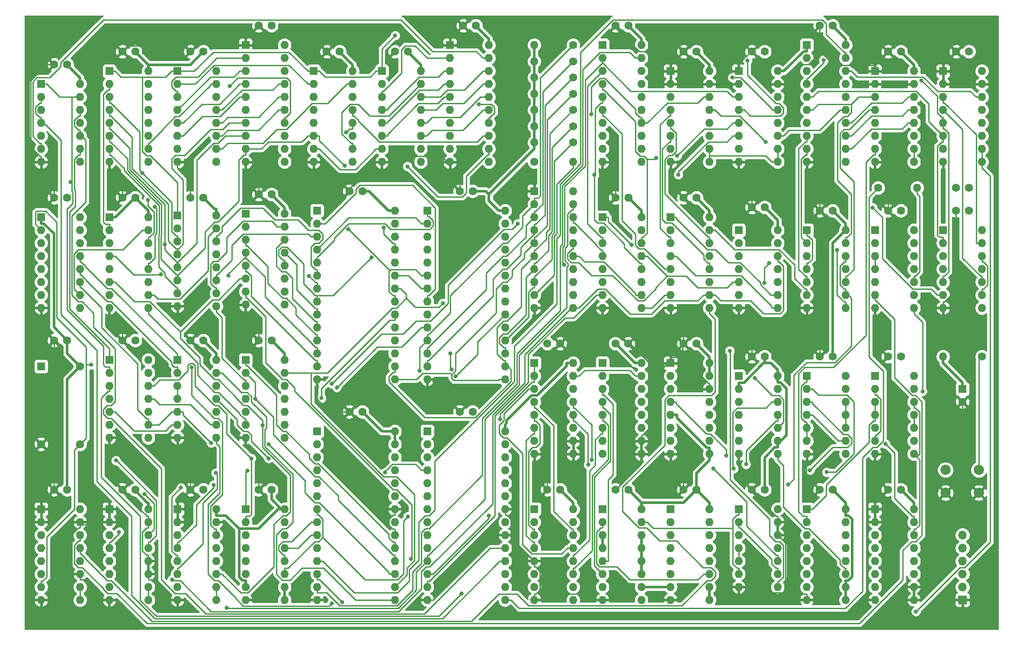
<source format=gbl>
G04 #@! TF.GenerationSoftware,KiCad,Pcbnew,(5.1.5)-3*
G04 #@! TF.CreationDate,2020-12-23T21:14:09+01:00*
G04 #@! TF.ProjectId,8-Bit CPU 32k,382d4269-7420-4435-9055-2033326b2e6b,rev?*
G04 #@! TF.SameCoordinates,Original*
G04 #@! TF.FileFunction,Copper,L2,Bot*
G04 #@! TF.FilePolarity,Positive*
%FSLAX46Y46*%
G04 Gerber Fmt 4.6, Leading zero omitted, Abs format (unit mm)*
G04 Created by KiCad (PCBNEW (5.1.5)-3) date 2020-12-23 21:14:09*
%MOMM*%
%LPD*%
G04 APERTURE LIST*
%ADD10C,1.600000*%
%ADD11O,1.600000X1.600000*%
%ADD12C,2.000000*%
%ADD13R,1.600000X1.600000*%
%ADD14O,1.700000X1.700000*%
%ADD15R,1.700000X1.700000*%
%ADD16C,0.800000*%
%ADD17C,0.500000*%
%ADD18C,0.250000*%
%ADD19C,0.254000*%
G04 APERTURE END LIST*
D10*
X211455000Y-72390000D03*
D11*
X219075000Y-72390000D03*
D12*
X224640000Y-132080000D03*
X224640000Y-127580000D03*
X231140000Y-132080000D03*
X231140000Y-127580000D03*
D11*
X224155000Y-105410000D03*
D10*
X231775000Y-105410000D03*
D11*
X191770000Y-109220000D03*
X184150000Y-124460000D03*
X191770000Y-111760000D03*
X184150000Y-121920000D03*
X191770000Y-114300000D03*
X184150000Y-119380000D03*
X191770000Y-116840000D03*
X184150000Y-116840000D03*
X191770000Y-119380000D03*
X184150000Y-114300000D03*
X191770000Y-121920000D03*
X184150000Y-111760000D03*
X191770000Y-124460000D03*
D13*
X184150000Y-109220000D03*
D14*
X227965000Y-140335000D03*
X227965000Y-142875000D03*
X227965000Y-145415000D03*
X227965000Y-147955000D03*
X227965000Y-150495000D03*
D15*
X227965000Y-153035000D03*
D10*
X227965000Y-114260000D03*
D13*
X227965000Y-111760000D03*
D10*
X52705000Y-102235000D03*
X50205000Y-102235000D03*
X173395000Y-45720000D03*
X175895000Y-45720000D03*
X189230000Y-45720000D03*
X186730000Y-45720000D03*
X160060000Y-40640000D03*
X162560000Y-40640000D03*
X50205000Y-131445000D03*
X52705000Y-131445000D03*
X132080000Y-116205000D03*
X129580000Y-116205000D03*
X63540000Y-131445000D03*
X66040000Y-131445000D03*
X107990000Y-116205000D03*
X110490000Y-116205000D03*
X76875000Y-131445000D03*
X79375000Y-131445000D03*
X92710000Y-131445000D03*
X90210000Y-131445000D03*
X202565000Y-76835000D03*
X200065000Y-76835000D03*
X175895000Y-74295000D03*
X173395000Y-74295000D03*
X160060000Y-74295000D03*
X162560000Y-74295000D03*
X229235000Y-76835000D03*
X226735000Y-76835000D03*
X186730000Y-76200000D03*
X189230000Y-76200000D03*
X213400000Y-76835000D03*
X215900000Y-76835000D03*
X213400000Y-45720000D03*
X215900000Y-45720000D03*
X229235000Y-45720000D03*
X226735000Y-45720000D03*
X200065000Y-40640000D03*
X202565000Y-40640000D03*
X92710000Y-102235000D03*
X90210000Y-102235000D03*
X50205000Y-74295000D03*
X52705000Y-74295000D03*
X76875000Y-102235000D03*
X79375000Y-102235000D03*
X66040000Y-74295000D03*
X63540000Y-74295000D03*
X66040000Y-102235000D03*
X63540000Y-102235000D03*
X110490000Y-73025000D03*
X107990000Y-73025000D03*
X79375000Y-74295000D03*
X76875000Y-74295000D03*
X129580000Y-73025000D03*
X132080000Y-73025000D03*
X90210000Y-73660000D03*
X92710000Y-73660000D03*
X213400000Y-105410000D03*
X215900000Y-105410000D03*
X200065000Y-131445000D03*
X202565000Y-131445000D03*
X146685000Y-102870000D03*
X149185000Y-102870000D03*
X175895000Y-102870000D03*
X173395000Y-102870000D03*
X189230000Y-105410000D03*
X186730000Y-105410000D03*
X162520000Y-102870000D03*
X160020000Y-102870000D03*
X213400000Y-131445000D03*
X215900000Y-131445000D03*
X175895000Y-131445000D03*
X173395000Y-131445000D03*
X146725000Y-131445000D03*
X149225000Y-131445000D03*
X186730000Y-131445000D03*
X189230000Y-131445000D03*
X162560000Y-131445000D03*
X160060000Y-131445000D03*
X52705000Y-48260000D03*
X50205000Y-48260000D03*
X63540000Y-45720000D03*
X66040000Y-45720000D03*
X79375000Y-45720000D03*
X76875000Y-45720000D03*
X92710000Y-40640000D03*
X90210000Y-40640000D03*
X103545000Y-45720000D03*
X106045000Y-45720000D03*
X119380000Y-45720000D03*
X116880000Y-45720000D03*
X130215000Y-40640000D03*
X132715000Y-40640000D03*
X144145000Y-67310000D03*
D11*
X151765000Y-67310000D03*
D10*
X151765000Y-63500000D03*
D11*
X144145000Y-63500000D03*
X144145000Y-60325000D03*
D10*
X151765000Y-60325000D03*
X151765000Y-57150000D03*
D11*
X144145000Y-57150000D03*
X144145000Y-53975000D03*
D10*
X151765000Y-53975000D03*
D11*
X144145000Y-50800000D03*
D10*
X151765000Y-50800000D03*
X151765000Y-47625000D03*
D11*
X144145000Y-47625000D03*
D10*
X151765000Y-44450000D03*
D11*
X144145000Y-44450000D03*
X68580000Y-106045000D03*
X60960000Y-121285000D03*
X68580000Y-108585000D03*
X60960000Y-118745000D03*
X68580000Y-111125000D03*
X60960000Y-116205000D03*
X68580000Y-113665000D03*
X60960000Y-113665000D03*
X68580000Y-116205000D03*
X60960000Y-111125000D03*
X68580000Y-118745000D03*
X60960000Y-108585000D03*
X68580000Y-121285000D03*
D13*
X60960000Y-106045000D03*
D11*
X178435000Y-49530000D03*
X170815000Y-67310000D03*
X178435000Y-52070000D03*
X170815000Y-64770000D03*
X178435000Y-54610000D03*
X170815000Y-62230000D03*
X178435000Y-57150000D03*
X170815000Y-59690000D03*
X178435000Y-59690000D03*
X170815000Y-57150000D03*
X178435000Y-62230000D03*
X170815000Y-54610000D03*
X178435000Y-64770000D03*
X170815000Y-52070000D03*
X178435000Y-67310000D03*
D13*
X170815000Y-49530000D03*
X184150000Y-49530000D03*
D11*
X191770000Y-67310000D03*
X184150000Y-52070000D03*
X191770000Y-64770000D03*
X184150000Y-54610000D03*
X191770000Y-62230000D03*
X184150000Y-57150000D03*
X191770000Y-59690000D03*
X184150000Y-59690000D03*
X191770000Y-57150000D03*
X184150000Y-62230000D03*
X191770000Y-54610000D03*
X184150000Y-64770000D03*
X191770000Y-52070000D03*
X184150000Y-67310000D03*
X191770000Y-49530000D03*
X165100000Y-44450000D03*
X157480000Y-67310000D03*
X165100000Y-46990000D03*
X157480000Y-64770000D03*
X165100000Y-49530000D03*
X157480000Y-62230000D03*
X165100000Y-52070000D03*
X157480000Y-59690000D03*
X165100000Y-54610000D03*
X157480000Y-57150000D03*
X165100000Y-57150000D03*
X157480000Y-54610000D03*
X165100000Y-59690000D03*
X157480000Y-52070000D03*
X165100000Y-62230000D03*
X157480000Y-49530000D03*
X165100000Y-64770000D03*
X157480000Y-46990000D03*
X165100000Y-67310000D03*
D13*
X157480000Y-44450000D03*
D11*
X55245000Y-135255000D03*
X47625000Y-153035000D03*
X55245000Y-137795000D03*
X47625000Y-150495000D03*
X55245000Y-140335000D03*
X47625000Y-147955000D03*
X55245000Y-142875000D03*
X47625000Y-145415000D03*
X55245000Y-145415000D03*
X47625000Y-142875000D03*
X55245000Y-147955000D03*
X47625000Y-140335000D03*
X55245000Y-150495000D03*
X47625000Y-137795000D03*
X55245000Y-153035000D03*
D13*
X47625000Y-135255000D03*
D11*
X68580000Y-135255000D03*
X60960000Y-153035000D03*
X68580000Y-137795000D03*
X60960000Y-150495000D03*
X68580000Y-140335000D03*
X60960000Y-147955000D03*
X68580000Y-142875000D03*
X60960000Y-145415000D03*
X68580000Y-145415000D03*
X60960000Y-142875000D03*
X68580000Y-147955000D03*
X60960000Y-140335000D03*
X68580000Y-150495000D03*
X60960000Y-137795000D03*
X68580000Y-153035000D03*
D13*
X60960000Y-135255000D03*
X123190000Y-120015000D03*
D11*
X138430000Y-153035000D03*
X123190000Y-122555000D03*
X138430000Y-150495000D03*
X123190000Y-125095000D03*
X138430000Y-147955000D03*
X123190000Y-127635000D03*
X138430000Y-145415000D03*
X123190000Y-130175000D03*
X138430000Y-142875000D03*
X123190000Y-132715000D03*
X138430000Y-140335000D03*
X123190000Y-135255000D03*
X138430000Y-137795000D03*
X123190000Y-137795000D03*
X138430000Y-135255000D03*
X123190000Y-140335000D03*
X138430000Y-132715000D03*
X123190000Y-142875000D03*
X138430000Y-130175000D03*
X123190000Y-145415000D03*
X138430000Y-127635000D03*
X123190000Y-147955000D03*
X138430000Y-125095000D03*
X123190000Y-150495000D03*
X138430000Y-122555000D03*
X123190000Y-153035000D03*
X138430000Y-120015000D03*
D13*
X74295000Y-135255000D03*
D11*
X81915000Y-153035000D03*
X74295000Y-137795000D03*
X81915000Y-150495000D03*
X74295000Y-140335000D03*
X81915000Y-147955000D03*
X74295000Y-142875000D03*
X81915000Y-145415000D03*
X74295000Y-145415000D03*
X81915000Y-142875000D03*
X74295000Y-147955000D03*
X81915000Y-140335000D03*
X74295000Y-150495000D03*
X81915000Y-137795000D03*
X74295000Y-153035000D03*
X81915000Y-135255000D03*
X116840000Y-120015000D03*
X101600000Y-153035000D03*
X116840000Y-122555000D03*
X101600000Y-150495000D03*
X116840000Y-125095000D03*
X101600000Y-147955000D03*
X116840000Y-127635000D03*
X101600000Y-145415000D03*
X116840000Y-130175000D03*
X101600000Y-142875000D03*
X116840000Y-132715000D03*
X101600000Y-140335000D03*
X116840000Y-135255000D03*
X101600000Y-137795000D03*
X116840000Y-137795000D03*
X101600000Y-135255000D03*
X116840000Y-140335000D03*
X101600000Y-132715000D03*
X116840000Y-142875000D03*
X101600000Y-130175000D03*
X116840000Y-145415000D03*
X101600000Y-127635000D03*
X116840000Y-147955000D03*
X101600000Y-125095000D03*
X116840000Y-150495000D03*
X101600000Y-122555000D03*
X116840000Y-153035000D03*
D13*
X101600000Y-120015000D03*
X210820000Y-80645000D03*
D11*
X218440000Y-95885000D03*
X210820000Y-83185000D03*
X218440000Y-93345000D03*
X210820000Y-85725000D03*
X218440000Y-90805000D03*
X210820000Y-88265000D03*
X218440000Y-88265000D03*
X210820000Y-90805000D03*
X218440000Y-85725000D03*
X210820000Y-93345000D03*
X218440000Y-83185000D03*
X210820000Y-95885000D03*
X218440000Y-80645000D03*
D13*
X87630000Y-135255000D03*
D11*
X95250000Y-153035000D03*
X87630000Y-137795000D03*
X95250000Y-150495000D03*
X87630000Y-140335000D03*
X95250000Y-147955000D03*
X87630000Y-142875000D03*
X95250000Y-145415000D03*
X87630000Y-145415000D03*
X95250000Y-142875000D03*
X87630000Y-147955000D03*
X95250000Y-140335000D03*
X87630000Y-150495000D03*
X95250000Y-137795000D03*
X87630000Y-153035000D03*
X95250000Y-135255000D03*
X205105000Y-80645000D03*
X197485000Y-95885000D03*
X205105000Y-83185000D03*
X197485000Y-93345000D03*
X205105000Y-85725000D03*
X197485000Y-90805000D03*
X205105000Y-88265000D03*
X197485000Y-88265000D03*
X205105000Y-90805000D03*
X197485000Y-85725000D03*
X205105000Y-93345000D03*
X197485000Y-83185000D03*
X205105000Y-95885000D03*
D13*
X197485000Y-80645000D03*
X170815000Y-78105000D03*
D11*
X178435000Y-95885000D03*
X170815000Y-80645000D03*
X178435000Y-93345000D03*
X170815000Y-83185000D03*
X178435000Y-90805000D03*
X170815000Y-85725000D03*
X178435000Y-88265000D03*
X170815000Y-88265000D03*
X178435000Y-85725000D03*
X170815000Y-90805000D03*
X178435000Y-83185000D03*
X170815000Y-93345000D03*
X178435000Y-80645000D03*
X170815000Y-95885000D03*
X178435000Y-78105000D03*
D13*
X157480000Y-78105000D03*
D11*
X165100000Y-95885000D03*
X157480000Y-80645000D03*
X165100000Y-93345000D03*
X157480000Y-83185000D03*
X165100000Y-90805000D03*
X157480000Y-85725000D03*
X165100000Y-88265000D03*
X157480000Y-88265000D03*
X165100000Y-85725000D03*
X157480000Y-90805000D03*
X165100000Y-83185000D03*
X157480000Y-93345000D03*
X165100000Y-80645000D03*
X157480000Y-95885000D03*
X165100000Y-78105000D03*
X151765000Y-73025000D03*
X144145000Y-95885000D03*
X151765000Y-75565000D03*
X144145000Y-93345000D03*
X151765000Y-78105000D03*
X144145000Y-90805000D03*
X151765000Y-80645000D03*
X144145000Y-88265000D03*
X151765000Y-83185000D03*
X144145000Y-85725000D03*
X151765000Y-85725000D03*
X144145000Y-83185000D03*
X151765000Y-88265000D03*
X144145000Y-80645000D03*
X151765000Y-90805000D03*
X144145000Y-78105000D03*
X151765000Y-93345000D03*
X144145000Y-75565000D03*
X151765000Y-95885000D03*
D13*
X144145000Y-73025000D03*
X224155000Y-80645000D03*
D11*
X231775000Y-95885000D03*
X224155000Y-83185000D03*
X231775000Y-93345000D03*
X224155000Y-85725000D03*
X231775000Y-90805000D03*
X224155000Y-88265000D03*
X231775000Y-88265000D03*
X224155000Y-90805000D03*
X231775000Y-85725000D03*
X224155000Y-93345000D03*
X231775000Y-83185000D03*
X224155000Y-95885000D03*
X231775000Y-80645000D03*
X191770000Y-80645000D03*
X184150000Y-95885000D03*
X191770000Y-83185000D03*
X184150000Y-93345000D03*
X191770000Y-85725000D03*
X184150000Y-90805000D03*
X191770000Y-88265000D03*
X184150000Y-88265000D03*
X191770000Y-90805000D03*
X184150000Y-85725000D03*
X191770000Y-93345000D03*
X184150000Y-83185000D03*
X191770000Y-95885000D03*
D13*
X184150000Y-80645000D03*
X210820000Y-49530000D03*
D11*
X218440000Y-67310000D03*
X210820000Y-52070000D03*
X218440000Y-64770000D03*
X210820000Y-54610000D03*
X218440000Y-62230000D03*
X210820000Y-57150000D03*
X218440000Y-59690000D03*
X210820000Y-59690000D03*
X218440000Y-57150000D03*
X210820000Y-62230000D03*
X218440000Y-54610000D03*
X210820000Y-64770000D03*
X218440000Y-52070000D03*
X210820000Y-67310000D03*
X218440000Y-49530000D03*
X231775000Y-49530000D03*
X224155000Y-67310000D03*
X231775000Y-52070000D03*
X224155000Y-64770000D03*
X231775000Y-54610000D03*
X224155000Y-62230000D03*
X231775000Y-57150000D03*
X224155000Y-59690000D03*
X231775000Y-59690000D03*
X224155000Y-57150000D03*
X231775000Y-62230000D03*
X224155000Y-54610000D03*
X231775000Y-64770000D03*
X224155000Y-52070000D03*
X231775000Y-67310000D03*
D13*
X224155000Y-49530000D03*
X197485000Y-44450000D03*
D11*
X205105000Y-67310000D03*
X197485000Y-46990000D03*
X205105000Y-64770000D03*
X197485000Y-49530000D03*
X205105000Y-62230000D03*
X197485000Y-52070000D03*
X205105000Y-59690000D03*
X197485000Y-54610000D03*
X205105000Y-57150000D03*
X197485000Y-57150000D03*
X205105000Y-54610000D03*
X197485000Y-59690000D03*
X205105000Y-52070000D03*
X197485000Y-62230000D03*
X205105000Y-49530000D03*
X197485000Y-64770000D03*
X205105000Y-46990000D03*
X197485000Y-67310000D03*
X205105000Y-44450000D03*
D13*
X87630000Y-106045000D03*
D11*
X95250000Y-121285000D03*
X87630000Y-108585000D03*
X95250000Y-118745000D03*
X87630000Y-111125000D03*
X95250000Y-116205000D03*
X87630000Y-113665000D03*
X95250000Y-113665000D03*
X87630000Y-116205000D03*
X95250000Y-111125000D03*
X87630000Y-118745000D03*
X95250000Y-108585000D03*
X87630000Y-121285000D03*
X95250000Y-106045000D03*
X55245000Y-78105000D03*
X47625000Y-95885000D03*
X55245000Y-80645000D03*
X47625000Y-93345000D03*
X55245000Y-83185000D03*
X47625000Y-90805000D03*
X55245000Y-85725000D03*
X47625000Y-88265000D03*
X55245000Y-88265000D03*
X47625000Y-85725000D03*
X55245000Y-90805000D03*
X47625000Y-83185000D03*
X55245000Y-93345000D03*
X47625000Y-80645000D03*
X55245000Y-95885000D03*
D13*
X47625000Y-78105000D03*
X60960000Y-78105000D03*
D11*
X68580000Y-95885000D03*
X60960000Y-80645000D03*
X68580000Y-93345000D03*
X60960000Y-83185000D03*
X68580000Y-90805000D03*
X60960000Y-85725000D03*
X68580000Y-88265000D03*
X60960000Y-88265000D03*
X68580000Y-85725000D03*
X60960000Y-90805000D03*
X68580000Y-83185000D03*
X60960000Y-93345000D03*
X68580000Y-80645000D03*
X60960000Y-95885000D03*
X68580000Y-78105000D03*
D13*
X74295000Y-106045000D03*
D11*
X81915000Y-121285000D03*
X74295000Y-108585000D03*
X81915000Y-118745000D03*
X74295000Y-111125000D03*
X81915000Y-116205000D03*
X74295000Y-113665000D03*
X81915000Y-113665000D03*
X74295000Y-116205000D03*
X81915000Y-111125000D03*
X74295000Y-118745000D03*
X81915000Y-108585000D03*
X74295000Y-121285000D03*
X81915000Y-106045000D03*
X81915000Y-77775000D03*
X74295000Y-95555000D03*
X81915000Y-80315000D03*
X74295000Y-93015000D03*
X81915000Y-82855000D03*
X74295000Y-90475000D03*
X81915000Y-85395000D03*
X74295000Y-87935000D03*
X81915000Y-87935000D03*
X74295000Y-85395000D03*
X81915000Y-90475000D03*
X74295000Y-82855000D03*
X81915000Y-93015000D03*
X74295000Y-80315000D03*
X81915000Y-95555000D03*
D13*
X74295000Y-77775000D03*
X101600000Y-76835000D03*
D11*
X116840000Y-109855000D03*
X101600000Y-79375000D03*
X116840000Y-107315000D03*
X101600000Y-81915000D03*
X116840000Y-104775000D03*
X101600000Y-84455000D03*
X116840000Y-102235000D03*
X101600000Y-86995000D03*
X116840000Y-99695000D03*
X101600000Y-89535000D03*
X116840000Y-97155000D03*
X101600000Y-92075000D03*
X116840000Y-94615000D03*
X101600000Y-94615000D03*
X116840000Y-92075000D03*
X101600000Y-97155000D03*
X116840000Y-89535000D03*
X101600000Y-99695000D03*
X116840000Y-86995000D03*
X101600000Y-102235000D03*
X116840000Y-84455000D03*
X101600000Y-104775000D03*
X116840000Y-81915000D03*
X101600000Y-107315000D03*
X116840000Y-79375000D03*
X101600000Y-109855000D03*
X116840000Y-76835000D03*
D13*
X123190000Y-76835000D03*
D11*
X138430000Y-109855000D03*
X123190000Y-79375000D03*
X138430000Y-107315000D03*
X123190000Y-81915000D03*
X138430000Y-104775000D03*
X123190000Y-84455000D03*
X138430000Y-102235000D03*
X123190000Y-86995000D03*
X138430000Y-99695000D03*
X123190000Y-89535000D03*
X138430000Y-97155000D03*
X123190000Y-92075000D03*
X138430000Y-94615000D03*
X123190000Y-94615000D03*
X138430000Y-92075000D03*
X123190000Y-97155000D03*
X138430000Y-89535000D03*
X123190000Y-99695000D03*
X138430000Y-86995000D03*
X123190000Y-102235000D03*
X138430000Y-84455000D03*
X123190000Y-104775000D03*
X138430000Y-81915000D03*
X123190000Y-107315000D03*
X138430000Y-79375000D03*
X123190000Y-109855000D03*
X138430000Y-76835000D03*
D13*
X87630000Y-77470000D03*
D11*
X95250000Y-95250000D03*
X87630000Y-80010000D03*
X95250000Y-92710000D03*
X87630000Y-82550000D03*
X95250000Y-90170000D03*
X87630000Y-85090000D03*
X95250000Y-87630000D03*
X87630000Y-87630000D03*
X95250000Y-85090000D03*
X87630000Y-90170000D03*
X95250000Y-82550000D03*
X87630000Y-92710000D03*
X95250000Y-80010000D03*
X87630000Y-95250000D03*
X95250000Y-77470000D03*
X205105000Y-135255000D03*
X197485000Y-153035000D03*
X205105000Y-137795000D03*
X197485000Y-150495000D03*
X205105000Y-140335000D03*
X197485000Y-147955000D03*
X205105000Y-142875000D03*
X197485000Y-145415000D03*
X205105000Y-145415000D03*
X197485000Y-142875000D03*
X205105000Y-147955000D03*
X197485000Y-140335000D03*
X205105000Y-150495000D03*
X197485000Y-137795000D03*
X205105000Y-153035000D03*
D13*
X197485000Y-135255000D03*
D11*
X218440000Y-109220000D03*
X210820000Y-124460000D03*
X218440000Y-111760000D03*
X210820000Y-121920000D03*
X218440000Y-114300000D03*
X210820000Y-119380000D03*
X218440000Y-116840000D03*
X210820000Y-116840000D03*
X218440000Y-119380000D03*
X210820000Y-114300000D03*
X218440000Y-121920000D03*
X210820000Y-111760000D03*
X218440000Y-124460000D03*
D13*
X210820000Y-109220000D03*
D11*
X151765000Y-106680000D03*
X144145000Y-124460000D03*
X151765000Y-109220000D03*
X144145000Y-121920000D03*
X151765000Y-111760000D03*
X144145000Y-119380000D03*
X151765000Y-114300000D03*
X144145000Y-116840000D03*
X151765000Y-116840000D03*
X144145000Y-114300000D03*
X151765000Y-119380000D03*
X144145000Y-111760000D03*
X151765000Y-121920000D03*
X144145000Y-109220000D03*
X151765000Y-124460000D03*
D13*
X144145000Y-106680000D03*
D11*
X178435000Y-106680000D03*
X170815000Y-124460000D03*
X178435000Y-109220000D03*
X170815000Y-121920000D03*
X178435000Y-111760000D03*
X170815000Y-119380000D03*
X178435000Y-114300000D03*
X170815000Y-116840000D03*
X178435000Y-116840000D03*
X170815000Y-114300000D03*
X178435000Y-119380000D03*
X170815000Y-111760000D03*
X178435000Y-121920000D03*
X170815000Y-109220000D03*
X178435000Y-124460000D03*
D13*
X170815000Y-106680000D03*
X157480000Y-106680000D03*
D11*
X165100000Y-124460000D03*
X157480000Y-109220000D03*
X165100000Y-121920000D03*
X157480000Y-111760000D03*
X165100000Y-119380000D03*
X157480000Y-114300000D03*
X165100000Y-116840000D03*
X157480000Y-116840000D03*
X165100000Y-114300000D03*
X157480000Y-119380000D03*
X165100000Y-111760000D03*
X157480000Y-121920000D03*
X165100000Y-109220000D03*
X157480000Y-124460000D03*
X165100000Y-106680000D03*
D13*
X197485000Y-109220000D03*
D11*
X205105000Y-124460000D03*
X197485000Y-111760000D03*
X205105000Y-121920000D03*
X197485000Y-114300000D03*
X205105000Y-119380000D03*
X197485000Y-116840000D03*
X205105000Y-116840000D03*
X197485000Y-119380000D03*
X205105000Y-114300000D03*
X197485000Y-121920000D03*
X205105000Y-111760000D03*
X197485000Y-124460000D03*
X205105000Y-109220000D03*
D13*
X210820000Y-135255000D03*
D11*
X218440000Y-153035000D03*
X210820000Y-137795000D03*
X218440000Y-150495000D03*
X210820000Y-140335000D03*
X218440000Y-147955000D03*
X210820000Y-142875000D03*
X218440000Y-145415000D03*
X210820000Y-145415000D03*
X218440000Y-142875000D03*
X210820000Y-147955000D03*
X218440000Y-140335000D03*
X210820000Y-150495000D03*
X218440000Y-137795000D03*
X210820000Y-153035000D03*
X218440000Y-135255000D03*
X178435000Y-135255000D03*
X170815000Y-153035000D03*
X178435000Y-137795000D03*
X170815000Y-150495000D03*
X178435000Y-140335000D03*
X170815000Y-147955000D03*
X178435000Y-142875000D03*
X170815000Y-145415000D03*
X178435000Y-145415000D03*
X170815000Y-142875000D03*
X178435000Y-147955000D03*
X170815000Y-140335000D03*
X178435000Y-150495000D03*
X170815000Y-137795000D03*
X178435000Y-153035000D03*
D13*
X170815000Y-135255000D03*
X144145000Y-135255000D03*
D11*
X151765000Y-153035000D03*
X144145000Y-137795000D03*
X151765000Y-150495000D03*
X144145000Y-140335000D03*
X151765000Y-147955000D03*
X144145000Y-142875000D03*
X151765000Y-145415000D03*
X144145000Y-145415000D03*
X151765000Y-142875000D03*
X144145000Y-147955000D03*
X151765000Y-140335000D03*
X144145000Y-150495000D03*
X151765000Y-137795000D03*
X144145000Y-153035000D03*
X151765000Y-135255000D03*
X165100000Y-135255000D03*
X157480000Y-153035000D03*
X165100000Y-137795000D03*
X157480000Y-150495000D03*
X165100000Y-140335000D03*
X157480000Y-147955000D03*
X165100000Y-142875000D03*
X157480000Y-145415000D03*
X165100000Y-145415000D03*
X157480000Y-142875000D03*
X165100000Y-147955000D03*
X157480000Y-140335000D03*
X165100000Y-150495000D03*
X157480000Y-137795000D03*
X165100000Y-153035000D03*
D13*
X157480000Y-135255000D03*
D11*
X68580000Y-49530000D03*
X60960000Y-67310000D03*
X68580000Y-52070000D03*
X60960000Y-64770000D03*
X68580000Y-54610000D03*
X60960000Y-62230000D03*
X68580000Y-57150000D03*
X60960000Y-59690000D03*
X68580000Y-59690000D03*
X60960000Y-57150000D03*
X68580000Y-62230000D03*
X60960000Y-54610000D03*
X68580000Y-64770000D03*
X60960000Y-52070000D03*
X68580000Y-67310000D03*
D13*
X60960000Y-49530000D03*
X47625000Y-52070000D03*
D11*
X55245000Y-67310000D03*
X47625000Y-54610000D03*
X55245000Y-64770000D03*
X47625000Y-57150000D03*
X55245000Y-62230000D03*
X47625000Y-59690000D03*
X55245000Y-59690000D03*
X47625000Y-62230000D03*
X55245000Y-57150000D03*
X47625000Y-64770000D03*
X55245000Y-54610000D03*
X47625000Y-67310000D03*
X55245000Y-52070000D03*
D13*
X74295000Y-49530000D03*
D11*
X81915000Y-67310000D03*
X74295000Y-52070000D03*
X81915000Y-64770000D03*
X74295000Y-54610000D03*
X81915000Y-62230000D03*
X74295000Y-57150000D03*
X81915000Y-59690000D03*
X74295000Y-59690000D03*
X81915000Y-57150000D03*
X74295000Y-62230000D03*
X81915000Y-54610000D03*
X74295000Y-64770000D03*
X81915000Y-52070000D03*
X74295000Y-67310000D03*
X81915000Y-49530000D03*
D13*
X87630000Y-44450000D03*
D11*
X95250000Y-67310000D03*
X87630000Y-46990000D03*
X95250000Y-64770000D03*
X87630000Y-49530000D03*
X95250000Y-62230000D03*
X87630000Y-52070000D03*
X95250000Y-59690000D03*
X87630000Y-54610000D03*
X95250000Y-57150000D03*
X87630000Y-57150000D03*
X95250000Y-54610000D03*
X87630000Y-59690000D03*
X95250000Y-52070000D03*
X87630000Y-62230000D03*
X95250000Y-49530000D03*
X87630000Y-64770000D03*
X95250000Y-46990000D03*
X87630000Y-67310000D03*
X95250000Y-44450000D03*
X108585000Y-49530000D03*
X100965000Y-67310000D03*
X108585000Y-52070000D03*
X100965000Y-64770000D03*
X108585000Y-54610000D03*
X100965000Y-62230000D03*
X108585000Y-57150000D03*
X100965000Y-59690000D03*
X108585000Y-59690000D03*
X100965000Y-57150000D03*
X108585000Y-62230000D03*
X100965000Y-54610000D03*
X108585000Y-64770000D03*
X100965000Y-52070000D03*
X108585000Y-67310000D03*
D13*
X100965000Y-49530000D03*
X114300000Y-49530000D03*
D11*
X121920000Y-67310000D03*
X114300000Y-52070000D03*
X121920000Y-64770000D03*
X114300000Y-54610000D03*
X121920000Y-62230000D03*
X114300000Y-57150000D03*
X121920000Y-59690000D03*
X114300000Y-59690000D03*
X121920000Y-57150000D03*
X114300000Y-62230000D03*
X121920000Y-54610000D03*
X114300000Y-64770000D03*
X121920000Y-52070000D03*
X114300000Y-67310000D03*
X121920000Y-49530000D03*
D13*
X127635000Y-44450000D03*
D11*
X135255000Y-67310000D03*
X127635000Y-46990000D03*
X135255000Y-64770000D03*
X127635000Y-49530000D03*
X135255000Y-62230000D03*
X127635000Y-52070000D03*
X135255000Y-59690000D03*
X127635000Y-54610000D03*
X135255000Y-57150000D03*
X127635000Y-57150000D03*
X135255000Y-54610000D03*
X127635000Y-59690000D03*
X135255000Y-52070000D03*
X127635000Y-62230000D03*
X135255000Y-49530000D03*
X127635000Y-64770000D03*
X135255000Y-46990000D03*
X127635000Y-67310000D03*
X135255000Y-44450000D03*
D13*
X47625000Y-107315000D03*
D10*
X55245000Y-107315000D03*
X55245000Y-122555000D03*
X47625000Y-122555000D03*
X202565000Y-105410000D03*
X200065000Y-105410000D03*
X226695000Y-72390000D03*
X229195000Y-72390000D03*
D13*
X184150000Y-135255000D03*
D11*
X191770000Y-150495000D03*
X184150000Y-137795000D03*
X191770000Y-147955000D03*
X184150000Y-140335000D03*
X191770000Y-145415000D03*
X184150000Y-142875000D03*
X191770000Y-142875000D03*
X184150000Y-145415000D03*
X191770000Y-140335000D03*
X184150000Y-147955000D03*
X191770000Y-137795000D03*
X184150000Y-150495000D03*
X191770000Y-135255000D03*
D16*
X53380600Y-71228600D03*
X107039200Y-68069900D03*
X71845100Y-83476700D03*
X62247300Y-125744200D03*
X189416600Y-63355300D03*
X155327400Y-57966700D03*
X67856900Y-132275900D03*
X67398300Y-69451800D03*
X90958600Y-118834100D03*
X127993800Y-107937100D03*
X127755800Y-104775000D03*
X71054200Y-89328900D03*
X84311100Y-89531700D03*
X182947500Y-50788000D03*
X77046200Y-107492900D03*
X121746200Y-108181100D03*
X92160100Y-122535100D03*
X57459700Y-106994600D03*
X88755300Y-125336700D03*
X201369400Y-128030000D03*
X102506000Y-113551400D03*
X198112100Y-127625800D03*
X129954300Y-151765000D03*
X80913400Y-122294000D03*
X140935300Y-79375000D03*
X104498400Y-110712100D03*
X149949200Y-87461400D03*
X185889100Y-47441500D03*
X172099200Y-66110700D03*
X168036800Y-66538200D03*
X172353000Y-69794700D03*
X155904400Y-69842600D03*
X73250500Y-149049300D03*
X83915100Y-154573200D03*
X62889000Y-139719100D03*
X81839900Y-128183200D03*
X119989800Y-145005600D03*
X114941800Y-128106600D03*
X75010900Y-131067000D03*
X81389600Y-130534500D03*
X119404700Y-136718100D03*
X135248200Y-136542000D03*
X193854700Y-130463900D03*
X218856700Y-155307500D03*
X106551100Y-153467300D03*
X89496000Y-113665000D03*
X126253000Y-94948500D03*
X190091100Y-87139600D03*
X189146100Y-90970200D03*
X203417500Y-84535400D03*
X163172800Y-83556100D03*
X210374900Y-76240300D03*
X219959300Y-51381400D03*
X200805300Y-47375000D03*
X128693900Y-109322000D03*
X105499700Y-111456000D03*
X69897800Y-76073600D03*
X107742800Y-80512100D03*
X68532700Y-74707800D03*
X114642900Y-80118800D03*
X104503300Y-153694700D03*
X137454600Y-117637500D03*
X92133600Y-125336700D03*
X100068500Y-89651600D03*
X112297800Y-85993600D03*
X181725600Y-124804500D03*
X212884200Y-122499600D03*
X187304000Y-109596100D03*
X185589200Y-126495200D03*
X155371800Y-125663000D03*
X183212300Y-127303600D03*
X154742100Y-126578300D03*
X84521300Y-52461900D03*
X133279100Y-56024600D03*
X107279200Y-61526900D03*
X119323200Y-68178000D03*
X88024200Y-127709600D03*
X220138800Y-112213300D03*
X179187200Y-127303600D03*
X182409100Y-104283900D03*
X116915300Y-42579800D03*
D17*
X66040000Y-131445000D02*
X66040000Y-131661500D01*
X66040000Y-131661500D02*
X68383200Y-134004700D01*
X68383200Y-134004700D02*
X68580000Y-134004700D01*
X138430000Y-120015000D02*
X138430000Y-118764700D01*
X138430000Y-118764700D02*
X138755200Y-118439500D01*
X138755200Y-118439500D02*
X138755200Y-117904300D01*
X138755200Y-117904300D02*
X143629500Y-113030000D01*
X143629500Y-113030000D02*
X144708600Y-113030000D01*
X144708600Y-113030000D02*
X150514700Y-107223900D01*
X150514700Y-107223900D02*
X150514700Y-106680000D01*
X135255000Y-44450000D02*
X135255000Y-43199700D01*
X135255000Y-43199700D02*
X132715000Y-40659700D01*
X132715000Y-40659700D02*
X132715000Y-40640000D01*
X165100000Y-133985000D02*
X162560000Y-131445000D01*
X165100000Y-134179800D02*
X165100000Y-133985000D01*
X165100000Y-133985000D02*
X173374700Y-133985000D01*
X173374700Y-133985000D02*
X175895000Y-131464700D01*
X175895000Y-131464700D02*
X175895000Y-131445000D01*
X178435000Y-134004700D02*
X175895000Y-131464700D01*
X178435000Y-135255000D02*
X178435000Y-134004700D01*
X165100000Y-135255000D02*
X165100000Y-134179800D01*
X151765000Y-106680000D02*
X150514700Y-106680000D01*
X191770000Y-109220000D02*
X191770000Y-110470300D01*
X191770000Y-122545100D02*
X193505700Y-120809400D01*
X193505700Y-120809400D02*
X193505700Y-111662100D01*
X193505700Y-111662100D02*
X192313900Y-110470300D01*
X192313900Y-110470300D02*
X191770000Y-110470300D01*
X191770000Y-122545100D02*
X191770000Y-123170300D01*
X191770000Y-121920000D02*
X191770000Y-122545100D01*
X224155000Y-105410000D02*
X224155000Y-106660300D01*
X224155000Y-106660300D02*
X227965000Y-110470300D01*
X227965000Y-110470300D02*
X227965000Y-111760000D01*
X184150000Y-111760000D02*
X184150000Y-110509700D01*
X189230000Y-106680000D02*
X189003000Y-106680000D01*
X189003000Y-106680000D02*
X185173300Y-110509700D01*
X185173300Y-110509700D02*
X184150000Y-110509700D01*
X189230000Y-106680000D02*
X189230000Y-105410000D01*
X191770000Y-107969700D02*
X190480300Y-106680000D01*
X190480300Y-106680000D02*
X189230000Y-106680000D01*
X191770000Y-109220000D02*
X191770000Y-107969700D01*
X121920000Y-49530000D02*
X121920000Y-48279700D01*
X119380000Y-45720000D02*
X119380000Y-45739700D01*
X119380000Y-45739700D02*
X121920000Y-48279700D01*
X55245000Y-107315000D02*
X52705000Y-109855000D01*
X52705000Y-109855000D02*
X52705000Y-131445000D01*
X52705000Y-102235000D02*
X52705000Y-104775000D01*
X52705000Y-104775000D02*
X55245000Y-107315000D01*
X47625000Y-78105000D02*
X47625000Y-79355300D01*
X52705000Y-102235000D02*
X50125200Y-99655200D01*
X50125200Y-99655200D02*
X50125200Y-81308500D01*
X50125200Y-81308500D02*
X48172000Y-79355300D01*
X48172000Y-79355300D02*
X47625000Y-79355300D01*
X165100000Y-106680000D02*
X163830000Y-106680000D01*
X163830000Y-106680000D02*
X160020000Y-102870000D01*
X108585000Y-49530000D02*
X108585000Y-48279700D01*
X108585000Y-48279700D02*
X106045000Y-45739700D01*
X106045000Y-45739700D02*
X106045000Y-45720000D01*
X178435000Y-106680000D02*
X178435000Y-105429700D01*
X178435000Y-105429700D02*
X175895000Y-102889700D01*
X175895000Y-102889700D02*
X175895000Y-102870000D01*
X178435000Y-109220000D02*
X178435000Y-106680000D01*
X116840000Y-76835000D02*
X115589700Y-76835000D01*
X110490000Y-73025000D02*
X111779700Y-73025000D01*
X111779700Y-73025000D02*
X115589700Y-76835000D01*
X95250000Y-106045000D02*
X95250000Y-104794700D01*
X95250000Y-104794700D02*
X92710000Y-102254700D01*
X92710000Y-102254700D02*
X92710000Y-102235000D01*
X202565000Y-105410000D02*
X202565000Y-83185000D01*
X202565000Y-83185000D02*
X205105000Y-80645000D01*
X202565000Y-76835000D02*
X205105000Y-79375000D01*
X205105000Y-79375000D02*
X205105000Y-80645000D01*
X189230000Y-131445000D02*
X189230000Y-125199000D01*
X189230000Y-125199000D02*
X191258700Y-123170300D01*
X191258700Y-123170300D02*
X191770000Y-123170300D01*
X135274700Y-73620600D02*
X144145000Y-64750300D01*
X137179700Y-76835000D02*
X135274700Y-74930000D01*
X135274700Y-74930000D02*
X135274700Y-73620600D01*
X132080000Y-73025000D02*
X134679100Y-73025000D01*
X134679100Y-73025000D02*
X135274700Y-73620600D01*
X144145000Y-63500000D02*
X144145000Y-64750300D01*
X138430000Y-76835000D02*
X137179700Y-76835000D01*
X205105000Y-44450000D02*
X205105000Y-43199700D01*
X205105000Y-43199700D02*
X202565000Y-40659700D01*
X202565000Y-40659700D02*
X202565000Y-40640000D01*
X165100000Y-44450000D02*
X165100000Y-43199700D01*
X165100000Y-43199700D02*
X162560000Y-40659700D01*
X162560000Y-40659700D02*
X162560000Y-40640000D01*
X55245000Y-52070000D02*
X55245000Y-50819700D01*
X55245000Y-50819700D02*
X52705000Y-48279700D01*
X52705000Y-48279700D02*
X52705000Y-48260000D01*
X218440000Y-135255000D02*
X218440000Y-134004700D01*
X218440000Y-134004700D02*
X215900000Y-131464700D01*
X215900000Y-131464700D02*
X215900000Y-131445000D01*
X197485000Y-44450000D02*
X197485000Y-45700300D01*
X191770000Y-49530000D02*
X193020300Y-49530000D01*
X193020300Y-49530000D02*
X196850000Y-45700300D01*
X196850000Y-45700300D02*
X197485000Y-45700300D01*
X60960000Y-78105000D02*
X62210300Y-78105000D01*
X66040000Y-74314700D02*
X66000600Y-74314700D01*
X66000600Y-74314700D02*
X62210300Y-78105000D01*
X165100000Y-150495000D02*
X169564700Y-150495000D01*
X170815000Y-150495000D02*
X169564700Y-150495000D01*
X151765000Y-134004700D02*
X149225000Y-131464700D01*
X149225000Y-131464700D02*
X149225000Y-131445000D01*
X175895000Y-131445000D02*
X175895000Y-128250300D01*
X175895000Y-128250300D02*
X178435000Y-125710300D01*
X68580000Y-76854700D02*
X66040000Y-74314700D01*
X94624900Y-135255000D02*
X92710000Y-133340100D01*
X92710000Y-133340100D02*
X92710000Y-131445000D01*
X94624900Y-135255000D02*
X93999700Y-135255000D01*
X95250000Y-135255000D02*
X94624900Y-135255000D01*
X81915000Y-136505300D02*
X83813600Y-136505300D01*
X83813600Y-136505300D02*
X86373300Y-139065000D01*
X86373300Y-139065000D02*
X90189700Y-139065000D01*
X90189700Y-139065000D02*
X93999700Y-135255000D01*
X86373300Y-139065000D02*
X86373300Y-148535100D01*
X86373300Y-148535100D02*
X87082900Y-149244700D01*
X87082900Y-149244700D02*
X87630000Y-149244700D01*
X205105000Y-150495000D02*
X205105000Y-149244700D01*
X205105000Y-149244700D02*
X205652000Y-149244700D01*
X205652000Y-149244700D02*
X206394600Y-148502100D01*
X206394600Y-148502100D02*
X206394600Y-137251000D01*
X206394600Y-137251000D02*
X205648900Y-136505300D01*
X205648900Y-136505300D02*
X205105000Y-136505300D01*
X205105000Y-153035000D02*
X205105000Y-150495000D01*
X205105000Y-135255000D02*
X205105000Y-136505300D01*
X68580000Y-48279700D02*
X76815300Y-48279700D01*
X76815300Y-48279700D02*
X79375000Y-45720000D01*
X68580000Y-48454800D02*
X68580000Y-48279700D01*
X68580000Y-49530000D02*
X68580000Y-48454800D01*
X189230000Y-76200000D02*
X191770000Y-78740000D01*
X191770000Y-78740000D02*
X191770000Y-80645000D01*
X144145000Y-60325000D02*
X144145000Y-63500000D01*
X144145000Y-57150000D02*
X144145000Y-60325000D01*
X144145000Y-53975000D02*
X144145000Y-57150000D01*
X144145000Y-50800000D02*
X144145000Y-53975000D01*
X144145000Y-44450000D02*
X144145000Y-47625000D01*
X144145000Y-50800000D02*
X144145000Y-47625000D01*
X178435000Y-49530000D02*
X178435000Y-48279700D01*
X178435000Y-48279700D02*
X175895000Y-45739700D01*
X175895000Y-45739700D02*
X175895000Y-45720000D01*
X68580000Y-135255000D02*
X68580000Y-134004700D01*
X66040000Y-74314700D02*
X66040000Y-74295000D01*
X81915000Y-77775000D02*
X81915000Y-76524700D01*
X81915000Y-76524700D02*
X81604700Y-76524700D01*
X81604700Y-76524700D02*
X79375000Y-74295000D01*
X205105000Y-135255000D02*
X205105000Y-134004700D01*
X205105000Y-134004700D02*
X202565000Y-131464700D01*
X202565000Y-131464700D02*
X202565000Y-131445000D01*
X178435000Y-124460000D02*
X178435000Y-123209700D01*
X170815000Y-116840000D02*
X172065300Y-116840000D01*
X172065300Y-116840000D02*
X172065300Y-117383900D01*
X172065300Y-117383900D02*
X177891100Y-123209700D01*
X177891100Y-123209700D02*
X178435000Y-123209700D01*
X178435000Y-124460000D02*
X178435000Y-125710300D01*
X178435000Y-153035000D02*
X178435000Y-150495000D01*
X165100000Y-142875000D02*
X165100000Y-140335000D01*
X165100000Y-145415000D02*
X165100000Y-142875000D01*
X165100000Y-147955000D02*
X165100000Y-145415000D01*
X157480000Y-140335000D02*
X157480000Y-142875000D01*
X68580000Y-48279700D02*
X66040000Y-45739700D01*
X66040000Y-45739700D02*
X66040000Y-45720000D01*
X81915000Y-135255000D02*
X81915000Y-136505300D01*
X87630000Y-150495000D02*
X87630000Y-149244700D01*
X95250000Y-150495000D02*
X95250000Y-153035000D01*
X178435000Y-78105000D02*
X178435000Y-76854700D01*
X178435000Y-76854700D02*
X175895000Y-74314700D01*
X175895000Y-74314700D02*
X175895000Y-74295000D01*
X165100000Y-78105000D02*
X165100000Y-76854700D01*
X165100000Y-76854700D02*
X162560000Y-74314700D01*
X162560000Y-74314700D02*
X162560000Y-74295000D01*
X218440000Y-49530000D02*
X218440000Y-48279700D01*
X218440000Y-48279700D02*
X215900000Y-45739700D01*
X215900000Y-45739700D02*
X215900000Y-45720000D01*
X68580000Y-78105000D02*
X68580000Y-76854700D01*
X95250000Y-77470000D02*
X95250000Y-76219700D01*
X95250000Y-76219700D02*
X92710000Y-73679700D01*
X92710000Y-73679700D02*
X92710000Y-73660000D01*
X151765000Y-135255000D02*
X151765000Y-134004700D01*
X81915000Y-106045000D02*
X81915000Y-104794700D01*
X116840000Y-120015000D02*
X114300000Y-120015000D01*
X114300000Y-120015000D02*
X110490000Y-116205000D01*
X116840000Y-122555000D02*
X116840000Y-120015000D01*
X81915000Y-104794700D02*
X79375000Y-102254700D01*
X79375000Y-102254700D02*
X79375000Y-102235000D01*
D18*
X107990000Y-116205000D02*
X104128600Y-116205000D01*
X104128600Y-116205000D02*
X101600000Y-113676400D01*
X101600000Y-113676400D02*
X101600000Y-110980300D01*
X68580000Y-137795000D02*
X68580000Y-136669700D01*
X63540000Y-131445000D02*
X63540000Y-131861300D01*
X63540000Y-131861300D02*
X68348400Y-136669700D01*
X68348400Y-136669700D02*
X68580000Y-136669700D01*
X60960000Y-122410300D02*
X60960000Y-128865000D01*
X60960000Y-128865000D02*
X63540000Y-131445000D01*
X157480000Y-153035000D02*
X156354700Y-153035000D01*
X145270300Y-151065800D02*
X144426400Y-151909700D01*
X144426400Y-151909700D02*
X144145000Y-151909700D01*
X144145000Y-146540300D02*
X144426300Y-146540300D01*
X144426300Y-146540300D02*
X145270300Y-147384300D01*
X145270300Y-147384300D02*
X145270300Y-151065800D01*
X156354700Y-153035000D02*
X155229400Y-151909700D01*
X155229400Y-151909700D02*
X146114200Y-151909700D01*
X146114200Y-151909700D02*
X145270300Y-151065800D01*
X144145000Y-153035000D02*
X144145000Y-151909700D01*
X144145000Y-145415000D02*
X144145000Y-146540300D01*
X139555300Y-140335000D02*
X139555300Y-140825300D01*
X139555300Y-140825300D02*
X144145000Y-145415000D01*
X63540000Y-45720000D02*
X64665400Y-44594600D01*
X64665400Y-44594600D02*
X75749600Y-44594600D01*
X75749600Y-44594600D02*
X76875000Y-45720000D01*
X101600000Y-109855000D02*
X101600000Y-110980300D01*
X197485000Y-97010300D02*
X194905000Y-99590300D01*
X194905000Y-99590300D02*
X186730000Y-99590300D01*
X186730000Y-99590300D02*
X186730000Y-105410000D01*
X184150000Y-97010300D02*
X186730000Y-99590300D01*
X200065000Y-105410000D02*
X200065000Y-99590300D01*
X200065000Y-99590300D02*
X197485000Y-97010300D01*
X186730000Y-131445000D02*
X184150000Y-128865000D01*
X184150000Y-128865000D02*
X184150000Y-125585300D01*
X103545000Y-45720000D02*
X100453200Y-42628200D01*
X100453200Y-42628200D02*
X92093500Y-42628200D01*
X92093500Y-42628200D02*
X90210000Y-40744700D01*
X60960000Y-137795000D02*
X59834700Y-137795000D01*
X55245000Y-138357600D02*
X59272100Y-138357600D01*
X59272100Y-138357600D02*
X59834700Y-137795000D01*
X55245000Y-138357600D02*
X55245000Y-138920300D01*
X55245000Y-137795000D02*
X55245000Y-138357600D01*
X184150000Y-95885000D02*
X184150000Y-97010300D01*
X173395000Y-74295000D02*
X170815000Y-71715000D01*
X170815000Y-71715000D02*
X170815000Y-68435300D01*
X74295000Y-67310000D02*
X74295000Y-68435300D01*
X76875000Y-74295000D02*
X76875000Y-71015300D01*
X76875000Y-71015300D02*
X74295000Y-68435300D01*
X186730000Y-45720000D02*
X186584900Y-45720000D01*
X186584900Y-45720000D02*
X184150000Y-48154900D01*
X184150000Y-48154900D02*
X184150000Y-48404700D01*
X90210000Y-40744700D02*
X90210000Y-40640000D01*
X87630000Y-43324700D02*
X90210000Y-40744700D01*
X87630000Y-44450000D02*
X87630000Y-43324700D01*
X170815000Y-67310000D02*
X170815000Y-68435300D01*
X193347700Y-151652400D02*
X186432700Y-151652400D01*
X186432700Y-151652400D02*
X185275300Y-150495000D01*
X197485000Y-151909700D02*
X193605000Y-151909700D01*
X193605000Y-151909700D02*
X193347700Y-151652400D01*
X193347700Y-151652400D02*
X193347700Y-141912700D01*
X193347700Y-141912700D02*
X191770000Y-140335000D01*
X184150000Y-150495000D02*
X185275300Y-150495000D01*
X210820000Y-48404700D02*
X202860800Y-48404700D01*
X202860800Y-48404700D02*
X200503900Y-46047800D01*
X200503900Y-46047800D02*
X200065000Y-46047800D01*
X55245000Y-138920300D02*
X54963700Y-138920300D01*
X54963700Y-138920300D02*
X53669400Y-140214600D01*
X53669400Y-140214600D02*
X53669400Y-147504700D01*
X53669400Y-147504700D02*
X54119700Y-147955000D01*
X90210000Y-131445000D02*
X90210000Y-124990300D01*
X90210000Y-124990300D02*
X87630000Y-122410300D01*
X197485000Y-125585300D02*
X197374100Y-125696200D01*
X197374100Y-125696200D02*
X197374100Y-128754100D01*
X197374100Y-128754100D02*
X200065000Y-131445000D01*
X184150000Y-49530000D02*
X184150000Y-48404700D01*
X165100000Y-124460000D02*
X165100000Y-125585300D01*
X160060000Y-131445000D02*
X165100000Y-126405000D01*
X165100000Y-126405000D02*
X165100000Y-125585300D01*
X144145000Y-124460000D02*
X144145000Y-125585300D01*
X144145000Y-125585300D02*
X146725000Y-128165300D01*
X146725000Y-128165300D02*
X146725000Y-131445000D01*
X138430000Y-135255000D02*
X138430000Y-136380300D01*
X139555300Y-140335000D02*
X139555300Y-137224200D01*
X139555300Y-137224200D02*
X138711400Y-136380300D01*
X138711400Y-136380300D02*
X138430000Y-136380300D01*
X168106200Y-108093400D02*
X168106200Y-117992900D01*
X168106200Y-117992900D02*
X165304400Y-120794700D01*
X165304400Y-120794700D02*
X165100000Y-120794700D01*
X200065000Y-46047800D02*
X200065000Y-40640000D01*
X192895300Y-52070000D02*
X196705300Y-48260000D01*
X196705300Y-48260000D02*
X197852800Y-48260000D01*
X197852800Y-48260000D02*
X200065000Y-46047800D01*
X191770000Y-52070000D02*
X192895300Y-52070000D01*
X210820000Y-49530000D02*
X210820000Y-48404700D01*
X210820000Y-48404700D02*
X213400000Y-45824700D01*
X213400000Y-45824700D02*
X213400000Y-45720000D01*
X68580000Y-145415000D02*
X68580000Y-144289700D01*
X68580000Y-138149300D02*
X68580000Y-137795000D01*
X68580000Y-138149300D02*
X68580000Y-138920300D01*
X68580000Y-144289700D02*
X68298600Y-144289700D01*
X68298600Y-144289700D02*
X67454700Y-143445800D01*
X67454700Y-143445800D02*
X67454700Y-139764200D01*
X67454700Y-139764200D02*
X68298600Y-138920300D01*
X68298600Y-138920300D02*
X68580000Y-138920300D01*
X68580000Y-147955000D02*
X68580000Y-145415000D01*
X60960000Y-121285000D02*
X60960000Y-122410300D01*
X231775000Y-52070000D02*
X224155000Y-52070000D01*
X227965000Y-128905000D02*
X227965000Y-114260000D01*
X231140000Y-132080000D02*
X227965000Y-128905000D01*
X224640000Y-132080000D02*
X224790000Y-132080000D01*
X224790000Y-132080000D02*
X227965000Y-128905000D01*
X218440000Y-52070000D02*
X210820000Y-52070000D01*
X197485000Y-153035000D02*
X197485000Y-151909700D01*
X107990000Y-72494700D02*
X113174700Y-67310000D01*
X107990000Y-73025000D02*
X107990000Y-72494700D01*
X107990000Y-72494700D02*
X107275000Y-72494700D01*
X107275000Y-72494700D02*
X102090300Y-67310000D01*
X100965000Y-67310000D02*
X102090300Y-67310000D01*
X47625000Y-67310000D02*
X47625000Y-66184700D01*
X50205000Y-48260000D02*
X48738000Y-48260000D01*
X48738000Y-48260000D02*
X45588600Y-51409400D01*
X45588600Y-51409400D02*
X45588600Y-64429600D01*
X45588600Y-64429600D02*
X47343700Y-66184700D01*
X47343700Y-66184700D02*
X47625000Y-66184700D01*
X47625000Y-67310000D02*
X47625000Y-68435300D01*
X47625000Y-68435300D02*
X50205000Y-71015300D01*
X50205000Y-71015300D02*
X50205000Y-74295000D01*
X123190000Y-153035000D02*
X124315300Y-153035000D01*
X124315300Y-153035000D02*
X137015300Y-140335000D01*
X137015300Y-140335000D02*
X138430000Y-140335000D01*
X197485000Y-67310000D02*
X197485000Y-68435300D01*
X200065000Y-76835000D02*
X200065000Y-71015300D01*
X200065000Y-71015300D02*
X197485000Y-68435300D01*
X165100000Y-121920000D02*
X165100000Y-124460000D01*
X100965000Y-67310000D02*
X99839700Y-67310000D01*
X90210000Y-71015300D02*
X87630000Y-68435300D01*
X90210000Y-73660000D02*
X90210000Y-71015300D01*
X99839700Y-67310000D02*
X96134400Y-71015300D01*
X96134400Y-71015300D02*
X90210000Y-71015300D01*
X87630000Y-67310000D02*
X87630000Y-68435300D01*
X60960000Y-67310000D02*
X60960000Y-68435300D01*
X60960000Y-68435300D02*
X63540000Y-71015300D01*
X63540000Y-71015300D02*
X63540000Y-74295000D01*
X224155000Y-95885000D02*
X224155000Y-94759700D01*
X226735000Y-76835000D02*
X226735000Y-92461000D01*
X226735000Y-92461000D02*
X224436300Y-94759700D01*
X224436300Y-94759700D02*
X224155000Y-94759700D01*
X170815000Y-124460000D02*
X170815000Y-125585300D01*
X170815000Y-125585300D02*
X173395000Y-128165300D01*
X173395000Y-128165300D02*
X173395000Y-131445000D01*
X60960000Y-95885000D02*
X60960000Y-97010300D01*
X63540000Y-102235000D02*
X63540000Y-99590300D01*
X63540000Y-99590300D02*
X60960000Y-97010300D01*
X48750300Y-153035000D02*
X53830300Y-147955000D01*
X53830300Y-147955000D02*
X54119700Y-147955000D01*
X55245000Y-147955000D02*
X54119700Y-147955000D01*
X168106200Y-108093400D02*
X162882800Y-102870000D01*
X162882800Y-102870000D02*
X162520000Y-102870000D01*
X168106200Y-108093400D02*
X168838900Y-108093400D01*
X168838900Y-108093400D02*
X170815000Y-106117300D01*
X138430000Y-140335000D02*
X139555300Y-140335000D01*
X114300000Y-67310000D02*
X115425300Y-67310000D01*
X127635000Y-67760000D02*
X126059700Y-66184700D01*
X126059700Y-66184700D02*
X116550600Y-66184700D01*
X116550600Y-66184700D02*
X115425300Y-67310000D01*
X127635000Y-67760000D02*
X127635000Y-68435300D01*
X127635000Y-67310000D02*
X127635000Y-67760000D01*
X114300000Y-67310000D02*
X113174700Y-67310000D01*
X87630000Y-95250000D02*
X87630000Y-96375300D01*
X90210000Y-102235000D02*
X90210000Y-98955300D01*
X90210000Y-98955300D02*
X87630000Y-96375300D01*
X47625000Y-153035000D02*
X48750300Y-153035000D01*
X55245000Y-147955000D02*
X55245000Y-149080300D01*
X60960000Y-153035000D02*
X59834700Y-153035000D01*
X55245000Y-149080300D02*
X55880000Y-149080300D01*
X55880000Y-149080300D02*
X59834700Y-153035000D01*
X173157900Y-105554700D02*
X178237900Y-110634700D01*
X178237900Y-110634700D02*
X178435000Y-110634700D01*
X170815000Y-105554700D02*
X173157900Y-105554700D01*
X173395000Y-102870000D02*
X173157900Y-103107100D01*
X173157900Y-103107100D02*
X173157900Y-105554700D01*
X87630000Y-121285000D02*
X87630000Y-122410300D01*
X47625000Y-97010300D02*
X47625000Y-99655000D01*
X47625000Y-99655000D02*
X50205000Y-102235000D01*
X165100000Y-121920000D02*
X165100000Y-120794700D01*
X170815000Y-106117300D02*
X170815000Y-105554700D01*
X170815000Y-106680000D02*
X170815000Y-106117300D01*
X50205000Y-102235000D02*
X50205000Y-119975000D01*
X50205000Y-119975000D02*
X47625000Y-122555000D01*
X197485000Y-95885000D02*
X197485000Y-97010300D01*
X170815000Y-49530000D02*
X170815000Y-52070000D01*
X170815000Y-48967300D02*
X170815000Y-49530000D01*
X170815000Y-48967300D02*
X170815000Y-48404700D01*
X160060000Y-40640000D02*
X160060000Y-41024200D01*
X160060000Y-41024200D02*
X164755800Y-45720000D01*
X164755800Y-45720000D02*
X168130300Y-45720000D01*
X168130300Y-45720000D02*
X170815000Y-48404700D01*
X157480000Y-98665800D02*
X153389200Y-98665800D01*
X153389200Y-98665800D02*
X149185000Y-102870000D01*
X162520000Y-102870000D02*
X158315800Y-98665800D01*
X158315800Y-98665800D02*
X157480000Y-98665800D01*
X157480000Y-97010300D02*
X157480000Y-98665800D01*
X213400000Y-131445000D02*
X210820000Y-128865000D01*
X210820000Y-128865000D02*
X210820000Y-124460000D01*
X184150000Y-124460000D02*
X184150000Y-125585300D01*
X191770000Y-136669700D02*
X191488700Y-136669700D01*
X191488700Y-136669700D02*
X186730000Y-131911000D01*
X186730000Y-131911000D02*
X186730000Y-131445000D01*
X178435000Y-52070000D02*
X184150000Y-52070000D01*
X170815000Y-48404700D02*
X173395000Y-45824700D01*
X173395000Y-45824700D02*
X173395000Y-45720000D01*
X47625000Y-135255000D02*
X47625000Y-134129700D01*
X47625000Y-134129700D02*
X50205000Y-131549700D01*
X50205000Y-131549700D02*
X50205000Y-131445000D01*
X47625000Y-135255000D02*
X47625000Y-137795000D01*
X68580000Y-148517600D02*
X68580000Y-147955000D01*
X68580000Y-148517600D02*
X68580000Y-149080300D01*
X60960000Y-135255000D02*
X60960000Y-137795000D01*
X224155000Y-49530000D02*
X224155000Y-48404700D01*
X224155000Y-48404700D02*
X226735000Y-45824700D01*
X226735000Y-45824700D02*
X226735000Y-45720000D01*
X224155000Y-49530000D02*
X224155000Y-52070000D01*
X47625000Y-95885000D02*
X47625000Y-97010300D01*
X151765000Y-124460000D02*
X151765000Y-121920000D01*
X178435000Y-111760000D02*
X178435000Y-110634700D01*
X184150000Y-67310000D02*
X184150000Y-68435300D01*
X184150000Y-68435300D02*
X186730000Y-71015300D01*
X186730000Y-71015300D02*
X186730000Y-76200000D01*
X74295000Y-135255000D02*
X74295000Y-134129700D01*
X74295000Y-134129700D02*
X76875000Y-131549700D01*
X76875000Y-131549700D02*
X76875000Y-131445000D01*
X74295000Y-137795000D02*
X74295000Y-135255000D01*
X74295000Y-153035000D02*
X73169700Y-153035000D01*
X73169700Y-153035000D02*
X69215000Y-149080300D01*
X69215000Y-149080300D02*
X68580000Y-149080300D01*
X170815000Y-95885000D02*
X170815000Y-97010300D01*
X170815000Y-97010300D02*
X173395000Y-99590300D01*
X173395000Y-99590300D02*
X173395000Y-102870000D01*
X157480000Y-95885000D02*
X157480000Y-97010300D01*
X210820000Y-67310000D02*
X210820000Y-68435300D01*
X210820000Y-68435300D02*
X213400000Y-71015300D01*
X213400000Y-71015300D02*
X213400000Y-76835000D01*
X210820000Y-137795000D02*
X210820000Y-135255000D01*
X218440000Y-150495000D02*
X218440000Y-153035000D01*
X157480000Y-67310000D02*
X157480000Y-68435300D01*
X157480000Y-68435300D02*
X160060000Y-71015300D01*
X160060000Y-71015300D02*
X160060000Y-74295000D01*
X116840000Y-140335000D02*
X116840000Y-139209700D01*
X116840000Y-135255000D02*
X116840000Y-136380300D01*
X116840000Y-139209700D02*
X116558700Y-139209700D01*
X116558700Y-139209700D02*
X115714700Y-138365700D01*
X115714700Y-138365700D02*
X115714700Y-137224200D01*
X115714700Y-137224200D02*
X116558600Y-136380300D01*
X116558600Y-136380300D02*
X116840000Y-136380300D01*
X74295000Y-121285000D02*
X74295000Y-122410300D01*
X74295000Y-122410300D02*
X76875000Y-124990300D01*
X76875000Y-124990300D02*
X76875000Y-131445000D01*
X197485000Y-124460000D02*
X197485000Y-125585300D01*
X191770000Y-137795000D02*
X191770000Y-136669700D01*
X191770000Y-140335000D02*
X191770000Y-137795000D01*
X127635000Y-44450000D02*
X127635000Y-43324700D01*
X127635000Y-43324700D02*
X130215000Y-40744700D01*
X130215000Y-40744700D02*
X130215000Y-40640000D01*
X127635000Y-68435300D02*
X129580000Y-70380300D01*
X129580000Y-70380300D02*
X129580000Y-73025000D01*
X123190000Y-109855000D02*
X124315300Y-109855000D01*
X124315300Y-109855000D02*
X124315300Y-110940300D01*
X124315300Y-110940300D02*
X129580000Y-116205000D01*
X47625000Y-122555000D02*
X50205000Y-125135000D01*
X50205000Y-125135000D02*
X50205000Y-131445000D01*
X53669300Y-71228600D02*
X53380600Y-71228600D01*
X53669300Y-71228600D02*
X53669300Y-73080700D01*
X53669300Y-73080700D02*
X53838200Y-73249600D01*
X53838200Y-73249600D02*
X53838200Y-75420400D01*
X53838200Y-75420400D02*
X52729700Y-76528900D01*
X52729700Y-76528900D02*
X52729700Y-96271300D01*
X52729700Y-96271300D02*
X59834700Y-103376300D01*
X59834700Y-103376300D02*
X59834700Y-107037800D01*
X59834700Y-107037800D02*
X60256600Y-107459700D01*
X60256600Y-107459700D02*
X60960000Y-107459700D01*
X53669300Y-54610000D02*
X53669300Y-71228600D01*
X47625000Y-52070000D02*
X48750300Y-52070000D01*
X60960000Y-108585000D02*
X60960000Y-107459700D01*
X53669300Y-54610000D02*
X51290300Y-54610000D01*
X51290300Y-54610000D02*
X48750300Y-52070000D01*
X54119700Y-54610000D02*
X53669300Y-54610000D01*
X55245000Y-54610000D02*
X54119700Y-54610000D01*
X144145000Y-93345000D02*
X148057800Y-89432200D01*
X148057800Y-89432200D02*
X148057800Y-81826800D01*
X148057800Y-81826800D02*
X148508100Y-81376500D01*
X148508100Y-81376500D02*
X148508100Y-71692200D01*
X148508100Y-71692200D02*
X151765000Y-68435300D01*
X151765000Y-67310000D02*
X151765000Y-68435300D01*
X74295000Y-89349700D02*
X74093500Y-89349700D01*
X74093500Y-89349700D02*
X71101300Y-86357500D01*
X71101300Y-86357500D02*
X71101300Y-81667300D01*
X71101300Y-81667300D02*
X71175000Y-81593600D01*
X71175000Y-81593600D02*
X71175000Y-75664500D01*
X71175000Y-75664500D02*
X64518500Y-69008000D01*
X64518500Y-69008000D02*
X64518500Y-66719400D01*
X64518500Y-66719400D02*
X61154400Y-63355300D01*
X61154400Y-63355300D02*
X60960000Y-63355300D01*
X87630000Y-65895300D02*
X87348600Y-65895300D01*
X87348600Y-65895300D02*
X86318100Y-66925800D01*
X86318100Y-66925800D02*
X86318100Y-74968500D01*
X86318100Y-74968500D02*
X82241600Y-79045000D01*
X82241600Y-79045000D02*
X81588700Y-79045000D01*
X81588700Y-79045000D02*
X79672100Y-80961600D01*
X79672100Y-80961600D02*
X79672100Y-84149500D01*
X79672100Y-84149500D02*
X74295000Y-89526600D01*
X157480000Y-145415000D02*
X158605300Y-145415000D01*
X157480000Y-111760000D02*
X157480000Y-112885300D01*
X157480000Y-112885300D02*
X157761300Y-112885300D01*
X157761300Y-112885300D02*
X159538500Y-114662500D01*
X159538500Y-114662500D02*
X159538500Y-128556500D01*
X159538500Y-128556500D02*
X158605300Y-129489700D01*
X158605300Y-129489700D02*
X158605300Y-145415000D01*
X100965000Y-62230000D02*
X102090300Y-62230000D01*
X107039200Y-68069900D02*
X102090300Y-63121000D01*
X102090300Y-63121000D02*
X102090300Y-62230000D01*
X87630000Y-64770000D02*
X87630000Y-65895300D01*
X87630000Y-64770000D02*
X90739700Y-64770000D01*
X90739700Y-64770000D02*
X92154400Y-63355300D01*
X92154400Y-63355300D02*
X98714400Y-63355300D01*
X98714400Y-63355300D02*
X99839700Y-62230000D01*
X74295000Y-89526600D02*
X74295000Y-89349700D01*
X74295000Y-90475000D02*
X74295000Y-89526600D01*
X100965000Y-62230000D02*
X99839700Y-62230000D01*
X60960000Y-62230000D02*
X60960000Y-63355300D01*
X144145000Y-89679700D02*
X144347100Y-89679700D01*
X144347100Y-89679700D02*
X147607500Y-86419300D01*
X147607500Y-86419300D02*
X147607500Y-81640200D01*
X147607500Y-81640200D02*
X148057800Y-81189900D01*
X148057800Y-81189900D02*
X148057800Y-67207200D01*
X148057800Y-67207200D02*
X151765000Y-63500000D01*
X71845100Y-83476700D02*
X71845100Y-84445300D01*
X71845100Y-84445300D02*
X72052500Y-84652700D01*
X72052500Y-84652700D02*
X72052500Y-84771900D01*
X72052500Y-84771900D02*
X74300800Y-87020100D01*
X60960000Y-60815300D02*
X61137000Y-60815300D01*
X61137000Y-60815300D02*
X64969000Y-64647300D01*
X64969000Y-64647300D02*
X64969000Y-68821600D01*
X64969000Y-68821600D02*
X71845100Y-75697700D01*
X71845100Y-75697700D02*
X71845100Y-83476700D01*
X60960000Y-59690000D02*
X60960000Y-60815300D01*
X74295000Y-87476800D02*
X74295000Y-87252500D01*
X74295000Y-87252500D02*
X74300800Y-87246700D01*
X74300800Y-87246700D02*
X74300800Y-87020200D01*
X74300800Y-87020200D02*
X74300800Y-87020100D01*
X74300800Y-87020100D02*
X78105000Y-83215900D01*
X78105000Y-83215900D02*
X78105000Y-66951600D01*
X78105000Y-66951600D02*
X81412000Y-63644600D01*
X81412000Y-63644600D02*
X82262600Y-63644600D01*
X82262600Y-63644600D02*
X83677200Y-62230000D01*
X83677200Y-62230000D02*
X87630000Y-62230000D01*
X144145000Y-90805000D02*
X144145000Y-91930300D01*
X138430000Y-102235000D02*
X143019700Y-97645300D01*
X143019700Y-97645300D02*
X143019700Y-92774200D01*
X143019700Y-92774200D02*
X143863600Y-91930300D01*
X143863600Y-91930300D02*
X144145000Y-91930300D01*
X157480000Y-114300000D02*
X157480000Y-115425300D01*
X157480000Y-115425300D02*
X157761300Y-115425300D01*
X157761300Y-115425300D02*
X159065300Y-116729300D01*
X159065300Y-116729300D02*
X159065300Y-125828800D01*
X159065300Y-125828800D02*
X155904000Y-128990100D01*
X155904000Y-128990100D02*
X155904000Y-146379000D01*
X155904000Y-146379000D02*
X157480000Y-147955000D01*
X218440000Y-59690000D02*
X217314700Y-59690000D01*
X205105000Y-64770000D02*
X206230300Y-64770000D01*
X206230300Y-64770000D02*
X210185000Y-60815300D01*
X210185000Y-60815300D02*
X216189400Y-60815300D01*
X216189400Y-60815300D02*
X217314700Y-59690000D01*
X74295000Y-87935000D02*
X74295000Y-87476800D01*
X144145000Y-90805000D02*
X144145000Y-89679700D01*
X62247300Y-125744200D02*
X62366600Y-125744200D01*
X62366600Y-125744200D02*
X70173000Y-133550600D01*
X70173000Y-133550600D02*
X70173000Y-140438000D01*
X70173000Y-140438000D02*
X68861300Y-141749700D01*
X68861300Y-141749700D02*
X68580000Y-141749700D01*
X144145000Y-88265000D02*
X144145000Y-87139700D01*
X144145000Y-87139700D02*
X144426300Y-87139700D01*
X144426300Y-87139700D02*
X146932000Y-84634000D01*
X146932000Y-84634000D02*
X146932000Y-81678800D01*
X146932000Y-81678800D02*
X147607500Y-81003300D01*
X147607500Y-81003300D02*
X147607500Y-64482500D01*
X147607500Y-64482500D02*
X151765000Y-60325000D01*
X138430000Y-103649700D02*
X138148700Y-103649700D01*
X138148700Y-103649700D02*
X137299600Y-102800600D01*
X137299600Y-102800600D02*
X137299600Y-101742700D01*
X137299600Y-101742700D02*
X138077300Y-100965000D01*
X138077300Y-100965000D02*
X138816600Y-100965000D01*
X138816600Y-100965000D02*
X142558600Y-97223000D01*
X142558600Y-97223000D02*
X142558600Y-89851400D01*
X142558600Y-89851400D02*
X144145000Y-88265000D01*
X138430000Y-104775000D02*
X138430000Y-103649700D01*
X68580000Y-142875000D02*
X68580000Y-141749700D01*
X87630000Y-59690000D02*
X84450300Y-59690000D01*
X84450300Y-59690000D02*
X83180300Y-60960000D01*
X83180300Y-60960000D02*
X80819400Y-60960000D01*
X80819400Y-60960000D02*
X75739400Y-66040000D01*
X75739400Y-66040000D02*
X73896100Y-66040000D01*
X73896100Y-66040000D02*
X73161100Y-66775000D01*
X73161100Y-66775000D02*
X73161100Y-68543300D01*
X73161100Y-68543300D02*
X75420400Y-70802600D01*
X75420400Y-70802600D02*
X75420400Y-83368600D01*
X75420400Y-83368600D02*
X74519300Y-84269700D01*
X74519300Y-84269700D02*
X74295000Y-84269700D01*
X74295000Y-85395000D02*
X74295000Y-84269700D01*
X60960000Y-57150000D02*
X60960000Y-58275300D01*
X60960000Y-58275300D02*
X61241300Y-58275300D01*
X61241300Y-58275300D02*
X65435900Y-62469900D01*
X65435900Y-62469900D02*
X65435900Y-68520200D01*
X65435900Y-68520200D02*
X72502900Y-75587200D01*
X72502900Y-75587200D02*
X72502900Y-82758900D01*
X72502900Y-82758900D02*
X74013700Y-84269700D01*
X74013700Y-84269700D02*
X74295000Y-84269700D01*
X157480000Y-117965300D02*
X157761300Y-117965300D01*
X157761300Y-117965300D02*
X158614900Y-118818900D01*
X158614900Y-118818900D02*
X158614900Y-125565500D01*
X158614900Y-125565500D02*
X155453600Y-128726800D01*
X155453600Y-128726800D02*
X155453600Y-143422400D01*
X155453600Y-143422400D02*
X152046300Y-146829700D01*
X152046300Y-146829700D02*
X151765000Y-146829700D01*
X151765000Y-147955000D02*
X151765000Y-146829700D01*
X157480000Y-116840000D02*
X157480000Y-117965300D01*
X218440000Y-57150000D02*
X217314700Y-57150000D01*
X205105000Y-62230000D02*
X206230300Y-62230000D01*
X206230300Y-62230000D02*
X210185000Y-58275300D01*
X210185000Y-58275300D02*
X216189400Y-58275300D01*
X216189400Y-58275300D02*
X217314700Y-57150000D01*
X178435000Y-57150000D02*
X179560300Y-57150000D01*
X179560300Y-57150000D02*
X180685600Y-58275300D01*
X180685600Y-58275300D02*
X184336600Y-58275300D01*
X184336600Y-58275300D02*
X189416600Y-63355300D01*
X67856900Y-132275900D02*
X69716400Y-134135400D01*
X69716400Y-134135400D02*
X69716400Y-139198600D01*
X69716400Y-139198600D02*
X68580000Y-140335000D01*
X151765000Y-57150000D02*
X147157200Y-61757800D01*
X147157200Y-61757800D02*
X147157200Y-80420900D01*
X147157200Y-80420900D02*
X146481700Y-81096400D01*
X146481700Y-81096400D02*
X146481700Y-82467300D01*
X146481700Y-82467300D02*
X144349300Y-84599700D01*
X144349300Y-84599700D02*
X144145000Y-84599700D01*
X116840000Y-107315000D02*
X116840000Y-108440300D01*
X138430000Y-106752300D02*
X139598400Y-107920700D01*
X139598400Y-107920700D02*
X139598400Y-110330500D01*
X139598400Y-110330500D02*
X132596300Y-117332600D01*
X132596300Y-117332600D02*
X122715300Y-117332600D01*
X122715300Y-117332600D02*
X115714700Y-110332000D01*
X115714700Y-110332000D02*
X115714700Y-109284200D01*
X115714700Y-109284200D02*
X116558600Y-108440300D01*
X116558600Y-108440300D02*
X116840000Y-108440300D01*
X138430000Y-106752300D02*
X138430000Y-106189700D01*
X138430000Y-107315000D02*
X138430000Y-106752300D01*
X138430000Y-106189700D02*
X138148700Y-106189700D01*
X138148700Y-106189700D02*
X136849200Y-104890200D01*
X136849200Y-104890200D02*
X136849200Y-99682600D01*
X136849200Y-99682600D02*
X138106800Y-98425000D01*
X138106800Y-98425000D02*
X138811600Y-98425000D01*
X138811600Y-98425000D02*
X141609100Y-95627500D01*
X141609100Y-95627500D02*
X141609100Y-88260900D01*
X141609100Y-88260900D02*
X144145000Y-85725000D01*
X165100000Y-59690000D02*
X165100000Y-58564700D01*
X155327400Y-57966700D02*
X155327400Y-52629400D01*
X155327400Y-52629400D02*
X157044400Y-50912400D01*
X157044400Y-50912400D02*
X157949600Y-50912400D01*
X157949600Y-50912400D02*
X163974700Y-56937500D01*
X163974700Y-56937500D02*
X163974700Y-57720800D01*
X163974700Y-57720800D02*
X164818600Y-58564700D01*
X164818600Y-58564700D02*
X165100000Y-58564700D01*
X151765000Y-144289700D02*
X151969300Y-144289700D01*
X151969300Y-144289700D02*
X154982000Y-141277000D01*
X154982000Y-141277000D02*
X154982000Y-127793700D01*
X154982000Y-127793700D02*
X156097100Y-126678600D01*
X156097100Y-126678600D02*
X156097100Y-121675800D01*
X156097100Y-121675800D02*
X157267600Y-120505300D01*
X157267600Y-120505300D02*
X157480000Y-120505300D01*
X165100000Y-59690000D02*
X166225300Y-59690000D01*
X178435000Y-54610000D02*
X177309700Y-54610000D01*
X177309700Y-54610000D02*
X176184400Y-55735300D01*
X176184400Y-55735300D02*
X170180000Y-55735300D01*
X170180000Y-55735300D02*
X166225300Y-59690000D01*
X67398300Y-69451800D02*
X66960100Y-69013600D01*
X66960100Y-69013600D02*
X66960100Y-61454100D01*
X66960100Y-61454100D02*
X61241300Y-55735300D01*
X61241300Y-55735300D02*
X60960000Y-55735300D01*
X74295000Y-81729700D02*
X74013600Y-81729700D01*
X74013600Y-81729700D02*
X73169700Y-80885800D01*
X73169700Y-80885800D02*
X73169700Y-75223200D01*
X73169700Y-75223200D02*
X67398300Y-69451800D01*
X74295000Y-82855000D02*
X74295000Y-81729700D01*
X60960000Y-54610000D02*
X60960000Y-55735300D01*
X151765000Y-145415000D02*
X151765000Y-144289700D01*
X157480000Y-119380000D02*
X157480000Y-120505300D01*
X144145000Y-85725000D02*
X144145000Y-84599700D01*
X218440000Y-54610000D02*
X217314700Y-54610000D01*
X205105000Y-59690000D02*
X206230300Y-59690000D01*
X206230300Y-59690000D02*
X210185000Y-55735300D01*
X210185000Y-55735300D02*
X216189400Y-55735300D01*
X216189400Y-55735300D02*
X217314700Y-54610000D01*
X114300000Y-62230000D02*
X115425300Y-62230000D01*
X127635000Y-54610000D02*
X126509700Y-54610000D01*
X126509700Y-54610000D02*
X125239700Y-55880000D01*
X125239700Y-55880000D02*
X121494000Y-55880000D01*
X121494000Y-55880000D02*
X115425300Y-61948700D01*
X115425300Y-61948700D02*
X115425300Y-62230000D01*
X150639700Y-142875000D02*
X149514400Y-144000300D01*
X149514400Y-144000300D02*
X143677100Y-144000300D01*
X143677100Y-144000300D02*
X141877700Y-142200900D01*
X141877700Y-142200900D02*
X141877700Y-124369700D01*
X141877700Y-124369700D02*
X138793000Y-121285000D01*
X138793000Y-121285000D02*
X138102500Y-121285000D01*
X138102500Y-121285000D02*
X137304600Y-120487100D01*
X137304600Y-120487100D02*
X137304600Y-118813300D01*
X137304600Y-118813300D02*
X138179900Y-117938000D01*
X138179900Y-117938000D02*
X138179900Y-116599800D01*
X138179900Y-116599800D02*
X143019700Y-111760000D01*
X151765000Y-53975000D02*
X146706900Y-59033100D01*
X146706900Y-59033100D02*
X146706900Y-79779100D01*
X146706900Y-79779100D02*
X144426300Y-82059700D01*
X144426300Y-82059700D02*
X144145000Y-82059700D01*
X127968600Y-109021600D02*
X127968600Y-109622400D01*
X127968600Y-109622400D02*
X128405900Y-110059700D01*
X128405900Y-110059700D02*
X137100000Y-110059700D01*
X137100000Y-110059700D02*
X137304700Y-109855000D01*
X144145000Y-83185000D02*
X142161300Y-85168700D01*
X142161300Y-85168700D02*
X142161300Y-86142000D01*
X142161300Y-86142000D02*
X139844900Y-88458400D01*
X139844900Y-88458400D02*
X139844900Y-89745500D01*
X139844900Y-89745500D02*
X138785400Y-90805000D01*
X138785400Y-90805000D02*
X138061000Y-90805000D01*
X138061000Y-90805000D02*
X136704500Y-92161500D01*
X136704500Y-92161500D02*
X136704500Y-96852200D01*
X136704500Y-96852200D02*
X128772000Y-104784700D01*
X128772000Y-104784700D02*
X128772000Y-108218200D01*
X128772000Y-108218200D02*
X127968600Y-109021600D01*
X116840000Y-109855000D02*
X121141100Y-109855000D01*
X121141100Y-109855000D02*
X122266500Y-108729600D01*
X122266500Y-108729600D02*
X127676600Y-108729600D01*
X127676600Y-108729600D02*
X127968600Y-109021600D01*
X144145000Y-82622300D02*
X144145000Y-83185000D01*
X138430000Y-109855000D02*
X137304700Y-109855000D01*
X90958600Y-118834100D02*
X90958600Y-117873800D01*
X90958600Y-117873800D02*
X88019800Y-114935000D01*
X88019800Y-114935000D02*
X87243800Y-114935000D01*
X87243800Y-114935000D02*
X85752700Y-113443900D01*
X85752700Y-113443900D02*
X85752700Y-113303200D01*
X85752700Y-113303200D02*
X82304500Y-109855000D01*
X82304500Y-109855000D02*
X81547000Y-109855000D01*
X81547000Y-109855000D02*
X78698000Y-107006000D01*
X78698000Y-107006000D02*
X78698000Y-105654200D01*
X78698000Y-105654200D02*
X74862600Y-101818800D01*
X74862600Y-101818800D02*
X74862600Y-100570100D01*
X83040300Y-147955000D02*
X86713300Y-151628000D01*
X86713300Y-151628000D02*
X88092800Y-151628000D01*
X88092800Y-151628000D02*
X93205500Y-146515300D01*
X93205500Y-146515300D02*
X93205500Y-138242000D01*
X93205500Y-138242000D02*
X94922500Y-136525000D01*
X94922500Y-136525000D02*
X95649200Y-136525000D01*
X95649200Y-136525000D02*
X96391900Y-135782300D01*
X96391900Y-135782300D02*
X96391900Y-128569200D01*
X96391900Y-128569200D02*
X90958600Y-123135900D01*
X90958600Y-123135900D02*
X90958600Y-118834100D01*
X74295000Y-62230000D02*
X75420300Y-62230000D01*
X87630000Y-54610000D02*
X86504700Y-54610000D01*
X86504700Y-54610000D02*
X82694700Y-58420000D01*
X82694700Y-58420000D02*
X79230300Y-58420000D01*
X79230300Y-58420000D02*
X75420300Y-62230000D01*
X87630000Y-90170000D02*
X86504700Y-90170000D01*
X74862600Y-100570100D02*
X68907500Y-94615000D01*
X68907500Y-94615000D02*
X65895300Y-94615000D01*
X65895300Y-94615000D02*
X62085300Y-90805000D01*
X86504700Y-90170000D02*
X82389700Y-94285000D01*
X82389700Y-94285000D02*
X81147700Y-94285000D01*
X81147700Y-94285000D02*
X74862600Y-100570100D01*
X144145000Y-82622300D02*
X144145000Y-82059700D01*
X151765000Y-142875000D02*
X150639700Y-142875000D01*
X144145000Y-111760000D02*
X143019700Y-111760000D01*
X60960000Y-90805000D02*
X62085300Y-90805000D01*
X203979700Y-57150000D02*
X200025000Y-61104700D01*
X200025000Y-61104700D02*
X194020600Y-61104700D01*
X194020600Y-61104700D02*
X192895300Y-62230000D01*
X81915000Y-147955000D02*
X83040300Y-147955000D01*
X191770000Y-62230000D02*
X192895300Y-62230000D01*
X205105000Y-57150000D02*
X203979700Y-57150000D01*
X151765000Y-50800000D02*
X146256600Y-56308400D01*
X146256600Y-56308400D02*
X146256600Y-77689400D01*
X146256600Y-77689400D02*
X144426300Y-79519700D01*
X144426300Y-79519700D02*
X144145000Y-79519700D01*
X127635000Y-52070000D02*
X126509700Y-52070000D01*
X74295000Y-59690000D02*
X75420300Y-59690000D01*
X87630000Y-52070000D02*
X86504700Y-52070000D01*
X86504700Y-52070000D02*
X82550000Y-56024700D01*
X82550000Y-56024700D02*
X79085600Y-56024700D01*
X79085600Y-56024700D02*
X75420300Y-59690000D01*
X151765000Y-140335000D02*
X151765000Y-139209700D01*
X144145000Y-114300000D02*
X144145000Y-115425300D01*
X144145000Y-115425300D02*
X144426300Y-115425300D01*
X144426300Y-115425300D02*
X147975000Y-118974000D01*
X147975000Y-118974000D02*
X147975000Y-135701000D01*
X147975000Y-135701000D02*
X151483700Y-139209700D01*
X151483700Y-139209700D02*
X151765000Y-139209700D01*
X123190000Y-107315000D02*
X123190000Y-106189700D01*
X123190000Y-106189700D02*
X123471300Y-106189700D01*
X123471300Y-106189700D02*
X136096900Y-93564100D01*
X136096900Y-93564100D02*
X136096900Y-90225200D01*
X136096900Y-90225200D02*
X138003700Y-88318400D01*
X138003700Y-88318400D02*
X138711200Y-88318400D01*
X138711200Y-88318400D02*
X141551800Y-85477800D01*
X141551800Y-85477800D02*
X141551800Y-84016000D01*
X141551800Y-84016000D02*
X144145000Y-81422800D01*
X144145000Y-81422800D02*
X144145000Y-80645000D01*
X87630000Y-87630000D02*
X87630000Y-88755300D01*
X101600000Y-107315000D02*
X101600000Y-106189700D01*
X101600000Y-106189700D02*
X101318600Y-106189700D01*
X101318600Y-106189700D02*
X88755300Y-93626400D01*
X88755300Y-93626400D02*
X88755300Y-89599200D01*
X88755300Y-89599200D02*
X87911400Y-88755300D01*
X87911400Y-88755300D02*
X87630000Y-88755300D01*
X114300000Y-59690000D02*
X115425300Y-59690000D01*
X126509700Y-52070000D02*
X125384400Y-53195300D01*
X125384400Y-53195300D02*
X121743200Y-53195300D01*
X121743200Y-53195300D02*
X115425300Y-59513200D01*
X115425300Y-59513200D02*
X115425300Y-59690000D01*
X144145000Y-80645000D02*
X144145000Y-79519700D01*
X151765000Y-47625000D02*
X145806300Y-53583700D01*
X145806300Y-53583700D02*
X145806300Y-75599700D01*
X145806300Y-75599700D02*
X144426300Y-76979700D01*
X144426300Y-76979700D02*
X144145000Y-76979700D01*
X127993800Y-107937100D02*
X127755800Y-107699100D01*
X127755800Y-107699100D02*
X127755800Y-104775000D01*
X87630000Y-85933900D02*
X84311100Y-89252800D01*
X84311100Y-89252800D02*
X84311100Y-89531700D01*
X62085300Y-85725000D02*
X65756500Y-89396200D01*
X65756500Y-89396200D02*
X70986900Y-89396200D01*
X70986900Y-89396200D02*
X71054200Y-89328900D01*
X60960000Y-85725000D02*
X62085300Y-85725000D01*
X87630000Y-85933900D02*
X87630000Y-86215300D01*
X87630000Y-85652600D02*
X87630000Y-85933900D01*
X114300000Y-57150000D02*
X115425300Y-57150000D01*
X123190000Y-103649700D02*
X123397700Y-103649700D01*
X123397700Y-103649700D02*
X134757300Y-92290100D01*
X134757300Y-92290100D02*
X134757300Y-89072200D01*
X134757300Y-89072200D02*
X138048800Y-85780700D01*
X138048800Y-85780700D02*
X138737200Y-85780700D01*
X138737200Y-85780700D02*
X142525300Y-81992600D01*
X142525300Y-81992600D02*
X142525300Y-79724700D01*
X142525300Y-79724700D02*
X144145000Y-78105000D01*
X127635000Y-49530000D02*
X126509700Y-49530000D01*
X126509700Y-49530000D02*
X125384400Y-50655300D01*
X125384400Y-50655300D02*
X121638700Y-50655300D01*
X121638700Y-50655300D02*
X115425300Y-56868700D01*
X115425300Y-56868700D02*
X115425300Y-57150000D01*
X87630000Y-85090000D02*
X87630000Y-85548200D01*
X87630000Y-85652600D02*
X87630000Y-85548200D01*
X123190000Y-104775000D02*
X123190000Y-103649700D01*
X144145000Y-140335000D02*
X144145000Y-139209700D01*
X144145000Y-116840000D02*
X144145000Y-117965300D01*
X144145000Y-117965300D02*
X144426300Y-117965300D01*
X144426300Y-117965300D02*
X145284300Y-118823300D01*
X145284300Y-118823300D02*
X145284300Y-122375600D01*
X145284300Y-122375600D02*
X144469900Y-123190000D01*
X144469900Y-123190000D02*
X143780800Y-123190000D01*
X143780800Y-123190000D02*
X143019700Y-123951100D01*
X143019700Y-123951100D02*
X143019700Y-138365800D01*
X143019700Y-138365800D02*
X143863600Y-139209700D01*
X143863600Y-139209700D02*
X144145000Y-139209700D01*
X144145000Y-78105000D02*
X144145000Y-76979700D01*
X182947500Y-50788000D02*
X184564000Y-50788000D01*
X184564000Y-50788000D02*
X190644700Y-56868700D01*
X190644700Y-56868700D02*
X190644700Y-57150000D01*
X191770000Y-57150000D02*
X190644700Y-57150000D01*
X87630000Y-49530000D02*
X86504700Y-49530000D01*
X86504700Y-49530000D02*
X85379400Y-50655300D01*
X85379400Y-50655300D02*
X80789700Y-50655300D01*
X80789700Y-50655300D02*
X74295000Y-57150000D01*
X87630000Y-86215300D02*
X87834500Y-86215300D01*
X87834500Y-86215300D02*
X91440000Y-89820800D01*
X91440000Y-89820800D02*
X91440000Y-93687800D01*
X91440000Y-93687800D02*
X101401900Y-103649700D01*
X101401900Y-103649700D02*
X101600000Y-103649700D01*
X101600000Y-104775000D02*
X101600000Y-103649700D01*
X81915000Y-140335000D02*
X81915000Y-139209700D01*
X77046200Y-107492900D02*
X77046200Y-113002000D01*
X77046200Y-113002000D02*
X81519200Y-117475000D01*
X81519200Y-117475000D02*
X82249300Y-117475000D01*
X82249300Y-117475000D02*
X83062500Y-118288200D01*
X83062500Y-118288200D02*
X83062500Y-132404100D01*
X83062500Y-132404100D02*
X80789700Y-134676900D01*
X80789700Y-134676900D02*
X80789700Y-138365800D01*
X80789700Y-138365800D02*
X81633600Y-139209700D01*
X81633600Y-139209700D02*
X81915000Y-139209700D01*
X151765000Y-44450000D02*
X145356000Y-50859000D01*
X145356000Y-50859000D02*
X145356000Y-73932100D01*
X145356000Y-73932100D02*
X144848400Y-74439700D01*
X144848400Y-74439700D02*
X144145000Y-74439700D01*
X123190000Y-102235000D02*
X123190000Y-101109700D01*
X123190000Y-101109700D02*
X123471300Y-101109700D01*
X123471300Y-101109700D02*
X127749100Y-96831900D01*
X127749100Y-96831900D02*
X127749100Y-93478600D01*
X127749100Y-93478600D02*
X138042700Y-83185000D01*
X138042700Y-83185000D02*
X138774200Y-83185000D01*
X138774200Y-83185000D02*
X141848900Y-80110300D01*
X141848900Y-80110300D02*
X141848900Y-77861100D01*
X141848900Y-77861100D02*
X144145000Y-75565000D01*
X121746200Y-108181100D02*
X121746200Y-103678800D01*
X121746200Y-103678800D02*
X123190000Y-102235000D01*
X231775000Y-54610000D02*
X230649700Y-54610000D01*
X205105000Y-49530000D02*
X206230300Y-49530000D01*
X206230300Y-49530000D02*
X207355600Y-50655300D01*
X207355600Y-50655300D02*
X220284100Y-50655300D01*
X220284100Y-50655300D02*
X223113500Y-53484700D01*
X223113500Y-53484700D02*
X229524400Y-53484700D01*
X229524400Y-53484700D02*
X230649700Y-54610000D01*
X144145000Y-142875000D02*
X144145000Y-141749700D01*
X144145000Y-119380000D02*
X144145000Y-120505300D01*
X144145000Y-120505300D02*
X143863700Y-120505300D01*
X143863700Y-120505300D02*
X142568500Y-121800500D01*
X142568500Y-121800500D02*
X142568500Y-140454500D01*
X142568500Y-140454500D02*
X143863700Y-141749700D01*
X143863700Y-141749700D02*
X144145000Y-141749700D01*
X74295000Y-54610000D02*
X74295000Y-53484700D01*
X87630000Y-46990000D02*
X82035300Y-46990000D01*
X82035300Y-46990000D02*
X78369900Y-50655400D01*
X78369900Y-50655400D02*
X74049400Y-50655400D01*
X74049400Y-50655400D02*
X73169700Y-51535100D01*
X73169700Y-51535100D02*
X73169700Y-52640800D01*
X73169700Y-52640800D02*
X74013600Y-53484700D01*
X74013600Y-53484700D02*
X74295000Y-53484700D01*
X114300000Y-54610000D02*
X114300000Y-53484700D01*
X127635000Y-46990000D02*
X123218300Y-46990000D01*
X123218300Y-46990000D02*
X120802800Y-44574500D01*
X120802800Y-44574500D02*
X118924700Y-44574500D01*
X118924700Y-44574500D02*
X118130000Y-45369200D01*
X118130000Y-45369200D02*
X118130000Y-49936000D01*
X118130000Y-49936000D02*
X114581300Y-53484700D01*
X114581300Y-53484700D02*
X114300000Y-53484700D01*
X144145000Y-75565000D02*
X144145000Y-74439700D01*
X101600000Y-101109700D02*
X101393700Y-101109700D01*
X101393700Y-101109700D02*
X97517500Y-97233500D01*
X97517500Y-97233500D02*
X97517500Y-95910000D01*
X97517500Y-95910000D02*
X95587500Y-93980000D01*
X95587500Y-93980000D02*
X94925400Y-93980000D01*
X94925400Y-93980000D02*
X92013300Y-91067900D01*
X92013300Y-91067900D02*
X92013300Y-87777300D01*
X92013300Y-87777300D02*
X87911300Y-83675300D01*
X87911300Y-83675300D02*
X87630000Y-83675300D01*
X87630000Y-82550000D02*
X87630000Y-83675300D01*
X101600000Y-102235000D02*
X101600000Y-101109700D01*
X115714700Y-147955000D02*
X115714700Y-147673700D01*
X115714700Y-147673700D02*
X102026000Y-133985000D01*
X102026000Y-133985000D02*
X101235300Y-133985000D01*
X101235300Y-133985000D02*
X99300400Y-132050100D01*
X99300400Y-132050100D02*
X99300400Y-129675400D01*
X99300400Y-129675400D02*
X92160100Y-122535100D01*
X116840000Y-147955000D02*
X115714700Y-147955000D01*
X68580000Y-113665000D02*
X69705300Y-113665000D01*
X81915000Y-118745000D02*
X80789700Y-118745000D01*
X80789700Y-118745000D02*
X76835000Y-114790300D01*
X76835000Y-114790300D02*
X70830600Y-114790300D01*
X70830600Y-114790300D02*
X69705300Y-113665000D01*
X56402400Y-106994600D02*
X56402400Y-103509200D01*
X56402400Y-103509200D02*
X50700600Y-97807400D01*
X50700600Y-97807400D02*
X50700600Y-79098900D01*
X50700600Y-79098900D02*
X48541100Y-76939400D01*
X48541100Y-76939400D02*
X46730500Y-76939400D01*
X46730500Y-76939400D02*
X46499600Y-77170300D01*
X46499600Y-77170300D02*
X46499600Y-79519600D01*
X46499600Y-79519600D02*
X47625000Y-80645000D01*
X55245000Y-122555000D02*
X56402400Y-121397600D01*
X56402400Y-121397600D02*
X56402400Y-106994600D01*
X56402400Y-106994600D02*
X57459700Y-106994600D01*
X197485000Y-136669700D02*
X196781700Y-136669700D01*
X196781700Y-136669700D02*
X195889300Y-135777300D01*
X195889300Y-135777300D02*
X195889300Y-108730900D01*
X195889300Y-108730900D02*
X197080100Y-107540100D01*
X197080100Y-107540100D02*
X202735800Y-107540100D01*
X202735800Y-107540100D02*
X209058000Y-101217900D01*
X209058000Y-101217900D02*
X209058000Y-67376000D01*
X209058000Y-67376000D02*
X210538700Y-65895300D01*
X210538700Y-65895300D02*
X210820000Y-65895300D01*
X47625000Y-150495000D02*
X47625000Y-149369700D01*
X55245000Y-122555000D02*
X54119600Y-123680400D01*
X54119600Y-123680400D02*
X54119600Y-135286800D01*
X54119600Y-135286800D02*
X48750300Y-140656100D01*
X48750300Y-140656100D02*
X48750300Y-148525800D01*
X48750300Y-148525800D02*
X47906400Y-149369700D01*
X47906400Y-149369700D02*
X47625000Y-149369700D01*
X197485000Y-137795000D02*
X197485000Y-136669700D01*
X210820000Y-64770000D02*
X210820000Y-65895300D01*
X100965000Y-52070000D02*
X99839700Y-52070000D01*
X74295000Y-52070000D02*
X77755800Y-52070000D01*
X77755800Y-52070000D02*
X81457300Y-48368500D01*
X81457300Y-48368500D02*
X96138200Y-48368500D01*
X96138200Y-48368500D02*
X99839700Y-52070000D01*
X191770000Y-147955000D02*
X191770000Y-146829700D01*
X184150000Y-137795000D02*
X184150000Y-138920300D01*
X184150000Y-138920300D02*
X184431400Y-138920300D01*
X184431400Y-138920300D02*
X190644700Y-145133600D01*
X190644700Y-145133600D02*
X190644700Y-145985800D01*
X190644700Y-145985800D02*
X191488600Y-146829700D01*
X191488600Y-146829700D02*
X191770000Y-146829700D01*
X60960000Y-80645000D02*
X60960000Y-79519700D01*
X60960000Y-52070000D02*
X60960000Y-53195300D01*
X60960000Y-53195300D02*
X60678700Y-53195300D01*
X60678700Y-53195300D02*
X59834700Y-54039300D01*
X59834700Y-54039300D02*
X59834700Y-79097800D01*
X59834700Y-79097800D02*
X60256600Y-79519700D01*
X60256600Y-79519700D02*
X60960000Y-79519700D01*
X88755300Y-125336700D02*
X83958000Y-120539400D01*
X83958000Y-120539400D02*
X83958000Y-116654900D01*
X83958000Y-116654900D02*
X82238100Y-114935000D01*
X82238100Y-114935000D02*
X81585600Y-114935000D01*
X81585600Y-114935000D02*
X77797400Y-111146800D01*
X77797400Y-111146800D02*
X77797400Y-107189200D01*
X77797400Y-107189200D02*
X77326000Y-106717800D01*
X77326000Y-106717800D02*
X76775000Y-106717800D01*
X76775000Y-106717800D02*
X76318600Y-107174200D01*
X76318600Y-107174200D02*
X76318600Y-108195100D01*
X76318600Y-108195100D02*
X74514000Y-109999700D01*
X74514000Y-109999700D02*
X70830600Y-109999700D01*
X70830600Y-109999700D02*
X69705300Y-111125000D01*
X198610300Y-111760000D02*
X199735600Y-112885300D01*
X199735600Y-112885300D02*
X205351800Y-112885300D01*
X205351800Y-112885300D02*
X206729800Y-114263300D01*
X206729800Y-114263300D02*
X206729800Y-124426900D01*
X206729800Y-124426900D02*
X203126700Y-128030000D01*
X203126700Y-128030000D02*
X201369400Y-128030000D01*
X87630000Y-136669700D02*
X88333400Y-136669700D01*
X88333400Y-136669700D02*
X88755300Y-136247800D01*
X88755300Y-136247800D02*
X88755300Y-125336700D01*
X68580000Y-111125000D02*
X69705300Y-111125000D01*
X197485000Y-111760000D02*
X198610300Y-111760000D01*
X87630000Y-137795000D02*
X87630000Y-136669700D01*
X102506000Y-113551400D02*
X102506000Y-111678800D01*
X102506000Y-111678800D02*
X115904500Y-98280300D01*
X115904500Y-98280300D02*
X116840000Y-98280300D01*
X116840000Y-97155000D02*
X116840000Y-98280300D01*
X60960000Y-116205000D02*
X62085300Y-116205000D01*
X74295000Y-118745000D02*
X73169700Y-118745000D01*
X73169700Y-118745000D02*
X72008200Y-119906500D01*
X72008200Y-119906500D02*
X65786800Y-119906500D01*
X65786800Y-119906500D02*
X62085300Y-116205000D01*
X198610300Y-114300000D02*
X198610300Y-114581300D01*
X198610300Y-114581300D02*
X204679000Y-120650000D01*
X204679000Y-120650000D02*
X205426700Y-120650000D01*
X205426700Y-120650000D02*
X206257700Y-121481000D01*
X206257700Y-121481000D02*
X206257700Y-122367500D01*
X206257700Y-122367500D02*
X205435200Y-123190000D01*
X205435200Y-123190000D02*
X202547900Y-123190000D01*
X202547900Y-123190000D02*
X198112100Y-127625800D01*
X197485000Y-114300000D02*
X198610300Y-114300000D01*
X60960000Y-112250300D02*
X60678700Y-112250300D01*
X60678700Y-112250300D02*
X59375000Y-113554000D01*
X59375000Y-113554000D02*
X59375000Y-128980100D01*
X59375000Y-128980100D02*
X67004300Y-136609400D01*
X67004300Y-136609400D02*
X67004300Y-153120100D01*
X67004300Y-153120100D02*
X70109900Y-156225700D01*
X70109900Y-156225700D02*
X125493600Y-156225700D01*
X125493600Y-156225700D02*
X129954300Y-151765000D01*
X60960000Y-111125000D02*
X60960000Y-112250300D01*
X75420300Y-116205000D02*
X75420300Y-116800900D01*
X75420300Y-116800900D02*
X80913400Y-122294000D01*
X68580000Y-118745000D02*
X68580000Y-117619700D01*
X55245000Y-90805000D02*
X55245000Y-91930300D01*
X55245000Y-91930300D02*
X55526300Y-91930300D01*
X55526300Y-91930300D02*
X59458400Y-95862400D01*
X59458400Y-95862400D02*
X59458400Y-99744800D01*
X59458400Y-99744800D02*
X66497500Y-106783900D01*
X66497500Y-106783900D02*
X66497500Y-115818500D01*
X66497500Y-115818500D02*
X68298700Y-117619700D01*
X68298700Y-117619700D02*
X68580000Y-117619700D01*
X74295000Y-116205000D02*
X75420300Y-116205000D01*
X74295000Y-116205000D02*
X73169700Y-116205000D01*
X73169700Y-116205000D02*
X70629700Y-118745000D01*
X70629700Y-118745000D02*
X68580000Y-118745000D01*
X55245000Y-65895300D02*
X54963600Y-65895300D01*
X54963600Y-65895300D02*
X54119700Y-66739200D01*
X54119700Y-66739200D02*
X54119700Y-72757800D01*
X54119700Y-72757800D02*
X54288600Y-72926700D01*
X54288600Y-72926700D02*
X54288600Y-75979000D01*
X54288600Y-75979000D02*
X53180100Y-77087500D01*
X53180100Y-77087500D02*
X53180100Y-96084800D01*
X53180100Y-96084800D02*
X60960000Y-103864700D01*
X60960000Y-103864700D02*
X60960000Y-104919700D01*
X116840000Y-142875000D02*
X116840000Y-141749700D01*
X87630000Y-106045000D02*
X87630000Y-107170300D01*
X87630000Y-107170300D02*
X87911300Y-107170300D01*
X87911300Y-107170300D02*
X93694700Y-112953700D01*
X93694700Y-112953700D02*
X93694700Y-118781700D01*
X93694700Y-118781700D02*
X94928000Y-120015000D01*
X94928000Y-120015000D02*
X95577500Y-120015000D01*
X95577500Y-120015000D02*
X100101600Y-124539100D01*
X100101600Y-124539100D02*
X100101600Y-125253300D01*
X100101600Y-125253300D02*
X101213300Y-126365000D01*
X101213300Y-126365000D02*
X101927500Y-126365000D01*
X101927500Y-126365000D02*
X115714700Y-140152200D01*
X115714700Y-140152200D02*
X115714700Y-140905800D01*
X115714700Y-140905800D02*
X116558600Y-141749700D01*
X116558600Y-141749700D02*
X116840000Y-141749700D01*
X60960000Y-106045000D02*
X60960000Y-104919700D01*
X55245000Y-64770000D02*
X55245000Y-65895300D01*
X178435000Y-88265000D02*
X178435000Y-87139700D01*
X170815000Y-62230000D02*
X170815000Y-63355300D01*
X170815000Y-63355300D02*
X170613500Y-63355300D01*
X170613500Y-63355300D02*
X169225100Y-64743700D01*
X169225100Y-64743700D02*
X169225100Y-78582700D01*
X169225100Y-78582700D02*
X169872800Y-79230400D01*
X169872800Y-79230400D02*
X171035900Y-79230400D01*
X171035900Y-79230400D02*
X177309700Y-85504200D01*
X177309700Y-85504200D02*
X177309700Y-86295800D01*
X177309700Y-86295800D02*
X178153600Y-87139700D01*
X178153600Y-87139700D02*
X178435000Y-87139700D01*
X170815000Y-60815300D02*
X171096300Y-60815300D01*
X171096300Y-60815300D02*
X171944500Y-61663500D01*
X171944500Y-61663500D02*
X171944500Y-65239700D01*
X171944500Y-65239700D02*
X171144300Y-66039900D01*
X171144300Y-66039900D02*
X171144300Y-66040000D01*
X171144300Y-66040000D02*
X170479000Y-66040000D01*
X170479000Y-66040000D02*
X169675500Y-66843500D01*
X169675500Y-66843500D02*
X169675500Y-73581500D01*
X169675500Y-73581500D02*
X178153700Y-82059700D01*
X178153700Y-82059700D02*
X178435000Y-82059700D01*
X178435000Y-83185000D02*
X178435000Y-82059700D01*
X170815000Y-59690000D02*
X170815000Y-60815300D01*
X170815000Y-58275300D02*
X170533700Y-58275300D01*
X170533700Y-58275300D02*
X168774800Y-60034200D01*
X168774800Y-60034200D02*
X168774800Y-80300800D01*
X168774800Y-80300800D02*
X170533700Y-82059700D01*
X170533700Y-82059700D02*
X170815000Y-82059700D01*
X170815000Y-83185000D02*
X170815000Y-82059700D01*
X170815000Y-57150000D02*
X170815000Y-58275300D01*
X170815000Y-88265000D02*
X169689700Y-88265000D01*
X157480000Y-57150000D02*
X157480000Y-58275300D01*
X157480000Y-58275300D02*
X157761300Y-58275300D01*
X157761300Y-58275300D02*
X161310000Y-61824000D01*
X161310000Y-61824000D02*
X161310000Y-78791500D01*
X161310000Y-78791500D02*
X163919500Y-81401000D01*
X163919500Y-81401000D02*
X163919500Y-83628900D01*
X163919500Y-83628900D02*
X164601000Y-84310400D01*
X164601000Y-84310400D02*
X165735100Y-84310400D01*
X165735100Y-84310400D02*
X169689700Y-88265000D01*
X104498400Y-110712100D02*
X114245500Y-100965000D01*
X114245500Y-100965000D02*
X118478500Y-100965000D01*
X118478500Y-100965000D02*
X121018500Y-98425000D01*
X121018500Y-98425000D02*
X123836200Y-98425000D01*
X123836200Y-98425000D02*
X127298700Y-94962500D01*
X127298700Y-94962500D02*
X127298700Y-91451400D01*
X127298700Y-91451400D02*
X138249700Y-80500400D01*
X138249700Y-80500400D02*
X139809900Y-80500400D01*
X139809900Y-80500400D02*
X140935300Y-79375000D01*
X116840000Y-153035000D02*
X109171500Y-153035000D01*
X109171500Y-153035000D02*
X102950700Y-146814200D01*
X102950700Y-146814200D02*
X98674400Y-146814200D01*
X98674400Y-146814200D02*
X96363700Y-149124900D01*
X96363700Y-149124900D02*
X94807100Y-149124900D01*
X94807100Y-149124900D02*
X93655800Y-147973600D01*
X93655800Y-147973600D02*
X93655800Y-140295500D01*
X93655800Y-140295500D02*
X94886300Y-139065000D01*
X94886300Y-139065000D02*
X95648100Y-139065000D01*
X95648100Y-139065000D02*
X96859300Y-137853800D01*
X96859300Y-137853800D02*
X96859300Y-128399700D01*
X96859300Y-128399700D02*
X91434300Y-122974700D01*
X91434300Y-122974700D02*
X91434300Y-119663900D01*
X91434300Y-119663900D02*
X91739500Y-119358700D01*
X91739500Y-119358700D02*
X91739500Y-117256900D01*
X91739500Y-117256900D02*
X88770700Y-114288100D01*
X88770700Y-114288100D02*
X88770700Y-113200600D01*
X88770700Y-113200600D02*
X87965100Y-112395000D01*
X87965100Y-112395000D02*
X86850300Y-112395000D01*
X86850300Y-112395000D02*
X83040300Y-108585000D01*
X191770000Y-64770000D02*
X191770000Y-67310000D01*
X178435000Y-66119400D02*
X178435000Y-64770000D01*
X178435000Y-67310000D02*
X178435000Y-66119400D01*
X178435000Y-66119400D02*
X189454100Y-66119400D01*
X189454100Y-66119400D02*
X190644700Y-67310000D01*
X191770000Y-67310000D02*
X190644700Y-67310000D01*
X81915000Y-108585000D02*
X83040300Y-108585000D01*
X149949200Y-87461400D02*
X149739100Y-87251300D01*
X149739100Y-87251300D02*
X149739100Y-83993500D01*
X149739100Y-83993500D02*
X150084200Y-83648400D01*
X150084200Y-83648400D02*
X150084200Y-72145400D01*
X150084200Y-72145400D02*
X154096200Y-68133400D01*
X154096200Y-68133400D02*
X154096200Y-51322000D01*
X154096200Y-51322000D02*
X157480000Y-47938200D01*
X157480000Y-47938200D02*
X163026500Y-53484700D01*
X163026500Y-53484700D02*
X181899400Y-53484700D01*
X181899400Y-53484700D02*
X183024700Y-54610000D01*
X184150000Y-54610000D02*
X183024700Y-54610000D01*
X157480000Y-46990000D02*
X157480000Y-47938200D01*
X157480000Y-83185000D02*
X157480000Y-82059700D01*
X157480000Y-49530000D02*
X154546700Y-52463300D01*
X154546700Y-52463300D02*
X154546700Y-79407700D01*
X154546700Y-79407700D02*
X157198700Y-82059700D01*
X157198700Y-82059700D02*
X157480000Y-82059700D01*
X184150000Y-57150000D02*
X185275300Y-57150000D01*
X185889100Y-47441500D02*
X185889100Y-50326600D01*
X185889100Y-50326600D02*
X191442500Y-55880000D01*
X191442500Y-55880000D02*
X192091700Y-55880000D01*
X192091700Y-55880000D02*
X192898000Y-56686300D01*
X192898000Y-56686300D02*
X192898000Y-57712200D01*
X192898000Y-57712200D02*
X192334900Y-58275300D01*
X192334900Y-58275300D02*
X186400600Y-58275300D01*
X186400600Y-58275300D02*
X185275300Y-57150000D01*
X166225300Y-66766600D02*
X166225300Y-81215800D01*
X166225300Y-81215800D02*
X165381400Y-82059700D01*
X165381400Y-82059700D02*
X165100000Y-82059700D01*
X157480000Y-53195300D02*
X157761400Y-53195300D01*
X157761400Y-53195300D02*
X163944600Y-59378500D01*
X163944600Y-59378500D02*
X163944600Y-65258100D01*
X163944600Y-65258100D02*
X164871100Y-66184600D01*
X164871100Y-66184600D02*
X165643300Y-66184600D01*
X165643300Y-66184600D02*
X166225300Y-66766600D01*
X166225300Y-66766600D02*
X167808400Y-66766600D01*
X167808400Y-66766600D02*
X168036800Y-66538200D01*
X184150000Y-59690000D02*
X183024700Y-59690000D01*
X172099200Y-66110700D02*
X177394600Y-60815300D01*
X177394600Y-60815300D02*
X181899400Y-60815300D01*
X181899400Y-60815300D02*
X183024700Y-59690000D01*
X165100000Y-83185000D02*
X165100000Y-82059700D01*
X157480000Y-52070000D02*
X157480000Y-53195300D01*
X155904400Y-69842600D02*
X156052700Y-69694300D01*
X156052700Y-69694300D02*
X156052700Y-56881300D01*
X156052700Y-56881300D02*
X157198700Y-55735300D01*
X157198700Y-55735300D02*
X157480000Y-55735300D01*
X183024700Y-62230000D02*
X181899400Y-63355300D01*
X181899400Y-63355300D02*
X178221900Y-63355300D01*
X178221900Y-63355300D02*
X172353000Y-69224200D01*
X172353000Y-69224200D02*
X172353000Y-69794700D01*
X155904400Y-69842600D02*
X155904400Y-78623500D01*
X155904400Y-78623500D02*
X156511300Y-79230400D01*
X156511300Y-79230400D02*
X157659100Y-79230400D01*
X157659100Y-79230400D02*
X161760800Y-83332100D01*
X161760800Y-83332100D02*
X161760800Y-84081800D01*
X161760800Y-84081800D02*
X164818700Y-87139700D01*
X164818700Y-87139700D02*
X165100000Y-87139700D01*
X165100000Y-88265000D02*
X165100000Y-87139700D01*
X184150000Y-62230000D02*
X183024700Y-62230000D01*
X157480000Y-54610000D02*
X157480000Y-55735300D01*
X163974700Y-46990000D02*
X162849400Y-45864700D01*
X162849400Y-45864700D02*
X156992000Y-45864700D01*
X156992000Y-45864700D02*
X153645900Y-49210800D01*
X153645900Y-49210800D02*
X153645900Y-67946800D01*
X153645900Y-67946800D02*
X149633900Y-71958800D01*
X149633900Y-71958800D02*
X149633900Y-83461800D01*
X149633900Y-83461800D02*
X149223900Y-83871800D01*
X149223900Y-83871800D02*
X149223900Y-96408000D01*
X149223900Y-96408000D02*
X140732100Y-104899800D01*
X140732100Y-104899800D02*
X140732100Y-110740700D01*
X140732100Y-110740700D02*
X134004800Y-117468000D01*
X134004800Y-117468000D02*
X134004800Y-128599700D01*
X134004800Y-128599700D02*
X123539500Y-139065000D01*
X123539500Y-139065000D02*
X122831500Y-139065000D01*
X122831500Y-139065000D02*
X122023900Y-139872600D01*
X122023900Y-139872600D02*
X122023900Y-145869400D01*
X122023900Y-145869400D02*
X120372200Y-147521100D01*
X120372200Y-147521100D02*
X120372200Y-151117700D01*
X120372200Y-151117700D02*
X117297200Y-154192700D01*
X117297200Y-154192700D02*
X106064800Y-154192700D01*
X106064800Y-154192700D02*
X103492400Y-151620300D01*
X103492400Y-151620300D02*
X101600000Y-151620300D01*
X165100000Y-46990000D02*
X163974700Y-46990000D01*
X101600000Y-150495000D02*
X101600000Y-151620300D01*
X55245000Y-141460300D02*
X54963600Y-141460300D01*
X54963600Y-141460300D02*
X54119700Y-142304200D01*
X54119700Y-142304200D02*
X54119700Y-145913900D01*
X54119700Y-145913900D02*
X54890800Y-146685000D01*
X54890800Y-146685000D02*
X55662100Y-146685000D01*
X55662100Y-146685000D02*
X59773300Y-150796200D01*
X59773300Y-150796200D02*
X59773300Y-150909200D01*
X59773300Y-150909200D02*
X60629100Y-151765000D01*
X60629100Y-151765000D02*
X62468600Y-151765000D01*
X62468600Y-151765000D02*
X68336500Y-157632900D01*
X68336500Y-157632900D02*
X207843800Y-157632900D01*
X207843800Y-157632900D02*
X216305000Y-149171700D01*
X216305000Y-149171700D02*
X216305000Y-143349800D01*
X216305000Y-143349800D02*
X218049800Y-141605000D01*
X218049800Y-141605000D02*
X218785000Y-141605000D01*
X218785000Y-141605000D02*
X220041100Y-140348900D01*
X220041100Y-140348900D02*
X220041100Y-114281100D01*
X220041100Y-114281100D02*
X218790000Y-113030000D01*
X218790000Y-113030000D02*
X218117500Y-113030000D01*
X218117500Y-113030000D02*
X214650000Y-109562500D01*
X214650000Y-109562500D02*
X214650000Y-98108300D01*
X214650000Y-98108300D02*
X211012000Y-94470300D01*
X211012000Y-94470300D02*
X210820000Y-94470300D01*
X55245000Y-140335000D02*
X55245000Y-141460300D01*
X210820000Y-93345000D02*
X210820000Y-94470300D01*
X55245000Y-144000300D02*
X55451800Y-144000300D01*
X55451800Y-144000300D02*
X56370300Y-144918800D01*
X56370300Y-144918800D02*
X56370300Y-145050200D01*
X56370300Y-145050200D02*
X60545100Y-149225000D01*
X60545100Y-149225000D02*
X61301900Y-149225000D01*
X61301900Y-149225000D02*
X69259500Y-157182600D01*
X69259500Y-157182600D02*
X131887000Y-157182600D01*
X131887000Y-157182600D02*
X137215300Y-151854300D01*
X137215300Y-151854300D02*
X140743700Y-151854300D01*
X140743700Y-151854300D02*
X143079300Y-154189900D01*
X143079300Y-154189900D02*
X173043000Y-154189900D01*
X173043000Y-154189900D02*
X178007900Y-149225000D01*
X178007900Y-149225000D02*
X178765200Y-149225000D01*
X178765200Y-149225000D02*
X179587700Y-148402500D01*
X179587700Y-148402500D02*
X179587700Y-147516000D01*
X179587700Y-147516000D02*
X178756700Y-146685000D01*
X178756700Y-146685000D02*
X177202300Y-146685000D01*
X177202300Y-146685000D02*
X171977700Y-141460400D01*
X171977700Y-141460400D02*
X168710600Y-141460400D01*
X168710600Y-141460400D02*
X166170600Y-138920400D01*
X166170600Y-138920400D02*
X164625200Y-138920400D01*
X164625200Y-138920400D02*
X161431900Y-135727100D01*
X161431900Y-135727100D02*
X161431900Y-130969700D01*
X161431900Y-130969700D02*
X169689600Y-122712000D01*
X169689600Y-122712000D02*
X169689600Y-113817500D01*
X169689600Y-113817500D02*
X170477100Y-113030000D01*
X170477100Y-113030000D02*
X178860100Y-113030000D01*
X178860100Y-113030000D02*
X179568300Y-112321800D01*
X179568300Y-112321800D02*
X179568300Y-98143600D01*
X179568300Y-98143600D02*
X178435000Y-97010300D01*
X55245000Y-142875000D02*
X55245000Y-144000300D01*
X178435000Y-95885000D02*
X178435000Y-97010300D01*
X151765000Y-95885000D02*
X151409400Y-95885000D01*
X151409400Y-95885000D02*
X142241700Y-105052700D01*
X142241700Y-105052700D02*
X142241700Y-110541600D01*
X142241700Y-110541600D02*
X135974600Y-116808700D01*
X135974600Y-116808700D02*
X135974600Y-134253100D01*
X135974600Y-134253100D02*
X123687300Y-146540400D01*
X123687300Y-146540400D02*
X122947900Y-146540400D01*
X122947900Y-146540400D02*
X122064600Y-147423700D01*
X122064600Y-147423700D02*
X122064600Y-150810500D01*
X122064600Y-150810500D02*
X117556600Y-155318500D01*
X117556600Y-155318500D02*
X80918700Y-155318500D01*
X80918700Y-155318500D02*
X74850900Y-149250700D01*
X74850900Y-149250700D02*
X73451900Y-149250700D01*
X73451900Y-149250700D02*
X73250500Y-149049300D01*
X152327700Y-95885000D02*
X151765000Y-95885000D01*
X152327700Y-95885000D02*
X152890300Y-95885000D01*
X178435000Y-93345000D02*
X177309700Y-93345000D01*
X152890300Y-95885000D02*
X156611700Y-92163600D01*
X156611700Y-92163600D02*
X158049200Y-92163600D01*
X158049200Y-92163600D02*
X162944500Y-97058900D01*
X162944500Y-97058900D02*
X167105800Y-97058900D01*
X167105800Y-97058900D02*
X169694400Y-94470300D01*
X169694400Y-94470300D02*
X176184400Y-94470300D01*
X176184400Y-94470300D02*
X177309700Y-93345000D01*
X179560300Y-93345000D02*
X180685600Y-94470300D01*
X180685600Y-94470300D02*
X186438000Y-94470300D01*
X186438000Y-94470300D02*
X188980800Y-97013100D01*
X188980800Y-97013100D02*
X192259400Y-97013100D01*
X192259400Y-97013100D02*
X192895300Y-96377200D01*
X192895300Y-96377200D02*
X192895300Y-87694200D01*
X192895300Y-87694200D02*
X192051400Y-86850300D01*
X192051400Y-86850300D02*
X191770000Y-86850300D01*
X191770000Y-85725000D02*
X191770000Y-86850300D01*
X178435000Y-93345000D02*
X179560300Y-93345000D01*
X83915100Y-154573200D02*
X83988800Y-154646900D01*
X83988800Y-154646900D02*
X117531200Y-154646900D01*
X117531200Y-154646900D02*
X121047600Y-151130500D01*
X121047600Y-151130500D02*
X121047600Y-147557400D01*
X121047600Y-147557400D02*
X123190000Y-145415000D01*
X151765000Y-76690300D02*
X151483600Y-76690300D01*
X151483600Y-76690300D02*
X150639700Y-77534200D01*
X150639700Y-77534200D02*
X150639700Y-83729800D01*
X150639700Y-83729800D02*
X150189400Y-84180100D01*
X150189400Y-84180100D02*
X150189400Y-86675700D01*
X150189400Y-86675700D02*
X150709200Y-87195500D01*
X150709200Y-87195500D02*
X150709200Y-87729200D01*
X150709200Y-87729200D02*
X150509200Y-87929200D01*
X150509200Y-87929200D02*
X150509200Y-95816400D01*
X150509200Y-95816400D02*
X141182400Y-105143200D01*
X141182400Y-105143200D02*
X141182400Y-110964000D01*
X141182400Y-110964000D02*
X134455100Y-117691300D01*
X134455100Y-117691300D02*
X134455100Y-133305900D01*
X134455100Y-133305900D02*
X123471300Y-144289700D01*
X123471300Y-144289700D02*
X123190000Y-144289700D01*
X123190000Y-145229700D02*
X123190000Y-145415000D01*
X123190000Y-145229700D02*
X123190000Y-144289700D01*
X151765000Y-75565000D02*
X151765000Y-76690300D01*
X55245000Y-153035000D02*
X55245000Y-150495000D01*
X60960000Y-141749700D02*
X61227500Y-141749700D01*
X61227500Y-141749700D02*
X62889000Y-140088200D01*
X62889000Y-140088200D02*
X62889000Y-139719100D01*
X60960000Y-142875000D02*
X60960000Y-141749700D01*
X81839900Y-128183200D02*
X82115000Y-128458300D01*
X82115000Y-128458300D02*
X82115000Y-131290100D01*
X82115000Y-131290100D02*
X79319300Y-134085800D01*
X79319300Y-134085800D02*
X79319300Y-142086700D01*
X79319300Y-142086700D02*
X74576300Y-146829700D01*
X74576300Y-146829700D02*
X74295000Y-146829700D01*
X74295000Y-147955000D02*
X74295000Y-146829700D01*
X87630000Y-93835300D02*
X87834700Y-93835300D01*
X87834700Y-93835300D02*
X91565800Y-97566400D01*
X91565800Y-97566400D02*
X91565800Y-106560600D01*
X91565800Y-106560600D02*
X94860200Y-109855000D01*
X94860200Y-109855000D02*
X95595800Y-109855000D01*
X95595800Y-109855000D02*
X97225500Y-111484700D01*
X97225500Y-111484700D02*
X97225500Y-112157000D01*
X97225500Y-112157000D02*
X116513500Y-131445000D01*
X116513500Y-131445000D02*
X117229800Y-131445000D01*
X117229800Y-131445000D02*
X120182100Y-134397300D01*
X120182100Y-134397300D02*
X120182100Y-144813300D01*
X120182100Y-144813300D02*
X119989800Y-145005600D01*
X87630000Y-92710000D02*
X87630000Y-93835300D01*
X74295000Y-91889700D02*
X74090900Y-91889700D01*
X74090900Y-91889700D02*
X71806700Y-89605500D01*
X71806700Y-89605500D02*
X71806700Y-89013700D01*
X71806700Y-89013700D02*
X70650900Y-87857900D01*
X70650900Y-87857900D02*
X70650900Y-81480800D01*
X70650900Y-81480800D02*
X70724600Y-81407100D01*
X70724600Y-81407100D02*
X70724600Y-75851000D01*
X70724600Y-75851000D02*
X63873300Y-68999700D01*
X63873300Y-68999700D02*
X63873300Y-68572400D01*
X63873300Y-68572400D02*
X61196200Y-65895300D01*
X61196200Y-65895300D02*
X60960000Y-65895300D01*
X102090300Y-64770000D02*
X106115500Y-68795200D01*
X106115500Y-68795200D02*
X109149500Y-68795200D01*
X109149500Y-68795200D02*
X113174700Y-64770000D01*
X114300000Y-64770000D02*
X113174700Y-64770000D01*
X100965000Y-64770000D02*
X102090300Y-64770000D01*
X74295000Y-93015000D02*
X74295000Y-91889700D01*
X60960000Y-64770000D02*
X60960000Y-65895300D01*
X74295000Y-144289700D02*
X74013600Y-144289700D01*
X74013600Y-144289700D02*
X73169700Y-143445800D01*
X73169700Y-143445800D02*
X73169700Y-132908200D01*
X73169700Y-132908200D02*
X75010900Y-131067000D01*
X123190000Y-127635000D02*
X122064700Y-127635000D01*
X114941800Y-128106600D02*
X114941800Y-127909600D01*
X114941800Y-127909600D02*
X116341700Y-126509700D01*
X116341700Y-126509700D02*
X120939400Y-126509700D01*
X120939400Y-126509700D02*
X122064700Y-127635000D01*
X74295000Y-145415000D02*
X74295000Y-144289700D01*
X47625000Y-59127300D02*
X51555900Y-63058200D01*
X51555900Y-63058200D02*
X51555900Y-97178500D01*
X51555900Y-97178500D02*
X58538800Y-104161400D01*
X58538800Y-104161400D02*
X58538800Y-129841000D01*
X58538800Y-129841000D02*
X65310500Y-136612700D01*
X65310500Y-136612700D02*
X65310500Y-152107300D01*
X65310500Y-152107300D02*
X69884100Y-156680900D01*
X69884100Y-156680900D02*
X126179500Y-156680900D01*
X126179500Y-156680900D02*
X137304700Y-145555700D01*
X137304700Y-145555700D02*
X137304700Y-145415000D01*
X138430000Y-145415000D02*
X137304700Y-145415000D01*
X47625000Y-59127300D02*
X47625000Y-58564700D01*
X47625000Y-59690000D02*
X47625000Y-59127300D01*
X47625000Y-54610000D02*
X47625000Y-55735300D01*
X47625000Y-58564700D02*
X47343600Y-58564700D01*
X47343600Y-58564700D02*
X46499700Y-57720800D01*
X46499700Y-57720800D02*
X46499700Y-56579200D01*
X46499700Y-56579200D02*
X47343600Y-55735300D01*
X47343600Y-55735300D02*
X47625000Y-55735300D01*
X81389600Y-130534500D02*
X81389600Y-131041500D01*
X81389600Y-131041500D02*
X77991700Y-134439400D01*
X77991700Y-134439400D02*
X77991700Y-138334400D01*
X77991700Y-138334400D02*
X74576400Y-141749700D01*
X74576400Y-141749700D02*
X74295000Y-141749700D01*
X74295000Y-142875000D02*
X74295000Y-141749700D01*
X55245000Y-61948600D02*
X56378600Y-63082200D01*
X56378600Y-63082200D02*
X56378600Y-75162800D01*
X56378600Y-75162800D02*
X53630500Y-77910900D01*
X53630500Y-77910900D02*
X53630500Y-93344500D01*
X53630500Y-93344500D02*
X54901000Y-94615000D01*
X54901000Y-94615000D02*
X55630200Y-94615000D01*
X55630200Y-94615000D02*
X57909500Y-96894300D01*
X57909500Y-96894300D02*
X57909500Y-99628900D01*
X57909500Y-99628900D02*
X62105800Y-103825200D01*
X62105800Y-103825200D02*
X62105800Y-114166600D01*
X62105800Y-114166600D02*
X61337400Y-114935000D01*
X61337400Y-114935000D02*
X60581300Y-114935000D01*
X60581300Y-114935000D02*
X59825300Y-115691000D01*
X59825300Y-115691000D02*
X59825300Y-116675000D01*
X59825300Y-116675000D02*
X60625300Y-117475000D01*
X60625300Y-117475000D02*
X61355300Y-117475000D01*
X61355300Y-117475000D02*
X71176300Y-127296000D01*
X71176300Y-127296000D02*
X71176300Y-149042100D01*
X71176300Y-149042100D02*
X73899200Y-151765000D01*
X73899200Y-151765000D02*
X75895200Y-151765000D01*
X75895200Y-151765000D02*
X79905600Y-155775400D01*
X79905600Y-155775400D02*
X122616400Y-155775400D01*
X122616400Y-155775400D02*
X135516800Y-142875000D01*
X135516800Y-142875000D02*
X138430000Y-142875000D01*
X55245000Y-61948600D02*
X55245000Y-61104700D01*
X55245000Y-62230000D02*
X55245000Y-61948600D01*
X55245000Y-57150000D02*
X55245000Y-58275300D01*
X55245000Y-58275300D02*
X54963700Y-58275300D01*
X54963700Y-58275300D02*
X54119700Y-59119300D01*
X54119700Y-59119300D02*
X54119700Y-60260800D01*
X54119700Y-60260800D02*
X54963600Y-61104700D01*
X54963600Y-61104700D02*
X55245000Y-61104700D01*
X119404700Y-136718100D02*
X118571000Y-137551800D01*
X118571000Y-137551800D02*
X118571000Y-147887800D01*
X118571000Y-147887800D02*
X117361400Y-149097400D01*
X117361400Y-149097400D02*
X111024400Y-149097400D01*
X111024400Y-149097400D02*
X102744200Y-140817200D01*
X102744200Y-140817200D02*
X101956400Y-141605000D01*
X101956400Y-141605000D02*
X101222500Y-141605000D01*
X101222500Y-141605000D02*
X95997800Y-146829700D01*
X95997800Y-146829700D02*
X95250000Y-146829700D01*
X101600000Y-136380300D02*
X101881300Y-136380300D01*
X101881300Y-136380300D02*
X102744200Y-137243200D01*
X102744200Y-137243200D02*
X102744200Y-140817200D01*
X95250000Y-147955000D02*
X95250000Y-146829700D01*
X101600000Y-135255000D02*
X101600000Y-136380300D01*
X95250000Y-145415000D02*
X95250000Y-144289700D01*
X101600000Y-137795000D02*
X100474700Y-137795000D01*
X100474700Y-137795000D02*
X96664700Y-141605000D01*
X96664700Y-141605000D02*
X94919900Y-141605000D01*
X94919900Y-141605000D02*
X94106100Y-142418800D01*
X94106100Y-142418800D02*
X94106100Y-143347900D01*
X94106100Y-143347900D02*
X95047900Y-144289700D01*
X95047900Y-144289700D02*
X95250000Y-144289700D01*
X101600000Y-140335000D02*
X100474700Y-140335000D01*
X100474700Y-140335000D02*
X97934700Y-142875000D01*
X97934700Y-142875000D02*
X95250000Y-142875000D01*
X124315300Y-147955000D02*
X135248200Y-137022100D01*
X135248200Y-137022100D02*
X135248200Y-136542000D01*
X123190000Y-147955000D02*
X124315300Y-147955000D01*
X205105000Y-92782300D02*
X206245600Y-93922900D01*
X206245600Y-93922900D02*
X206245600Y-103393400D01*
X206245600Y-103393400D02*
X203103600Y-106535400D01*
X203103600Y-106535400D02*
X197447900Y-106535400D01*
X197447900Y-106535400D02*
X194919300Y-109064000D01*
X194919300Y-109064000D02*
X194919300Y-129399300D01*
X194919300Y-129399300D02*
X193854700Y-130463900D01*
X205105000Y-92782300D02*
X205105000Y-92219700D01*
X205105000Y-93345000D02*
X205105000Y-92782300D01*
X197485000Y-80645000D02*
X197485000Y-81770300D01*
X197485000Y-88265000D02*
X197485000Y-87139700D01*
X197485000Y-87139700D02*
X197766300Y-87139700D01*
X197766300Y-87139700D02*
X198610300Y-86295700D01*
X198610300Y-86295700D02*
X198610300Y-82614200D01*
X198610300Y-82614200D02*
X197766400Y-81770300D01*
X197766400Y-81770300D02*
X197485000Y-81770300D01*
X205105000Y-85725000D02*
X205105000Y-86850300D01*
X205105000Y-86850300D02*
X204823700Y-86850300D01*
X204823700Y-86850300D02*
X203979700Y-87694300D01*
X203979700Y-87694300D02*
X203979700Y-91375800D01*
X203979700Y-91375800D02*
X204823600Y-92219700D01*
X204823600Y-92219700D02*
X205105000Y-92219700D01*
X231775000Y-93345000D02*
X231775000Y-92219700D01*
X231775000Y-85725000D02*
X231775000Y-86850300D01*
X231775000Y-86850300D02*
X232056300Y-86850300D01*
X232056300Y-86850300D02*
X232900300Y-87694300D01*
X232900300Y-87694300D02*
X232900300Y-91375800D01*
X232900300Y-91375800D02*
X232056400Y-92219700D01*
X232056400Y-92219700D02*
X231775000Y-92219700D01*
X123190000Y-149369700D02*
X123612000Y-149369700D01*
X123612000Y-149369700D02*
X136425000Y-136556700D01*
X136425000Y-136556700D02*
X136425000Y-117004300D01*
X136425000Y-117004300D02*
X142982400Y-110446900D01*
X142982400Y-110446900D02*
X142982400Y-104948900D01*
X142982400Y-104948900D02*
X150114600Y-97816700D01*
X150114600Y-97816700D02*
X151883000Y-97816700D01*
X151883000Y-97816700D02*
X156354700Y-93345000D01*
X157480000Y-93345000D02*
X156354700Y-93345000D01*
X123190000Y-150495000D02*
X123190000Y-149369700D01*
X101600000Y-149080300D02*
X102164100Y-149080300D01*
X102164100Y-149080300D02*
X106551100Y-153467300D01*
X101600000Y-147955000D02*
X101600000Y-149080300D01*
X231775000Y-67310000D02*
X231775000Y-68435300D01*
X231775000Y-68435300D02*
X233381800Y-70042100D01*
X233381800Y-70042100D02*
X233381800Y-141696100D01*
X233381800Y-141696100D02*
X228392900Y-146685000D01*
X228392900Y-146685000D02*
X227479200Y-146685000D01*
X227479200Y-146685000D02*
X218856700Y-155307500D01*
X231775000Y-64770000D02*
X231775000Y-67310000D01*
X218440000Y-64770000D02*
X218440000Y-67310000D01*
X116840000Y-144289700D02*
X116558600Y-144289700D01*
X116558600Y-144289700D02*
X105754600Y-133485700D01*
X105754600Y-133485700D02*
X105754600Y-132666200D01*
X105754600Y-132666200D02*
X101993400Y-128905000D01*
X101993400Y-128905000D02*
X101278400Y-128905000D01*
X101278400Y-128905000D02*
X93099700Y-120726300D01*
X93099700Y-120726300D02*
X93099700Y-117268700D01*
X93099700Y-117268700D02*
X89496000Y-113665000D01*
X87630000Y-108585000D02*
X89496000Y-110451000D01*
X89496000Y-110451000D02*
X89496000Y-113665000D01*
X116840000Y-145415000D02*
X116840000Y-144289700D01*
X100453700Y-108585000D02*
X95250000Y-108585000D01*
X119090600Y-93980000D02*
X117185600Y-95885000D01*
X117185600Y-95885000D02*
X116367600Y-95885000D01*
X116367600Y-95885000D02*
X103667600Y-108585000D01*
X103667600Y-108585000D02*
X100453700Y-108585000D01*
X100453700Y-108585000D02*
X100453700Y-114707400D01*
X100453700Y-114707400D02*
X114651300Y-128905000D01*
X114651300Y-128905000D02*
X117202600Y-128905000D01*
X117202600Y-128905000D02*
X120730000Y-132432400D01*
X120730000Y-132432400D02*
X120730000Y-145291300D01*
X120730000Y-145291300D02*
X119246300Y-146775000D01*
X119246300Y-146775000D02*
X119246300Y-148088700D01*
X119246300Y-148088700D02*
X116840000Y-150495000D01*
X119090600Y-93980000D02*
X120851900Y-95741300D01*
X120851900Y-95741300D02*
X125460200Y-95741300D01*
X125460200Y-95741300D02*
X126253000Y-94948500D01*
X117965300Y-92075000D02*
X119090600Y-93200300D01*
X119090600Y-93200300D02*
X119090600Y-93980000D01*
X116840000Y-92075000D02*
X117965300Y-92075000D01*
X206239700Y-56000600D02*
X206239700Y-57612800D01*
X206239700Y-57612800D02*
X205432500Y-58420000D01*
X205432500Y-58420000D02*
X204783200Y-58420000D01*
X204783200Y-58420000D02*
X203517500Y-59685700D01*
X203517500Y-59685700D02*
X203517500Y-70955400D01*
X203517500Y-70955400D02*
X206230300Y-73668200D01*
X206230300Y-73668200D02*
X206230300Y-81215800D01*
X206230300Y-81215800D02*
X205386400Y-82059700D01*
X205386400Y-82059700D02*
X205105000Y-82059700D01*
X209694700Y-54610000D02*
X207630300Y-54610000D01*
X207630300Y-54610000D02*
X206239700Y-56000600D01*
X198610300Y-57150000D02*
X199759700Y-56000600D01*
X199759700Y-56000600D02*
X206239700Y-56000600D01*
X205105000Y-83185000D02*
X205105000Y-82059700D01*
X210820000Y-54610000D02*
X209694700Y-54610000D01*
X197485000Y-57150000D02*
X198610300Y-57150000D01*
X197485000Y-93345000D02*
X197485000Y-92219700D01*
X178435000Y-80645000D02*
X179560300Y-80645000D01*
X179560300Y-80645000D02*
X183370300Y-84455000D01*
X183370300Y-84455000D02*
X192093500Y-84455000D01*
X192093500Y-84455000D02*
X195116300Y-87477800D01*
X195116300Y-87477800D02*
X195116300Y-90132300D01*
X195116300Y-90132300D02*
X197203700Y-92219700D01*
X197203700Y-92219700D02*
X197485000Y-92219700D01*
X197485000Y-90805000D02*
X197485000Y-89679700D01*
X197485000Y-62230000D02*
X197485000Y-63355300D01*
X197485000Y-63355300D02*
X197203700Y-63355300D01*
X197203700Y-63355300D02*
X195870500Y-64688500D01*
X195870500Y-64688500D02*
X195870500Y-88346500D01*
X195870500Y-88346500D02*
X197203700Y-89679700D01*
X197203700Y-89679700D02*
X197485000Y-89679700D01*
X205105000Y-90805000D02*
X205105000Y-89679700D01*
X210820000Y-57150000D02*
X209694700Y-57150000D01*
X209694700Y-57150000D02*
X205884700Y-60960000D01*
X205884700Y-60960000D02*
X204756900Y-60960000D01*
X204756900Y-60960000D02*
X203969600Y-61747300D01*
X203969600Y-61747300D02*
X203969600Y-68435400D01*
X203969600Y-68435400D02*
X206698500Y-71164300D01*
X206698500Y-71164300D02*
X206698500Y-88367500D01*
X206698500Y-88367500D02*
X205386300Y-89679700D01*
X205386300Y-89679700D02*
X205105000Y-89679700D01*
X189146100Y-90970200D02*
X189146100Y-88084600D01*
X189146100Y-88084600D02*
X190091100Y-87139600D01*
X197485000Y-64770000D02*
X197485000Y-65895300D01*
X197485000Y-65895300D02*
X197203700Y-65895300D01*
X197203700Y-65895300D02*
X196359600Y-66739400D01*
X196359600Y-66739400D02*
X196359600Y-82059600D01*
X196359600Y-82059600D02*
X197485000Y-83185000D01*
X205105000Y-95885000D02*
X205105000Y-94759700D01*
X205105000Y-94759700D02*
X204823700Y-94759700D01*
X204823700Y-94759700D02*
X203417500Y-93353500D01*
X203417500Y-93353500D02*
X203417500Y-84535400D01*
X171940300Y-78105000D02*
X171940300Y-78386300D01*
X171940300Y-78386300D02*
X178009000Y-84455000D01*
X178009000Y-84455000D02*
X179650200Y-84455000D01*
X179650200Y-84455000D02*
X182190200Y-86995000D01*
X182190200Y-86995000D02*
X184476400Y-86995000D01*
X184476400Y-86995000D02*
X188420800Y-90939400D01*
X188420800Y-90939400D02*
X188420800Y-91270600D01*
X188420800Y-91270600D02*
X190495100Y-93344900D01*
X190495100Y-93344900D02*
X190644700Y-93344900D01*
X190644700Y-93344900D02*
X190644700Y-93345000D01*
X191770000Y-93345000D02*
X190644700Y-93345000D01*
X170815000Y-78105000D02*
X171940300Y-78105000D01*
X191770000Y-95885000D02*
X190644700Y-95885000D01*
X170815000Y-85725000D02*
X171940300Y-85725000D01*
X171940300Y-85725000D02*
X175750300Y-89535000D01*
X175750300Y-89535000D02*
X184576000Y-89535000D01*
X184576000Y-89535000D02*
X190644700Y-95603700D01*
X190644700Y-95603700D02*
X190644700Y-95885000D01*
X170815000Y-93345000D02*
X169689700Y-93345000D01*
X165100000Y-95885000D02*
X167149700Y-95885000D01*
X167149700Y-95885000D02*
X169689700Y-93345000D01*
X158605300Y-78105000D02*
X158605300Y-78988600D01*
X158605300Y-78988600D02*
X163172800Y-83556100D01*
X157480000Y-78105000D02*
X158605300Y-78105000D01*
X165100000Y-93345000D02*
X163974700Y-93345000D01*
X151765000Y-85725000D02*
X152890300Y-85725000D01*
X152890300Y-85725000D02*
X154015600Y-86850300D01*
X154015600Y-86850300D02*
X157761300Y-86850300D01*
X157761300Y-86850300D02*
X163974700Y-93063700D01*
X163974700Y-93063700D02*
X163974700Y-93345000D01*
X157480000Y-85725000D02*
X157480000Y-84599700D01*
X151765000Y-78105000D02*
X151765000Y-79230300D01*
X151765000Y-79230300D02*
X152046400Y-79230300D01*
X152046400Y-79230300D02*
X156354700Y-83538600D01*
X156354700Y-83538600D02*
X156354700Y-83671400D01*
X156354700Y-83671400D02*
X157283000Y-84599700D01*
X157283000Y-84599700D02*
X157480000Y-84599700D01*
X170164200Y-89663900D02*
X173887600Y-89663900D01*
X173887600Y-89663900D02*
X176154000Y-91930300D01*
X176154000Y-91930300D02*
X181899400Y-91930300D01*
X181899400Y-91930300D02*
X183024700Y-90805000D01*
X170164200Y-89663900D02*
X167905200Y-91922900D01*
X167905200Y-91922900D02*
X167905200Y-92159400D01*
X167905200Y-92159400D02*
X165588200Y-94476400D01*
X165588200Y-94476400D02*
X164431200Y-94476400D01*
X164431200Y-94476400D02*
X159489800Y-89535000D01*
X159489800Y-89535000D02*
X155430400Y-89535000D01*
X155430400Y-89535000D02*
X152890400Y-86995000D01*
X152890400Y-86995000D02*
X151370900Y-86995000D01*
X151370900Y-86995000D02*
X150639700Y-86263800D01*
X150639700Y-86263800D02*
X150639700Y-85224600D01*
X150639700Y-85224600D02*
X151554000Y-84310300D01*
X151554000Y-84310300D02*
X151765000Y-84310300D01*
X151765000Y-83185000D02*
X151765000Y-84310300D01*
X166225300Y-85725000D02*
X170164200Y-89663900D01*
X184150000Y-90805000D02*
X183024700Y-90805000D01*
X165100000Y-85725000D02*
X166225300Y-85725000D01*
X223029700Y-93345000D02*
X221904400Y-92219700D01*
X221904400Y-92219700D02*
X218246700Y-92219700D01*
X218246700Y-92219700D02*
X212274600Y-86247600D01*
X212274600Y-86247600D02*
X212274600Y-78140000D01*
X212274600Y-78140000D02*
X210374900Y-76240300D01*
X224155000Y-93345000D02*
X223029700Y-93345000D01*
X197485000Y-54610000D02*
X198610300Y-54610000D01*
X198610300Y-54610000D02*
X199765700Y-53454600D01*
X199765700Y-53454600D02*
X218908200Y-53454600D01*
X218908200Y-53454600D02*
X221371400Y-55917800D01*
X221371400Y-55917800D02*
X221371400Y-59446400D01*
X221371400Y-59446400D02*
X224155000Y-62230000D01*
X224155000Y-83185000D02*
X224155000Y-82059700D01*
X224155000Y-62230000D02*
X224155000Y-63355300D01*
X224155000Y-82059700D02*
X223451600Y-82059700D01*
X223451600Y-82059700D02*
X223029700Y-81637800D01*
X223029700Y-81637800D02*
X223029700Y-64199200D01*
X223029700Y-64199200D02*
X223873600Y-63355300D01*
X223873600Y-63355300D02*
X224155000Y-63355300D01*
X231775000Y-90805000D02*
X231775000Y-89679700D01*
X231775000Y-89679700D02*
X231493700Y-89679700D01*
X231493700Y-89679700D02*
X227945000Y-86131000D01*
X227945000Y-86131000D02*
X227945000Y-60940000D01*
X227945000Y-60940000D02*
X224155000Y-57150000D01*
X224155000Y-58564700D02*
X223873600Y-58564700D01*
X223873600Y-58564700D02*
X223029700Y-57720800D01*
X223029700Y-57720800D02*
X223029700Y-54451800D01*
X223029700Y-54451800D02*
X219959300Y-51381400D01*
X197485000Y-52070000D02*
X197485000Y-50944700D01*
X224155000Y-59690000D02*
X224155000Y-58564700D01*
X197485000Y-50944700D02*
X197766300Y-50944700D01*
X197766300Y-50944700D02*
X200805300Y-47905700D01*
X200805300Y-47905700D02*
X200805300Y-47375000D01*
X224155000Y-59690000D02*
X224155000Y-60815300D01*
X224155000Y-89679700D02*
X224436300Y-89679700D01*
X224436300Y-89679700D02*
X225280300Y-88835700D01*
X225280300Y-88835700D02*
X225280300Y-61659200D01*
X225280300Y-61659200D02*
X224436400Y-60815300D01*
X224436400Y-60815300D02*
X224155000Y-60815300D01*
X224155000Y-90805000D02*
X224155000Y-89679700D01*
X231775000Y-83185000D02*
X230649700Y-83185000D01*
X224155000Y-54610000D02*
X224155000Y-55735300D01*
X224155000Y-55735300D02*
X224436300Y-55735300D01*
X224436300Y-55735300D02*
X230649700Y-61948700D01*
X230649700Y-61948700D02*
X230649700Y-83185000D01*
X210820000Y-88265000D02*
X210820000Y-85725000D01*
X138430000Y-97155000D02*
X133070500Y-102514500D01*
X133070500Y-102514500D02*
X133070500Y-104945400D01*
X133070500Y-104945400D02*
X128693900Y-109322000D01*
X123190000Y-93489700D02*
X123471300Y-93489700D01*
X123471300Y-93489700D02*
X124766300Y-92194700D01*
X124766300Y-92194700D02*
X124766300Y-76334900D01*
X124766300Y-76334900D02*
X120320100Y-71888700D01*
X120320100Y-71888700D02*
X109987800Y-71888700D01*
X109987800Y-71888700D02*
X109240000Y-72636500D01*
X109240000Y-72636500D02*
X109240000Y-73376900D01*
X109240000Y-73376900D02*
X103241900Y-79375000D01*
X103241900Y-79375000D02*
X101600000Y-79375000D01*
X123190000Y-94615000D02*
X123190000Y-93489700D01*
X55245000Y-85725000D02*
X55245000Y-86850300D01*
X74295000Y-106045000D02*
X74295000Y-104919700D01*
X74295000Y-104919700D02*
X61450300Y-92075000D01*
X61450300Y-92075000D02*
X60545100Y-92075000D01*
X60545100Y-92075000D02*
X56370300Y-87900200D01*
X56370300Y-87900200D02*
X56370300Y-87768800D01*
X56370300Y-87768800D02*
X55451800Y-86850300D01*
X55451800Y-86850300D02*
X55245000Y-86850300D01*
X122064700Y-99695000D02*
X118254700Y-103505000D01*
X118254700Y-103505000D02*
X113450700Y-103505000D01*
X113450700Y-103505000D02*
X105499700Y-111456000D01*
X123190000Y-99695000D02*
X122064700Y-99695000D01*
X55245000Y-88265000D02*
X55245000Y-89390300D01*
X74295000Y-108585000D02*
X74295000Y-107459700D01*
X74295000Y-107459700D02*
X73628500Y-107459700D01*
X73628500Y-107459700D02*
X73169700Y-107000900D01*
X73169700Y-107000900D02*
X73169700Y-106446900D01*
X73169700Y-106446900D02*
X61337800Y-94615000D01*
X61337800Y-94615000D02*
X60545100Y-94615000D01*
X60545100Y-94615000D02*
X56370300Y-90440200D01*
X56370300Y-90440200D02*
X56370300Y-90308800D01*
X56370300Y-90308800D02*
X55451800Y-89390300D01*
X55451800Y-89390300D02*
X55245000Y-89390300D01*
X68580000Y-80645000D02*
X67454700Y-80645000D01*
X67454700Y-80645000D02*
X63644700Y-84455000D01*
X63644700Y-84455000D02*
X54916100Y-84455000D01*
X54916100Y-84455000D02*
X54082600Y-85288500D01*
X54082600Y-85288500D02*
X54082600Y-92182600D01*
X54082600Y-92182600D02*
X55245000Y-93345000D01*
X68580000Y-93345000D02*
X69705300Y-93345000D01*
X69705300Y-93345000D02*
X70503700Y-94143400D01*
X70503700Y-94143400D02*
X74761800Y-94143400D01*
X74761800Y-94143400D02*
X80296800Y-88608400D01*
X80296800Y-88608400D02*
X80296800Y-81933200D01*
X80296800Y-81933200D02*
X81915000Y-80315000D01*
X123190000Y-92075000D02*
X122064700Y-92075000D01*
X122064700Y-92075000D02*
X119524700Y-89535000D01*
X119524700Y-89535000D02*
X116840000Y-89535000D01*
X115884500Y-88554500D02*
X107842100Y-80512100D01*
X107842100Y-80512100D02*
X107742800Y-80512100D01*
X116840000Y-93489700D02*
X116558600Y-93489700D01*
X116558600Y-93489700D02*
X115714700Y-92645800D01*
X115714700Y-92645800D02*
X115714700Y-88724300D01*
X115714700Y-88724300D02*
X115884500Y-88554500D01*
X122064700Y-89535000D02*
X120933600Y-88403900D01*
X120933600Y-88403900D02*
X116035100Y-88403900D01*
X116035100Y-88403900D02*
X115884500Y-88554500D01*
X68580000Y-87139700D02*
X68861300Y-87139700D01*
X68861300Y-87139700D02*
X69897800Y-86103200D01*
X69897800Y-86103200D02*
X69897800Y-81597000D01*
X69897800Y-81597000D02*
X70216200Y-81278600D01*
X70216200Y-81278600D02*
X70216200Y-76392000D01*
X70216200Y-76392000D02*
X69897800Y-76073600D01*
X68580000Y-88265000D02*
X68580000Y-87139700D01*
X116840000Y-94615000D02*
X116840000Y-93489700D01*
X123190000Y-89535000D02*
X122064700Y-89535000D01*
X68580000Y-82059700D02*
X68798200Y-82059700D01*
X68798200Y-82059700D02*
X69729000Y-81128900D01*
X69729000Y-81128900D02*
X69729000Y-77103800D01*
X69729000Y-77103800D02*
X68532700Y-75907500D01*
X68532700Y-75907500D02*
X68532700Y-74707800D01*
X116840000Y-84455000D02*
X116840000Y-83329700D01*
X68580000Y-83185000D02*
X68580000Y-82059700D01*
X116840000Y-83329700D02*
X116558700Y-83329700D01*
X116558700Y-83329700D02*
X114642900Y-81413900D01*
X114642900Y-81413900D02*
X114642900Y-80118800D01*
X81915000Y-121285000D02*
X81915000Y-122410300D01*
X104503300Y-153694700D02*
X104001500Y-154196500D01*
X104001500Y-154196500D02*
X87144400Y-154196500D01*
X87144400Y-154196500D02*
X85690800Y-152742900D01*
X85690800Y-152742900D02*
X85690800Y-152606800D01*
X85690800Y-152606800D02*
X82309000Y-149225000D01*
X82309000Y-149225000D02*
X81581100Y-149225000D01*
X81581100Y-149225000D02*
X80316700Y-147960600D01*
X80316700Y-147960600D02*
X80316700Y-134344400D01*
X80316700Y-134344400D02*
X82565300Y-132095800D01*
X82565300Y-132095800D02*
X82565300Y-123060600D01*
X82565300Y-123060600D02*
X81915000Y-122410300D01*
X184150000Y-145415000D02*
X184150000Y-142875000D01*
X74295000Y-113665000D02*
X74295000Y-111125000D01*
X137454600Y-117637500D02*
X137454600Y-116620600D01*
X137454600Y-116620600D02*
X143729900Y-110345300D01*
X143729900Y-110345300D02*
X144145000Y-110345300D01*
X81915000Y-113665000D02*
X86009500Y-117759500D01*
X86009500Y-117759500D02*
X86009500Y-118737900D01*
X86009500Y-118737900D02*
X87286600Y-120015000D01*
X87286600Y-120015000D02*
X88021100Y-120015000D01*
X88021100Y-120015000D02*
X88755400Y-120749300D01*
X88755400Y-120749300D02*
X88755400Y-121958500D01*
X88755400Y-121958500D02*
X92133600Y-125336700D01*
X144145000Y-109220000D02*
X144145000Y-110345300D01*
X144145000Y-106680000D02*
X144145000Y-109220000D01*
X81915000Y-82855000D02*
X81915000Y-81729700D01*
X101600000Y-89535000D02*
X101600000Y-88409700D01*
X101600000Y-88409700D02*
X101318700Y-88409700D01*
X101318700Y-88409700D02*
X100456000Y-87547000D01*
X100456000Y-87547000D02*
X100456000Y-83960300D01*
X100456000Y-83960300D02*
X101231300Y-83185000D01*
X101231300Y-83185000D02*
X101982600Y-83185000D01*
X101982600Y-83185000D02*
X102745200Y-82422400D01*
X102745200Y-82422400D02*
X102745200Y-81424800D01*
X102745200Y-81424800D02*
X101965400Y-80645000D01*
X101965400Y-80645000D02*
X99921800Y-80645000D01*
X99921800Y-80645000D02*
X97935700Y-78658900D01*
X97935700Y-78658900D02*
X93380700Y-78658900D01*
X93380700Y-78658900D02*
X91065400Y-76343600D01*
X91065400Y-76343600D02*
X86665800Y-76343600D01*
X86665800Y-76343600D02*
X83040300Y-79969100D01*
X83040300Y-79969100D02*
X83040300Y-80885800D01*
X83040300Y-80885800D02*
X82196400Y-81729700D01*
X82196400Y-81729700D02*
X81915000Y-81729700D01*
X123190000Y-77960300D02*
X123471300Y-77960300D01*
X123471300Y-77960300D02*
X124315900Y-78804900D01*
X124315900Y-78804900D02*
X124315900Y-79865500D01*
X124315900Y-79865500D02*
X123674500Y-80506900D01*
X123674500Y-80506900D02*
X116056800Y-80506900D01*
X116056800Y-80506900D02*
X114943400Y-79393500D01*
X114943400Y-79393500D02*
X107826300Y-79393500D01*
X107826300Y-79393500D02*
X105056200Y-82163600D01*
X105056200Y-82163600D02*
X105056200Y-82624500D01*
X105056200Y-82624500D02*
X101811000Y-85869700D01*
X101811000Y-85869700D02*
X101600000Y-85869700D01*
X101600000Y-86995000D02*
X101600000Y-85869700D01*
X123190000Y-76835000D02*
X123190000Y-77960300D01*
X123190000Y-79375000D02*
X122064700Y-79375000D01*
X122064700Y-79375000D02*
X120939300Y-78249600D01*
X120939300Y-78249600D02*
X107805400Y-78249600D01*
X107805400Y-78249600D02*
X101600000Y-84455000D01*
X81915000Y-90475000D02*
X81915000Y-89349700D01*
X101600000Y-81915000D02*
X100474700Y-81915000D01*
X100474700Y-81915000D02*
X99963000Y-81403300D01*
X99963000Y-81403300D02*
X87185100Y-81403300D01*
X87185100Y-81403300D02*
X84931800Y-83656600D01*
X84931800Y-83656600D02*
X84931800Y-86510700D01*
X84931800Y-86510700D02*
X82092800Y-89349700D01*
X82092800Y-89349700D02*
X81915000Y-89349700D01*
X81915000Y-91889700D02*
X81633600Y-91889700D01*
X81633600Y-91889700D02*
X80789700Y-91045800D01*
X80789700Y-91045800D02*
X80789700Y-87391300D01*
X80789700Y-87391300D02*
X81407700Y-86773300D01*
X81407700Y-86773300D02*
X82134200Y-86773300D01*
X82134200Y-86773300D02*
X83920200Y-84987300D01*
X83920200Y-84987300D02*
X83920200Y-82114400D01*
X83920200Y-82114400D02*
X87150600Y-78884000D01*
X87150600Y-78884000D02*
X92735000Y-78884000D01*
X92735000Y-78884000D02*
X93861000Y-80010000D01*
X93861000Y-80010000D02*
X94124700Y-80010000D01*
X81915000Y-93015000D02*
X81915000Y-91889700D01*
X95250000Y-80010000D02*
X94124700Y-80010000D01*
X101600000Y-92075000D02*
X101600000Y-90949700D01*
X101600000Y-90949700D02*
X101366600Y-90949700D01*
X101366600Y-90949700D02*
X100068500Y-89651600D01*
X112297800Y-85993600D02*
X104801700Y-93489700D01*
X104801700Y-93489700D02*
X101600000Y-93489700D01*
X95250000Y-87630000D02*
X95250000Y-86504700D01*
X101600000Y-94615000D02*
X101600000Y-93489700D01*
X101600000Y-93489700D02*
X101318700Y-93489700D01*
X101318700Y-93489700D02*
X99009800Y-91180800D01*
X99009800Y-91180800D02*
X99009800Y-87258000D01*
X99009800Y-87258000D02*
X95677500Y-83925700D01*
X95677500Y-83925700D02*
X94795300Y-83925700D01*
X94795300Y-83925700D02*
X94124700Y-84596300D01*
X94124700Y-84596300D02*
X94124700Y-85660800D01*
X94124700Y-85660800D02*
X94968600Y-86504700D01*
X94968600Y-86504700D02*
X95250000Y-86504700D01*
X101600000Y-97155000D02*
X101600000Y-96029700D01*
X101600000Y-96029700D02*
X101318700Y-96029700D01*
X101318700Y-96029700D02*
X97626700Y-92337700D01*
X97626700Y-92337700D02*
X97626700Y-87466700D01*
X97626700Y-87466700D02*
X95250000Y-85090000D01*
X101600000Y-99695000D02*
X101600000Y-98569700D01*
X101600000Y-98569700D02*
X101318600Y-98569700D01*
X101318600Y-98569700D02*
X96790600Y-94041700D01*
X96790600Y-94041700D02*
X96790600Y-90038000D01*
X96790600Y-90038000D02*
X95554000Y-88801400D01*
X95554000Y-88801400D02*
X94731600Y-88801400D01*
X94731600Y-88801400D02*
X93651500Y-87721300D01*
X93651500Y-87721300D02*
X93651500Y-84148500D01*
X93651500Y-84148500D02*
X95250000Y-82550000D01*
X171940300Y-114300000D02*
X171940300Y-114581300D01*
X171940300Y-114581300D02*
X177864400Y-120505400D01*
X177864400Y-120505400D02*
X178629500Y-120505400D01*
X178629500Y-120505400D02*
X181725600Y-123601500D01*
X181725600Y-123601500D02*
X181725600Y-124804500D01*
X205105000Y-147955000D02*
X205105000Y-146829700D01*
X191770000Y-124460000D02*
X191770000Y-125585300D01*
X191770000Y-125585300D02*
X192895300Y-126710600D01*
X192895300Y-126710600D02*
X192895300Y-134807500D01*
X192895300Y-134807500D02*
X197152800Y-139065000D01*
X197152800Y-139065000D02*
X197886900Y-139065000D01*
X197886900Y-139065000D02*
X203979700Y-145157800D01*
X203979700Y-145157800D02*
X203979700Y-145985800D01*
X203979700Y-145985800D02*
X204823600Y-146829700D01*
X204823600Y-146829700D02*
X205105000Y-146829700D01*
X170815000Y-114300000D02*
X171940300Y-114300000D01*
X218440000Y-119380000D02*
X218440000Y-116840000D01*
X151765000Y-109220000D02*
X152890300Y-109220000D01*
X165100000Y-109220000D02*
X163974700Y-109220000D01*
X163974700Y-109220000D02*
X162849400Y-108094700D01*
X162849400Y-108094700D02*
X154015600Y-108094700D01*
X154015600Y-108094700D02*
X152890300Y-109220000D01*
X218440000Y-137795000D02*
X218440000Y-136669700D01*
X218440000Y-136669700D02*
X218158700Y-136669700D01*
X218158700Y-136669700D02*
X214649900Y-133160900D01*
X214649900Y-133160900D02*
X214649900Y-124265300D01*
X214649900Y-124265300D02*
X212884200Y-122499600D01*
X205105000Y-116840000D02*
X205105000Y-114300000D01*
X205105000Y-116840000D02*
X205105000Y-119380000D01*
X187304000Y-109596100D02*
X190737900Y-113030000D01*
X190737900Y-113030000D02*
X192128500Y-113030000D01*
X192128500Y-113030000D02*
X192912200Y-113813700D01*
X192912200Y-113813700D02*
X192912200Y-118237800D01*
X192912200Y-118237800D02*
X191770000Y-119380000D01*
X185589200Y-126495200D02*
X185589200Y-123864800D01*
X185589200Y-123864800D02*
X191488700Y-117965300D01*
X191488700Y-117965300D02*
X191770000Y-117965300D01*
X151765000Y-114300000D02*
X151765000Y-115425300D01*
X191770000Y-116840000D02*
X191770000Y-117965300D01*
X151765000Y-115425300D02*
X152046300Y-115425300D01*
X152046300Y-115425300D02*
X155371800Y-118750800D01*
X155371800Y-118750800D02*
X155371800Y-125663000D01*
X151765000Y-117965300D02*
X152046300Y-117965300D01*
X152046300Y-117965300D02*
X154628200Y-120547200D01*
X154628200Y-120547200D02*
X154628200Y-126464400D01*
X154628200Y-126464400D02*
X154742100Y-126578300D01*
X190644700Y-114300000D02*
X189519400Y-115425300D01*
X189519400Y-115425300D02*
X183907600Y-115425300D01*
X183907600Y-115425300D02*
X182986500Y-116346400D01*
X182986500Y-116346400D02*
X182986500Y-127077800D01*
X182986500Y-127077800D02*
X183212300Y-127303600D01*
X151765000Y-116840000D02*
X151765000Y-117965300D01*
X191770000Y-114300000D02*
X190644700Y-114300000D01*
X197485000Y-119380000D02*
X197485000Y-118254700D01*
X197485000Y-118254700D02*
X197203600Y-118254700D01*
X197203600Y-118254700D02*
X196359700Y-117410800D01*
X196359700Y-117410800D02*
X196359700Y-111189200D01*
X196359700Y-111189200D02*
X197203600Y-110345300D01*
X197203600Y-110345300D02*
X197485000Y-110345300D01*
X197485000Y-121920000D02*
X197485000Y-119380000D01*
X197485000Y-109220000D02*
X197485000Y-110345300D01*
X198610300Y-116840000D02*
X203690300Y-121920000D01*
X203690300Y-121920000D02*
X203979700Y-121920000D01*
X205105000Y-121920000D02*
X203979700Y-121920000D01*
X197485000Y-116840000D02*
X198610300Y-116840000D01*
X178435000Y-147955000D02*
X177309700Y-147955000D01*
X157480000Y-137795000D02*
X157480000Y-138920300D01*
X157480000Y-138920300D02*
X157198700Y-138920300D01*
X157198700Y-138920300D02*
X156354400Y-139764600D01*
X156354400Y-139764600D02*
X156354400Y-145943000D01*
X156354400Y-145943000D02*
X156951800Y-146540400D01*
X156951800Y-146540400D02*
X160355900Y-146540400D01*
X160355900Y-146540400D02*
X162895800Y-149080300D01*
X162895800Y-149080300D02*
X176184400Y-149080300D01*
X176184400Y-149080300D02*
X177309700Y-147955000D01*
X183024700Y-138985600D02*
X167415900Y-138985600D01*
X167415900Y-138985600D02*
X166225300Y-137795000D01*
X183024700Y-138985600D02*
X183024700Y-137224200D01*
X183024700Y-137224200D02*
X183868600Y-136380300D01*
X183868600Y-136380300D02*
X184150000Y-136380300D01*
X184150000Y-146829700D02*
X183868700Y-146829700D01*
X183868700Y-146829700D02*
X183024700Y-145985700D01*
X183024700Y-145985700D02*
X183024700Y-138985600D01*
X165100000Y-137795000D02*
X166225300Y-137795000D01*
X184150000Y-135255000D02*
X184150000Y-136380300D01*
X184150000Y-147955000D02*
X184150000Y-146829700D01*
X95250000Y-58564700D02*
X95531400Y-58564700D01*
X95531400Y-58564700D02*
X96375300Y-57720800D01*
X96375300Y-57720800D02*
X96375300Y-51547400D01*
X96375300Y-51547400D02*
X95721300Y-50893400D01*
X95721300Y-50893400D02*
X86089800Y-50893400D01*
X86089800Y-50893400D02*
X84521300Y-52461900D01*
X95250000Y-59690000D02*
X95250000Y-58564700D01*
X68580000Y-63644700D02*
X68788900Y-63644700D01*
X68788900Y-63644700D02*
X71458400Y-60975200D01*
X71458400Y-60975200D02*
X71458400Y-60841700D01*
X71458400Y-60841700D02*
X73880100Y-58420000D01*
X73880100Y-58420000D02*
X74632500Y-58420000D01*
X74632500Y-58420000D02*
X80789700Y-52262800D01*
X80789700Y-52262800D02*
X80789700Y-52070000D01*
X68580000Y-64770000D02*
X68580000Y-63644700D01*
X81915000Y-52070000D02*
X80789700Y-52070000D01*
X108585000Y-52070000D02*
X107459700Y-52070000D01*
X81915000Y-64770000D02*
X83040300Y-64770000D01*
X83040300Y-64770000D02*
X84165600Y-63644700D01*
X84165600Y-63644700D02*
X91067000Y-63644700D01*
X91067000Y-63644700D02*
X93751700Y-60960000D01*
X93751700Y-60960000D02*
X95611700Y-60960000D01*
X95611700Y-60960000D02*
X99466700Y-57105000D01*
X99466700Y-57105000D02*
X99466700Y-57028300D01*
X99466700Y-57028300D02*
X100615000Y-55880000D01*
X100615000Y-55880000D02*
X103649700Y-55880000D01*
X103649700Y-55880000D02*
X107459700Y-52070000D01*
X81915000Y-62230000D02*
X83040300Y-62230000D01*
X95250000Y-57150000D02*
X94124700Y-57150000D01*
X94124700Y-57150000D02*
X90170000Y-61104700D01*
X90170000Y-61104700D02*
X84165600Y-61104700D01*
X84165600Y-61104700D02*
X83040300Y-62230000D01*
X94124700Y-54610000D02*
X90170000Y-58564700D01*
X90170000Y-58564700D02*
X84165600Y-58564700D01*
X84165600Y-58564700D02*
X83040300Y-59690000D01*
X81915000Y-59690000D02*
X83040300Y-59690000D01*
X95250000Y-54610000D02*
X94124700Y-54610000D01*
X95250000Y-52070000D02*
X94124700Y-52070000D01*
X83040300Y-57150000D02*
X86995000Y-53195300D01*
X86995000Y-53195300D02*
X92999400Y-53195300D01*
X92999400Y-53195300D02*
X94124700Y-52070000D01*
X81915000Y-57150000D02*
X83040300Y-57150000D01*
X135255000Y-58564700D02*
X135536300Y-58564700D01*
X135536300Y-58564700D02*
X136380400Y-57720600D01*
X136380400Y-57720600D02*
X136380400Y-56654100D01*
X136380400Y-56654100D02*
X135751000Y-56024700D01*
X135751000Y-56024700D02*
X133279100Y-56024700D01*
X133279100Y-56024700D02*
X133279100Y-56024600D01*
X135255000Y-59690000D02*
X135255000Y-58564700D01*
X108585000Y-57150000D02*
X108585000Y-58275300D01*
X135255000Y-62230000D02*
X134129700Y-62230000D01*
X134129700Y-62230000D02*
X133001900Y-63357800D01*
X133001900Y-63357800D02*
X113835400Y-63357800D01*
X113835400Y-63357800D02*
X109710300Y-59232700D01*
X109710300Y-59232700D02*
X109710300Y-59112900D01*
X109710300Y-59112900D02*
X108872700Y-58275300D01*
X108872700Y-58275300D02*
X108585000Y-58275300D01*
X135255000Y-65895300D02*
X134973700Y-65895300D01*
X134973700Y-65895300D02*
X130830000Y-70039000D01*
X130830000Y-70039000D02*
X130830000Y-73423500D01*
X130830000Y-73423500D02*
X130100700Y-74152800D01*
X130100700Y-74152800D02*
X125298000Y-74152800D01*
X125298000Y-74152800D02*
X119323200Y-68178000D01*
X135255000Y-64770000D02*
X135255000Y-65895300D01*
X108585000Y-59690000D02*
X108585000Y-60815300D01*
X108585000Y-60815300D02*
X107990800Y-60815300D01*
X107990800Y-60815300D02*
X107279200Y-61526900D01*
X108585000Y-64770000D02*
X108585000Y-63644700D01*
X121920000Y-52070000D02*
X115668300Y-58321700D01*
X115668300Y-58321700D02*
X112007200Y-58321700D01*
X112007200Y-58321700D02*
X109701800Y-56016300D01*
X109701800Y-56016300D02*
X108113500Y-56016300D01*
X108113500Y-56016300D02*
X106507000Y-57622800D01*
X106507000Y-57622800D02*
X106507000Y-61848000D01*
X106507000Y-61848000D02*
X108303700Y-63644700D01*
X108303700Y-63644700D02*
X108585000Y-63644700D01*
X121920000Y-62230000D02*
X123045300Y-62230000D01*
X135255000Y-57150000D02*
X134129700Y-57150000D01*
X134129700Y-57150000D02*
X130175000Y-61104700D01*
X130175000Y-61104700D02*
X124170600Y-61104700D01*
X124170600Y-61104700D02*
X123045300Y-62230000D01*
X134129700Y-54610000D02*
X133658700Y-54610000D01*
X133658700Y-54610000D02*
X129704000Y-58564700D01*
X129704000Y-58564700D02*
X124170600Y-58564700D01*
X124170600Y-58564700D02*
X123045300Y-59690000D01*
X121920000Y-59690000D02*
X123045300Y-59690000D01*
X135255000Y-54610000D02*
X134129700Y-54610000D01*
X135255000Y-52070000D02*
X134129700Y-52070000D01*
X134129700Y-52070000D02*
X130319700Y-55880000D01*
X130319700Y-55880000D02*
X126218400Y-55880000D01*
X126218400Y-55880000D02*
X124948400Y-57150000D01*
X124948400Y-57150000D02*
X121920000Y-57150000D01*
X135255000Y-49530000D02*
X134129700Y-49530000D01*
X134129700Y-49530000D02*
X130464300Y-53195400D01*
X130464300Y-53195400D02*
X127155500Y-53195400D01*
X127155500Y-53195400D02*
X125740900Y-54610000D01*
X125740900Y-54610000D02*
X121920000Y-54610000D01*
X218440000Y-95885000D02*
X218440000Y-97010300D01*
X88024200Y-127709600D02*
X87630000Y-128103800D01*
X87630000Y-128103800D02*
X87630000Y-135255000D01*
X218440000Y-97010300D02*
X220138800Y-98709100D01*
X220138800Y-98709100D02*
X220138800Y-112213300D01*
X219075000Y-72390000D02*
X219075000Y-73515300D01*
X218440000Y-90805000D02*
X218440000Y-89679700D01*
X218440000Y-89679700D02*
X218721300Y-89679700D01*
X218721300Y-89679700D02*
X219577400Y-88823600D01*
X219577400Y-88823600D02*
X219577400Y-74017700D01*
X219577400Y-74017700D02*
X219075000Y-73515300D01*
X138430000Y-153035000D02*
X139555300Y-153035000D01*
X139555300Y-153035000D02*
X141205400Y-154685100D01*
X141205400Y-154685100D02*
X205048900Y-154685100D01*
X205048900Y-154685100D02*
X208413300Y-151320700D01*
X208413300Y-151320700D02*
X208413300Y-125198300D01*
X208413300Y-125198300D02*
X210421600Y-123190000D01*
X210421600Y-123190000D02*
X211162000Y-123190000D01*
X211162000Y-123190000D02*
X212455100Y-121896900D01*
X212455100Y-121896900D02*
X212455100Y-108275100D01*
X212455100Y-108275100D02*
X209635800Y-105455800D01*
X209635800Y-105455800D02*
X209635800Y-74209200D01*
X209635800Y-74209200D02*
X211455000Y-72390000D01*
X191770000Y-144289700D02*
X191488700Y-144289700D01*
X191488700Y-144289700D02*
X185752600Y-138553600D01*
X185752600Y-138553600D02*
X185752600Y-133869000D01*
X185752600Y-133869000D02*
X179187200Y-127303600D01*
X191770000Y-145415000D02*
X191770000Y-144289700D01*
X68580000Y-153035000D02*
X68580000Y-150495000D01*
X81915000Y-150495000D02*
X81915000Y-153035000D01*
X102725300Y-145415000D02*
X108936700Y-151626400D01*
X108936700Y-151626400D02*
X117369600Y-151626400D01*
X117369600Y-151626400D02*
X119696700Y-149299300D01*
X119696700Y-149299300D02*
X119696700Y-147149300D01*
X119696700Y-147149300D02*
X121573500Y-145272500D01*
X121573500Y-145272500D02*
X121573500Y-137774700D01*
X121573500Y-137774700D02*
X122823200Y-136525000D01*
X122823200Y-136525000D02*
X123582000Y-136525000D01*
X123582000Y-136525000D02*
X124702400Y-135404600D01*
X124702400Y-135404600D02*
X124702400Y-125863400D01*
X124702400Y-125863400D02*
X140281700Y-110284100D01*
X140281700Y-110284100D02*
X140281700Y-103383800D01*
X140281700Y-103383800D02*
X148508100Y-95157400D01*
X148508100Y-95157400D02*
X148508100Y-82238400D01*
X148508100Y-82238400D02*
X149183500Y-81563000D01*
X149183500Y-81563000D02*
X149183500Y-71653700D01*
X149183500Y-71653700D02*
X153195500Y-67641700D01*
X153195500Y-67641700D02*
X153195500Y-45882000D01*
X153195500Y-45882000D02*
X159594600Y-39482900D01*
X159594600Y-39482900D02*
X200556600Y-39482900D01*
X200556600Y-39482900D02*
X201315000Y-40241300D01*
X201315000Y-40241300D02*
X201315000Y-42356000D01*
X201315000Y-42356000D02*
X204823700Y-45864700D01*
X204823700Y-45864700D02*
X205105000Y-45864700D01*
X101600000Y-145415000D02*
X102725300Y-145415000D01*
X205105000Y-46990000D02*
X205105000Y-45864700D01*
X81915000Y-96680300D02*
X83040300Y-97805600D01*
X83040300Y-97805600D02*
X83040300Y-105691300D01*
X83040300Y-105691300D02*
X87348700Y-109999700D01*
X87348700Y-109999700D02*
X87630000Y-109999700D01*
X81915000Y-95555000D02*
X81915000Y-96680300D01*
X87630000Y-111125000D02*
X87630000Y-109999700D01*
X87630000Y-117619700D02*
X87409800Y-117619700D01*
X87409800Y-117619700D02*
X86504700Y-116714600D01*
X86504700Y-116714600D02*
X86504700Y-116585200D01*
X86504700Y-116585200D02*
X82314500Y-112395000D01*
X82314500Y-112395000D02*
X81593100Y-112395000D01*
X81593100Y-112395000D02*
X78247700Y-109049600D01*
X78247700Y-109049600D02*
X78247700Y-106678000D01*
X78247700Y-106678000D02*
X68580000Y-97010300D01*
X68580000Y-95885000D02*
X68580000Y-97010300D01*
X87630000Y-118745000D02*
X87630000Y-117619700D01*
X191770000Y-150495000D02*
X191770000Y-149369700D01*
X182409100Y-104283900D02*
X182472500Y-104347300D01*
X182472500Y-104347300D02*
X182472500Y-129507600D01*
X182472500Y-129507600D02*
X190219400Y-137254500D01*
X190219400Y-137254500D02*
X190219400Y-140460700D01*
X190219400Y-140460700D02*
X191363700Y-141605000D01*
X191363700Y-141605000D02*
X192143200Y-141605000D01*
X192143200Y-141605000D02*
X192895300Y-142357100D01*
X192895300Y-142357100D02*
X192895300Y-148525800D01*
X192895300Y-148525800D02*
X192051400Y-149369700D01*
X192051400Y-149369700D02*
X191770000Y-149369700D01*
X47625000Y-63644700D02*
X47343700Y-63644700D01*
X47343700Y-63644700D02*
X46049300Y-62350300D01*
X46049300Y-62350300D02*
X46049300Y-51585600D01*
X46049300Y-51585600D02*
X46818400Y-50816500D01*
X46818400Y-50816500D02*
X49285100Y-50816500D01*
X49285100Y-50816500D02*
X51455000Y-48646600D01*
X51455000Y-48646600D02*
X51455000Y-47907900D01*
X51455000Y-47907900D02*
X59850300Y-39512600D01*
X59850300Y-39512600D02*
X118100100Y-39512600D01*
X118100100Y-39512600D02*
X124256000Y-45668500D01*
X124256000Y-45668500D02*
X132808200Y-45668500D01*
X132808200Y-45668500D02*
X134129700Y-46990000D01*
X47625000Y-64770000D02*
X47625000Y-63644700D01*
X135255000Y-46990000D02*
X134129700Y-46990000D01*
X114300000Y-48404700D02*
X114300000Y-45195100D01*
X114300000Y-45195100D02*
X116915300Y-42579800D01*
X114300000Y-49530000D02*
X114300000Y-48404700D01*
X99839700Y-49530000D02*
X96168500Y-45858800D01*
X96168500Y-45858800D02*
X81278500Y-45858800D01*
X81278500Y-45858800D02*
X77607300Y-49530000D01*
X77607300Y-49530000D02*
X74295000Y-49530000D01*
X67422700Y-50655300D02*
X67422700Y-65221600D01*
X67422700Y-65221600D02*
X68321500Y-66120400D01*
X68321500Y-66120400D02*
X69045600Y-66120400D01*
X69045600Y-66120400D02*
X74295000Y-71369800D01*
X74295000Y-71369800D02*
X74295000Y-76649700D01*
X114300000Y-49530000D02*
X113174700Y-49530000D01*
X113174700Y-49530000D02*
X112049400Y-50655300D01*
X112049400Y-50655300D02*
X103215600Y-50655300D01*
X103215600Y-50655300D02*
X102090300Y-49530000D01*
X100965000Y-49530000D02*
X102090300Y-49530000D01*
X100965000Y-49530000D02*
X99839700Y-49530000D01*
X231140000Y-127580000D02*
X231140000Y-106045000D01*
X231140000Y-106045000D02*
X231775000Y-105410000D01*
X67422700Y-50655300D02*
X63210600Y-50655300D01*
X63210600Y-50655300D02*
X62085300Y-49530000D01*
X73169700Y-49530000D02*
X72044400Y-50655300D01*
X72044400Y-50655300D02*
X67422700Y-50655300D01*
X74295000Y-77775000D02*
X74295000Y-76649700D01*
X60960000Y-49530000D02*
X62085300Y-49530000D01*
X74295000Y-49530000D02*
X73169700Y-49530000D01*
X210820000Y-116840000D02*
X210820000Y-117965300D01*
X210820000Y-117965300D02*
X210538600Y-117965300D01*
X210538600Y-117965300D02*
X209694700Y-118809200D01*
X209694700Y-118809200D02*
X209694700Y-122113300D01*
X209694700Y-122113300D02*
X201315000Y-130493000D01*
X201315000Y-130493000D02*
X201315000Y-132550300D01*
X201315000Y-132550300D02*
X198610300Y-135255000D01*
X210820000Y-114300000D02*
X210820000Y-116840000D01*
X197485000Y-135255000D02*
X198610300Y-135255000D01*
X210820000Y-121920000D02*
X210820000Y-120794700D01*
X210820000Y-111760000D02*
X210820000Y-112885300D01*
X210820000Y-112885300D02*
X211101300Y-112885300D01*
X211101300Y-112885300D02*
X211945300Y-113729300D01*
X211945300Y-113729300D02*
X211945300Y-119950800D01*
X211945300Y-119950800D02*
X211101400Y-120794700D01*
X211101400Y-120794700D02*
X210820000Y-120794700D01*
X219015400Y-125022600D02*
X219565300Y-124472700D01*
X219565300Y-124472700D02*
X219565300Y-116269200D01*
X219565300Y-116269200D02*
X218721400Y-115425300D01*
X218721400Y-115425300D02*
X218440000Y-115425300D01*
X218440000Y-139209700D02*
X218721300Y-139209700D01*
X218721300Y-139209700D02*
X219565300Y-138365700D01*
X219565300Y-138365700D02*
X219565300Y-125572500D01*
X219565300Y-125572500D02*
X219015400Y-125022600D01*
X218440000Y-125022600D02*
X219015400Y-125022600D01*
X218440000Y-114300000D02*
X218440000Y-115425300D01*
X218440000Y-124460000D02*
X218440000Y-125022600D01*
X218440000Y-140335000D02*
X218440000Y-139209700D01*
D19*
G36*
X59701314Y-38763597D02*
G01*
X59558053Y-38807054D01*
X59426023Y-38877626D01*
X59346489Y-38942899D01*
X59310299Y-38972599D01*
X59286501Y-39001597D01*
X51135723Y-47152376D01*
X51134370Y-47151023D01*
X51018097Y-47267296D01*
X50946514Y-47023329D01*
X50691004Y-46902429D01*
X50416816Y-46833700D01*
X50134488Y-46819783D01*
X49854870Y-46861213D01*
X49588708Y-46956397D01*
X49463486Y-47023329D01*
X49391903Y-47267298D01*
X50205000Y-48080395D01*
X50219143Y-48066253D01*
X50398748Y-48245858D01*
X50384605Y-48260000D01*
X50398748Y-48274143D01*
X50219143Y-48453748D01*
X50205000Y-48439605D01*
X49391903Y-49252702D01*
X49463486Y-49496671D01*
X49508723Y-49518076D01*
X48970299Y-50056500D01*
X46855725Y-50056500D01*
X46818400Y-50052824D01*
X46781075Y-50056500D01*
X46781067Y-50056500D01*
X46669414Y-50067497D01*
X46526153Y-50110954D01*
X46394124Y-50181526D01*
X46278399Y-50276499D01*
X46254601Y-50305498D01*
X45538298Y-51021801D01*
X45509300Y-51045599D01*
X45485502Y-51074597D01*
X45485501Y-51074598D01*
X45414326Y-51161324D01*
X45343754Y-51293354D01*
X45323251Y-51360946D01*
X45300298Y-51436614D01*
X45294275Y-51497767D01*
X45285624Y-51585600D01*
X45289301Y-51622932D01*
X45289300Y-62312978D01*
X45285624Y-62350300D01*
X45289300Y-62387622D01*
X45289300Y-62387632D01*
X45300297Y-62499285D01*
X45341138Y-62633923D01*
X45343754Y-62642546D01*
X45414326Y-62774576D01*
X45430640Y-62794454D01*
X45509299Y-62890301D01*
X45538303Y-62914104D01*
X46497977Y-63873778D01*
X46353320Y-64090273D01*
X46245147Y-64351426D01*
X46190000Y-64628665D01*
X46190000Y-64911335D01*
X46245147Y-65188574D01*
X46353320Y-65449727D01*
X46510363Y-65684759D01*
X46710241Y-65884637D01*
X46945273Y-66041680D01*
X46955865Y-66046067D01*
X46769869Y-66157615D01*
X46561481Y-66346586D01*
X46393963Y-66572580D01*
X46273754Y-66826913D01*
X46233096Y-66960961D01*
X46355085Y-67183000D01*
X47498000Y-67183000D01*
X47498000Y-67163000D01*
X47752000Y-67163000D01*
X47752000Y-67183000D01*
X48894915Y-67183000D01*
X49016904Y-66960961D01*
X48976246Y-66826913D01*
X48856037Y-66572580D01*
X48688519Y-66346586D01*
X48480131Y-66157615D01*
X48294135Y-66046067D01*
X48304727Y-66041680D01*
X48539759Y-65884637D01*
X48739637Y-65684759D01*
X48896680Y-65449727D01*
X49004853Y-65188574D01*
X49060000Y-64911335D01*
X49060000Y-64628665D01*
X49004853Y-64351426D01*
X48896680Y-64090273D01*
X48739637Y-63855241D01*
X48539759Y-63655363D01*
X48379158Y-63548053D01*
X48374003Y-63495714D01*
X48363833Y-63462187D01*
X48539759Y-63344637D01*
X48739637Y-63144759D01*
X48896680Y-62909727D01*
X49004853Y-62648574D01*
X49060000Y-62371335D01*
X49060000Y-62088665D01*
X49004853Y-61811426D01*
X48896680Y-61550273D01*
X48742652Y-61319754D01*
X50795900Y-63373002D01*
X50795900Y-72987063D01*
X50691004Y-72937429D01*
X50416816Y-72868700D01*
X50134488Y-72854783D01*
X49854870Y-72896213D01*
X49588708Y-72991397D01*
X49463486Y-73058329D01*
X49391903Y-73302298D01*
X50205000Y-74115395D01*
X50219143Y-74101253D01*
X50398748Y-74280858D01*
X50384605Y-74295000D01*
X50398748Y-74309143D01*
X50219143Y-74488748D01*
X50205000Y-74474605D01*
X49391903Y-75287702D01*
X49463486Y-75531671D01*
X49718996Y-75652571D01*
X49993184Y-75721300D01*
X50275512Y-75735217D01*
X50555130Y-75693787D01*
X50795900Y-75607683D01*
X50795900Y-78119399D01*
X49104904Y-76428403D01*
X49081101Y-76399399D01*
X48965376Y-76304426D01*
X48833347Y-76233854D01*
X48690086Y-76190397D01*
X48578433Y-76179400D01*
X48578422Y-76179400D01*
X48541100Y-76175724D01*
X48503778Y-76179400D01*
X46767823Y-76179400D01*
X46730500Y-76175724D01*
X46693177Y-76179400D01*
X46693167Y-76179400D01*
X46581514Y-76190397D01*
X46438253Y-76233854D01*
X46306224Y-76304426D01*
X46190499Y-76399399D01*
X46166696Y-76428403D01*
X45988603Y-76606496D01*
X45959599Y-76630299D01*
X45912694Y-76687454D01*
X45864626Y-76746024D01*
X45806589Y-76854603D01*
X45794054Y-76878054D01*
X45750597Y-77021315D01*
X45739600Y-77132968D01*
X45739600Y-77132978D01*
X45735924Y-77170300D01*
X45739600Y-77207623D01*
X45739601Y-79482268D01*
X45735924Y-79519600D01*
X45739601Y-79556933D01*
X45750598Y-79668586D01*
X45760111Y-79699946D01*
X45794054Y-79811846D01*
X45864626Y-79943876D01*
X45929360Y-80022754D01*
X45959600Y-80059601D01*
X45988598Y-80083399D01*
X46226312Y-80321113D01*
X46190000Y-80503665D01*
X46190000Y-80786335D01*
X46245147Y-81063574D01*
X46353320Y-81324727D01*
X46510363Y-81559759D01*
X46710241Y-81759637D01*
X46942759Y-81915000D01*
X46710241Y-82070363D01*
X46510363Y-82270241D01*
X46353320Y-82505273D01*
X46245147Y-82766426D01*
X46190000Y-83043665D01*
X46190000Y-83326335D01*
X46245147Y-83603574D01*
X46353320Y-83864727D01*
X46510363Y-84099759D01*
X46710241Y-84299637D01*
X46942759Y-84455000D01*
X46710241Y-84610363D01*
X46510363Y-84810241D01*
X46353320Y-85045273D01*
X46245147Y-85306426D01*
X46190000Y-85583665D01*
X46190000Y-85866335D01*
X46245147Y-86143574D01*
X46353320Y-86404727D01*
X46510363Y-86639759D01*
X46710241Y-86839637D01*
X46942759Y-86995000D01*
X46710241Y-87150363D01*
X46510363Y-87350241D01*
X46353320Y-87585273D01*
X46245147Y-87846426D01*
X46190000Y-88123665D01*
X46190000Y-88406335D01*
X46245147Y-88683574D01*
X46353320Y-88944727D01*
X46510363Y-89179759D01*
X46710241Y-89379637D01*
X46942759Y-89535000D01*
X46710241Y-89690363D01*
X46510363Y-89890241D01*
X46353320Y-90125273D01*
X46245147Y-90386426D01*
X46190000Y-90663665D01*
X46190000Y-90946335D01*
X46245147Y-91223574D01*
X46353320Y-91484727D01*
X46510363Y-91719759D01*
X46710241Y-91919637D01*
X46942759Y-92075000D01*
X46710241Y-92230363D01*
X46510363Y-92430241D01*
X46353320Y-92665273D01*
X46245147Y-92926426D01*
X46190000Y-93203665D01*
X46190000Y-93486335D01*
X46245147Y-93763574D01*
X46353320Y-94024727D01*
X46510363Y-94259759D01*
X46710241Y-94459637D01*
X46945273Y-94616680D01*
X46955865Y-94621067D01*
X46769869Y-94732615D01*
X46561481Y-94921586D01*
X46393963Y-95147580D01*
X46273754Y-95401913D01*
X46233096Y-95535961D01*
X46355085Y-95758000D01*
X47498000Y-95758000D01*
X47498000Y-95738000D01*
X47752000Y-95738000D01*
X47752000Y-95758000D01*
X48894915Y-95758000D01*
X49016904Y-95535961D01*
X48976246Y-95401913D01*
X48856037Y-95147580D01*
X48688519Y-94921586D01*
X48480131Y-94732615D01*
X48294135Y-94621067D01*
X48304727Y-94616680D01*
X48539759Y-94459637D01*
X48739637Y-94259759D01*
X48896680Y-94024727D01*
X49004853Y-93763574D01*
X49060000Y-93486335D01*
X49060000Y-93203665D01*
X49004853Y-92926426D01*
X48896680Y-92665273D01*
X48739637Y-92430241D01*
X48539759Y-92230363D01*
X48307241Y-92075000D01*
X48539759Y-91919637D01*
X48739637Y-91719759D01*
X48896680Y-91484727D01*
X49004853Y-91223574D01*
X49060000Y-90946335D01*
X49060000Y-90663665D01*
X49004853Y-90386426D01*
X48896680Y-90125273D01*
X48739637Y-89890241D01*
X48539759Y-89690363D01*
X48307241Y-89535000D01*
X48539759Y-89379637D01*
X48739637Y-89179759D01*
X48896680Y-88944727D01*
X49004853Y-88683574D01*
X49060000Y-88406335D01*
X49060000Y-88123665D01*
X49004853Y-87846426D01*
X48896680Y-87585273D01*
X48739637Y-87350241D01*
X48539759Y-87150363D01*
X48307241Y-86995000D01*
X48539759Y-86839637D01*
X48739637Y-86639759D01*
X48896680Y-86404727D01*
X49004853Y-86143574D01*
X49060000Y-85866335D01*
X49060000Y-85583665D01*
X49004853Y-85306426D01*
X48896680Y-85045273D01*
X48739637Y-84810241D01*
X48539759Y-84610363D01*
X48307241Y-84455000D01*
X48539759Y-84299637D01*
X48739637Y-84099759D01*
X48896680Y-83864727D01*
X49004853Y-83603574D01*
X49060000Y-83326335D01*
X49060000Y-83043665D01*
X49004853Y-82766426D01*
X48896680Y-82505273D01*
X48739637Y-82270241D01*
X48539759Y-82070363D01*
X48307241Y-81915000D01*
X48539759Y-81759637D01*
X48739637Y-81559759D01*
X48893944Y-81328822D01*
X49240201Y-81675080D01*
X49240200Y-99611731D01*
X49235919Y-99655200D01*
X49240200Y-99698669D01*
X49240200Y-99698676D01*
X49248420Y-99782133D01*
X49253005Y-99828690D01*
X49255324Y-99836335D01*
X49303611Y-99995512D01*
X49385789Y-100149258D01*
X49496383Y-100284017D01*
X49530156Y-100311734D01*
X50028856Y-100810434D01*
X49854870Y-100836213D01*
X49588708Y-100931397D01*
X49463486Y-100998329D01*
X49391903Y-101242298D01*
X50205000Y-102055395D01*
X50219143Y-102041253D01*
X50398748Y-102220858D01*
X50384605Y-102235000D01*
X51197702Y-103048097D01*
X51441671Y-102976514D01*
X51455324Y-102947659D01*
X51590363Y-103149759D01*
X51790241Y-103349637D01*
X51820000Y-103369522D01*
X51820001Y-104731521D01*
X51815719Y-104775000D01*
X51832805Y-104948490D01*
X51883412Y-105115313D01*
X51965590Y-105269059D01*
X52048468Y-105370046D01*
X52048471Y-105370049D01*
X52076184Y-105403817D01*
X52109951Y-105431529D01*
X53816983Y-107138561D01*
X53810000Y-107173665D01*
X53810000Y-107456335D01*
X53816983Y-107491439D01*
X52109956Y-109198466D01*
X52076183Y-109226183D01*
X51965589Y-109360942D01*
X51883411Y-109514688D01*
X51832805Y-109681511D01*
X51820000Y-109811524D01*
X51820000Y-109811531D01*
X51815719Y-109855000D01*
X51820000Y-109898469D01*
X51820001Y-130310478D01*
X51790241Y-130330363D01*
X51590363Y-130530241D01*
X51456308Y-130730869D01*
X51441671Y-130703486D01*
X51197702Y-130631903D01*
X50384605Y-131445000D01*
X51197702Y-132258097D01*
X51441671Y-132186514D01*
X51455324Y-132157659D01*
X51590363Y-132359759D01*
X51790241Y-132559637D01*
X52025273Y-132716680D01*
X52286426Y-132824853D01*
X52563665Y-132880000D01*
X52846335Y-132880000D01*
X53123574Y-132824853D01*
X53359601Y-132727088D01*
X53359601Y-134971997D01*
X48808419Y-139523180D01*
X48739637Y-139420241D01*
X48539759Y-139220363D01*
X48304727Y-139063320D01*
X48294135Y-139058933D01*
X48480131Y-138947385D01*
X48688519Y-138758414D01*
X48856037Y-138532420D01*
X48976246Y-138278087D01*
X49016904Y-138144039D01*
X48894915Y-137922000D01*
X47752000Y-137922000D01*
X47752000Y-137942000D01*
X47498000Y-137942000D01*
X47498000Y-137922000D01*
X46355085Y-137922000D01*
X46233096Y-138144039D01*
X46273754Y-138278087D01*
X46393963Y-138532420D01*
X46561481Y-138758414D01*
X46769869Y-138947385D01*
X46955865Y-139058933D01*
X46945273Y-139063320D01*
X46710241Y-139220363D01*
X46510363Y-139420241D01*
X46353320Y-139655273D01*
X46245147Y-139916426D01*
X46190000Y-140193665D01*
X46190000Y-140476335D01*
X46245147Y-140753574D01*
X46353320Y-141014727D01*
X46510363Y-141249759D01*
X46710241Y-141449637D01*
X46942759Y-141605000D01*
X46710241Y-141760363D01*
X46510363Y-141960241D01*
X46353320Y-142195273D01*
X46245147Y-142456426D01*
X46190000Y-142733665D01*
X46190000Y-143016335D01*
X46245147Y-143293574D01*
X46353320Y-143554727D01*
X46510363Y-143789759D01*
X46710241Y-143989637D01*
X46942759Y-144145000D01*
X46710241Y-144300363D01*
X46510363Y-144500241D01*
X46353320Y-144735273D01*
X46245147Y-144996426D01*
X46190000Y-145273665D01*
X46190000Y-145556335D01*
X46245147Y-145833574D01*
X46353320Y-146094727D01*
X46510363Y-146329759D01*
X46710241Y-146529637D01*
X46942759Y-146685000D01*
X46710241Y-146840363D01*
X46510363Y-147040241D01*
X46353320Y-147275273D01*
X46245147Y-147536426D01*
X46190000Y-147813665D01*
X46190000Y-148096335D01*
X46245147Y-148373574D01*
X46353320Y-148634727D01*
X46510363Y-148869759D01*
X46710241Y-149069637D01*
X46886167Y-149187187D01*
X46875997Y-149220714D01*
X46870842Y-149273053D01*
X46710241Y-149380363D01*
X46510363Y-149580241D01*
X46353320Y-149815273D01*
X46245147Y-150076426D01*
X46190000Y-150353665D01*
X46190000Y-150636335D01*
X46245147Y-150913574D01*
X46353320Y-151174727D01*
X46510363Y-151409759D01*
X46710241Y-151609637D01*
X46945273Y-151766680D01*
X46955865Y-151771067D01*
X46769869Y-151882615D01*
X46561481Y-152071586D01*
X46393963Y-152297580D01*
X46273754Y-152551913D01*
X46233096Y-152685961D01*
X46355085Y-152908000D01*
X47498000Y-152908000D01*
X47498000Y-152888000D01*
X47752000Y-152888000D01*
X47752000Y-152908000D01*
X48894915Y-152908000D01*
X49016904Y-152685961D01*
X48976246Y-152551913D01*
X48856037Y-152297580D01*
X48688519Y-152071586D01*
X48480131Y-151882615D01*
X48294135Y-151771067D01*
X48304727Y-151766680D01*
X48539759Y-151609637D01*
X48739637Y-151409759D01*
X48896680Y-151174727D01*
X49004853Y-150913574D01*
X49060000Y-150636335D01*
X49060000Y-150353665D01*
X49004853Y-150076426D01*
X48896680Y-149815273D01*
X48752063Y-149598838D01*
X49261303Y-149089599D01*
X49290301Y-149065801D01*
X49385274Y-148950076D01*
X49455846Y-148818047D01*
X49499303Y-148674786D01*
X49510300Y-148563133D01*
X49510300Y-148563123D01*
X49513976Y-148525800D01*
X49510300Y-148488477D01*
X49510300Y-140970901D01*
X54220903Y-136260299D01*
X54330241Y-136369637D01*
X54565273Y-136526680D01*
X54575865Y-136531067D01*
X54389869Y-136642615D01*
X54181481Y-136831586D01*
X54013963Y-137057580D01*
X53893754Y-137311913D01*
X53853096Y-137445961D01*
X53975085Y-137668000D01*
X55118000Y-137668000D01*
X55118000Y-137648000D01*
X55372000Y-137648000D01*
X55372000Y-137668000D01*
X56514915Y-137668000D01*
X56636904Y-137445961D01*
X56596246Y-137311913D01*
X56476037Y-137057580D01*
X56308519Y-136831586D01*
X56100131Y-136642615D01*
X55914135Y-136531067D01*
X55924727Y-136526680D01*
X56159759Y-136369637D01*
X56359637Y-136169759D01*
X56436316Y-136055000D01*
X59521928Y-136055000D01*
X59534188Y-136179482D01*
X59570498Y-136299180D01*
X59629463Y-136409494D01*
X59708815Y-136506185D01*
X59805506Y-136585537D01*
X59915820Y-136644502D01*
X60035518Y-136680812D01*
X60060080Y-136683231D01*
X59896481Y-136831586D01*
X59728963Y-137057580D01*
X59608754Y-137311913D01*
X59568096Y-137445961D01*
X59690085Y-137668000D01*
X60833000Y-137668000D01*
X60833000Y-135382000D01*
X61087000Y-135382000D01*
X61087000Y-137668000D01*
X62229915Y-137668000D01*
X62351904Y-137445961D01*
X62311246Y-137311913D01*
X62191037Y-137057580D01*
X62023519Y-136831586D01*
X61859920Y-136683231D01*
X61884482Y-136680812D01*
X62004180Y-136644502D01*
X62114494Y-136585537D01*
X62211185Y-136506185D01*
X62290537Y-136409494D01*
X62349502Y-136299180D01*
X62385812Y-136179482D01*
X62398072Y-136055000D01*
X62395000Y-135540750D01*
X62236250Y-135382000D01*
X61087000Y-135382000D01*
X60833000Y-135382000D01*
X59683750Y-135382000D01*
X59525000Y-135540750D01*
X59521928Y-136055000D01*
X56436316Y-136055000D01*
X56516680Y-135934727D01*
X56624853Y-135673574D01*
X56680000Y-135396335D01*
X56680000Y-135113665D01*
X56624853Y-134836426D01*
X56516680Y-134575273D01*
X56436317Y-134455000D01*
X59521928Y-134455000D01*
X59525000Y-134969250D01*
X59683750Y-135128000D01*
X60833000Y-135128000D01*
X60833000Y-133978750D01*
X60674250Y-133820000D01*
X60160000Y-133816928D01*
X60035518Y-133829188D01*
X59915820Y-133865498D01*
X59805506Y-133924463D01*
X59708815Y-134003815D01*
X59629463Y-134100506D01*
X59570498Y-134210820D01*
X59534188Y-134330518D01*
X59521928Y-134455000D01*
X56436317Y-134455000D01*
X56359637Y-134340241D01*
X56159759Y-134140363D01*
X55924727Y-133983320D01*
X55663574Y-133875147D01*
X55386335Y-133820000D01*
X55103665Y-133820000D01*
X54879600Y-133864570D01*
X54879600Y-123995201D01*
X54921113Y-123953688D01*
X55103665Y-123990000D01*
X55386335Y-123990000D01*
X55663574Y-123934853D01*
X55924727Y-123826680D01*
X56159759Y-123669637D01*
X56359637Y-123469759D01*
X56516680Y-123234727D01*
X56624853Y-122973574D01*
X56680000Y-122696335D01*
X56680000Y-122413665D01*
X56643688Y-122231114D01*
X56913404Y-121961398D01*
X56942401Y-121937601D01*
X57037374Y-121821876D01*
X57107946Y-121689847D01*
X57151403Y-121546586D01*
X57162400Y-121434933D01*
X57162400Y-121434925D01*
X57166076Y-121397600D01*
X57162400Y-121360275D01*
X57162400Y-107990741D01*
X57357761Y-108029600D01*
X57561639Y-108029600D01*
X57761598Y-107989826D01*
X57778800Y-107982701D01*
X57778801Y-129803667D01*
X57775124Y-129841000D01*
X57778801Y-129878333D01*
X57789798Y-129989986D01*
X57798508Y-130018700D01*
X57833254Y-130133246D01*
X57903826Y-130265276D01*
X57968446Y-130344015D01*
X57998800Y-130381001D01*
X58027798Y-130404799D01*
X61441827Y-133818829D01*
X61245750Y-133820000D01*
X61087000Y-133978750D01*
X61087000Y-135128000D01*
X62236250Y-135128000D01*
X62395000Y-134969250D01*
X62396171Y-134773173D01*
X64550500Y-136927502D01*
X64550501Y-151398800D01*
X62048049Y-148896347D01*
X62074637Y-148869759D01*
X62231680Y-148634727D01*
X62339853Y-148373574D01*
X62395000Y-148096335D01*
X62395000Y-147813665D01*
X62339853Y-147536426D01*
X62231680Y-147275273D01*
X62074637Y-147040241D01*
X61874759Y-146840363D01*
X61642241Y-146685000D01*
X61874759Y-146529637D01*
X62074637Y-146329759D01*
X62231680Y-146094727D01*
X62339853Y-145833574D01*
X62395000Y-145556335D01*
X62395000Y-145273665D01*
X62339853Y-144996426D01*
X62231680Y-144735273D01*
X62074637Y-144500241D01*
X61874759Y-144300363D01*
X61642241Y-144145000D01*
X61874759Y-143989637D01*
X62074637Y-143789759D01*
X62231680Y-143554727D01*
X62339853Y-143293574D01*
X62395000Y-143016335D01*
X62395000Y-142733665D01*
X62339853Y-142456426D01*
X62231680Y-142195273D01*
X62081496Y-141970506D01*
X63400004Y-140651998D01*
X63429001Y-140628201D01*
X63474673Y-140572550D01*
X63548774Y-140523037D01*
X63692937Y-140378874D01*
X63806205Y-140209356D01*
X63884226Y-140020998D01*
X63924000Y-139821039D01*
X63924000Y-139617161D01*
X63884226Y-139417202D01*
X63806205Y-139228844D01*
X63692937Y-139059326D01*
X63548774Y-138915163D01*
X63379256Y-138801895D01*
X63190898Y-138723874D01*
X62990939Y-138684100D01*
X62787061Y-138684100D01*
X62587102Y-138723874D01*
X62398744Y-138801895D01*
X62229226Y-138915163D01*
X62085063Y-139059326D01*
X61971795Y-139228844D01*
X61945858Y-139291462D01*
X61874759Y-139220363D01*
X61639727Y-139063320D01*
X61629135Y-139058933D01*
X61815131Y-138947385D01*
X62023519Y-138758414D01*
X62191037Y-138532420D01*
X62311246Y-138278087D01*
X62351904Y-138144039D01*
X62229915Y-137922000D01*
X61087000Y-137922000D01*
X61087000Y-137942000D01*
X60833000Y-137942000D01*
X60833000Y-137922000D01*
X59690085Y-137922000D01*
X59568096Y-138144039D01*
X59608754Y-138278087D01*
X59728963Y-138532420D01*
X59896481Y-138758414D01*
X60104869Y-138947385D01*
X60290865Y-139058933D01*
X60280273Y-139063320D01*
X60045241Y-139220363D01*
X59845363Y-139420241D01*
X59688320Y-139655273D01*
X59580147Y-139916426D01*
X59525000Y-140193665D01*
X59525000Y-140476335D01*
X59580147Y-140753574D01*
X59688320Y-141014727D01*
X59845363Y-141249759D01*
X60045241Y-141449637D01*
X60221167Y-141567187D01*
X60210997Y-141600714D01*
X60205842Y-141653053D01*
X60045241Y-141760363D01*
X59845363Y-141960241D01*
X59688320Y-142195273D01*
X59580147Y-142456426D01*
X59525000Y-142733665D01*
X59525000Y-143016335D01*
X59580147Y-143293574D01*
X59688320Y-143554727D01*
X59845363Y-143789759D01*
X60045241Y-143989637D01*
X60277759Y-144145000D01*
X60045241Y-144300363D01*
X59845363Y-144500241D01*
X59688320Y-144735273D01*
X59580147Y-144996426D01*
X59525000Y-145273665D01*
X59525000Y-145556335D01*
X59580147Y-145833574D01*
X59688320Y-146094727D01*
X59845363Y-146329759D01*
X60045241Y-146529637D01*
X60277759Y-146685000D01*
X60045241Y-146840363D01*
X59845363Y-147040241D01*
X59688320Y-147275273D01*
X59683005Y-147288104D01*
X57099530Y-144704628D01*
X57075846Y-144626553D01*
X57058834Y-144594726D01*
X57005274Y-144494523D01*
X56934099Y-144407797D01*
X56910301Y-144378799D01*
X56881304Y-144355002D01*
X56337849Y-143811547D01*
X56359637Y-143789759D01*
X56516680Y-143554727D01*
X56624853Y-143293574D01*
X56680000Y-143016335D01*
X56680000Y-142733665D01*
X56624853Y-142456426D01*
X56516680Y-142195273D01*
X56359637Y-141960241D01*
X56159759Y-141760363D01*
X55983833Y-141642813D01*
X55994003Y-141609286D01*
X55999158Y-141556947D01*
X56159759Y-141449637D01*
X56359637Y-141249759D01*
X56516680Y-141014727D01*
X56624853Y-140753574D01*
X56680000Y-140476335D01*
X56680000Y-140193665D01*
X56624853Y-139916426D01*
X56516680Y-139655273D01*
X56359637Y-139420241D01*
X56159759Y-139220363D01*
X55924727Y-139063320D01*
X55914135Y-139058933D01*
X56100131Y-138947385D01*
X56308519Y-138758414D01*
X56476037Y-138532420D01*
X56596246Y-138278087D01*
X56636904Y-138144039D01*
X56514915Y-137922000D01*
X55372000Y-137922000D01*
X55372000Y-137942000D01*
X55118000Y-137942000D01*
X55118000Y-137922000D01*
X53975085Y-137922000D01*
X53853096Y-138144039D01*
X53893754Y-138278087D01*
X54013963Y-138532420D01*
X54181481Y-138758414D01*
X54389869Y-138947385D01*
X54575865Y-139058933D01*
X54565273Y-139063320D01*
X54330241Y-139220363D01*
X54130363Y-139420241D01*
X53973320Y-139655273D01*
X53865147Y-139916426D01*
X53810000Y-140193665D01*
X53810000Y-140476335D01*
X53865147Y-140753574D01*
X53973320Y-141014727D01*
X54117937Y-141231162D01*
X53608702Y-141740397D01*
X53579699Y-141764199D01*
X53533905Y-141820000D01*
X53484726Y-141879924D01*
X53435883Y-141971303D01*
X53414154Y-142011954D01*
X53370697Y-142155215D01*
X53359700Y-142266868D01*
X53359700Y-142266878D01*
X53356024Y-142304200D01*
X53359700Y-142341523D01*
X53359701Y-145876568D01*
X53356024Y-145913900D01*
X53359701Y-145951233D01*
X53370698Y-146062886D01*
X53379525Y-146091985D01*
X53414154Y-146206146D01*
X53484726Y-146338176D01*
X53548869Y-146416333D01*
X53579700Y-146453901D01*
X53608698Y-146477699D01*
X54156409Y-147025410D01*
X54013963Y-147217580D01*
X53893754Y-147471913D01*
X53853096Y-147605961D01*
X53975085Y-147828000D01*
X55118000Y-147828000D01*
X55118000Y-147808000D01*
X55372000Y-147808000D01*
X55372000Y-147828000D01*
X55392000Y-147828000D01*
X55392000Y-148082000D01*
X55372000Y-148082000D01*
X55372000Y-148102000D01*
X55118000Y-148102000D01*
X55118000Y-148082000D01*
X53975085Y-148082000D01*
X53853096Y-148304039D01*
X53893754Y-148438087D01*
X54013963Y-148692420D01*
X54181481Y-148918414D01*
X54389869Y-149107385D01*
X54575865Y-149218933D01*
X54565273Y-149223320D01*
X54330241Y-149380363D01*
X54130363Y-149580241D01*
X53973320Y-149815273D01*
X53865147Y-150076426D01*
X53810000Y-150353665D01*
X53810000Y-150636335D01*
X53865147Y-150913574D01*
X53973320Y-151174727D01*
X54130363Y-151409759D01*
X54330241Y-151609637D01*
X54485001Y-151713044D01*
X54485000Y-151816956D01*
X54330241Y-151920363D01*
X54130363Y-152120241D01*
X53973320Y-152355273D01*
X53865147Y-152616426D01*
X53810000Y-152893665D01*
X53810000Y-153176335D01*
X53865147Y-153453574D01*
X53973320Y-153714727D01*
X54130363Y-153949759D01*
X54330241Y-154149637D01*
X54565273Y-154306680D01*
X54826426Y-154414853D01*
X55103665Y-154470000D01*
X55386335Y-154470000D01*
X55663574Y-154414853D01*
X55924727Y-154306680D01*
X56159759Y-154149637D01*
X56359637Y-153949759D01*
X56516680Y-153714727D01*
X56624853Y-153453574D01*
X56638684Y-153384039D01*
X59568096Y-153384039D01*
X59608754Y-153518087D01*
X59728963Y-153772420D01*
X59896481Y-153998414D01*
X60104869Y-154187385D01*
X60346119Y-154332070D01*
X60610960Y-154426909D01*
X60833000Y-154305624D01*
X60833000Y-153162000D01*
X61087000Y-153162000D01*
X61087000Y-154305624D01*
X61309040Y-154426909D01*
X61573881Y-154332070D01*
X61815131Y-154187385D01*
X62023519Y-153998414D01*
X62191037Y-153772420D01*
X62311246Y-153518087D01*
X62351904Y-153384039D01*
X62229915Y-153162000D01*
X61087000Y-153162000D01*
X60833000Y-153162000D01*
X59690085Y-153162000D01*
X59568096Y-153384039D01*
X56638684Y-153384039D01*
X56680000Y-153176335D01*
X56680000Y-152893665D01*
X56624853Y-152616426D01*
X56516680Y-152355273D01*
X56359637Y-152120241D01*
X56159759Y-151920363D01*
X56005000Y-151816957D01*
X56005000Y-151713043D01*
X56159759Y-151609637D01*
X56359637Y-151409759D01*
X56516680Y-151174727D01*
X56624853Y-150913574D01*
X56680000Y-150636335D01*
X56680000Y-150353665D01*
X56624853Y-150076426D01*
X56516680Y-149815273D01*
X56359637Y-149580241D01*
X56159759Y-149380363D01*
X55924727Y-149223320D01*
X55914135Y-149218933D01*
X56100131Y-149107385D01*
X56308519Y-148918414D01*
X56476037Y-148692420D01*
X56514128Y-148611829D01*
X59052083Y-151149785D01*
X59067754Y-151201447D01*
X59138326Y-151333476D01*
X59233299Y-151449201D01*
X59262301Y-151473002D01*
X59881327Y-152092029D01*
X59728963Y-152297580D01*
X59608754Y-152551913D01*
X59568096Y-152685961D01*
X59690085Y-152908000D01*
X60833000Y-152908000D01*
X60833000Y-152888000D01*
X61087000Y-152888000D01*
X61087000Y-152908000D01*
X62229915Y-152908000D01*
X62338733Y-152709934D01*
X67772701Y-158143903D01*
X67796499Y-158172901D01*
X67912224Y-158267874D01*
X68044253Y-158338446D01*
X68187514Y-158381903D01*
X68299167Y-158392900D01*
X68299175Y-158392900D01*
X68336500Y-158396576D01*
X68373825Y-158392900D01*
X207806478Y-158392900D01*
X207843800Y-158396576D01*
X207881122Y-158392900D01*
X207881133Y-158392900D01*
X207992786Y-158381903D01*
X208136047Y-158338446D01*
X208268076Y-158267874D01*
X208383801Y-158172901D01*
X208407604Y-158143897D01*
X215707462Y-150844039D01*
X217048096Y-150844039D01*
X217088754Y-150978087D01*
X217208963Y-151232420D01*
X217376481Y-151458414D01*
X217584869Y-151647385D01*
X217780982Y-151765000D01*
X217584869Y-151882615D01*
X217376481Y-152071586D01*
X217208963Y-152297580D01*
X217088754Y-152551913D01*
X217048096Y-152685961D01*
X217170085Y-152908000D01*
X218313000Y-152908000D01*
X218313000Y-150622000D01*
X218567000Y-150622000D01*
X218567000Y-152908000D01*
X219709915Y-152908000D01*
X219831904Y-152685961D01*
X219791246Y-152551913D01*
X219671037Y-152297580D01*
X219503519Y-152071586D01*
X219295131Y-151882615D01*
X219099018Y-151765000D01*
X219295131Y-151647385D01*
X219503519Y-151458414D01*
X219671037Y-151232420D01*
X219791246Y-150978087D01*
X219831904Y-150844039D01*
X219709915Y-150622000D01*
X218567000Y-150622000D01*
X218313000Y-150622000D01*
X217170085Y-150622000D01*
X217048096Y-150844039D01*
X215707462Y-150844039D01*
X216816004Y-149735498D01*
X216845001Y-149711701D01*
X216939974Y-149595976D01*
X217010546Y-149463947D01*
X217054003Y-149320686D01*
X217065000Y-149209033D01*
X217065000Y-149209025D01*
X217068676Y-149171700D01*
X217065000Y-149134375D01*
X217065000Y-148385290D01*
X217168320Y-148634727D01*
X217325363Y-148869759D01*
X217525241Y-149069637D01*
X217760273Y-149226680D01*
X217770865Y-149231067D01*
X217584869Y-149342615D01*
X217376481Y-149531586D01*
X217208963Y-149757580D01*
X217088754Y-150011913D01*
X217048096Y-150145961D01*
X217170085Y-150368000D01*
X218313000Y-150368000D01*
X218313000Y-150348000D01*
X218567000Y-150348000D01*
X218567000Y-150368000D01*
X219709915Y-150368000D01*
X219831904Y-150145961D01*
X219791246Y-150011913D01*
X219671037Y-149757580D01*
X219503519Y-149531586D01*
X219295131Y-149342615D01*
X219109135Y-149231067D01*
X219119727Y-149226680D01*
X219354759Y-149069637D01*
X219554637Y-148869759D01*
X219711680Y-148634727D01*
X219819853Y-148373574D01*
X219875000Y-148096335D01*
X219875000Y-147813665D01*
X219819853Y-147536426D01*
X219711680Y-147275273D01*
X219554637Y-147040241D01*
X219354759Y-146840363D01*
X219122241Y-146685000D01*
X219354759Y-146529637D01*
X219554637Y-146329759D01*
X219711680Y-146094727D01*
X219819853Y-145833574D01*
X219875000Y-145556335D01*
X219875000Y-145273665D01*
X219819853Y-144996426D01*
X219711680Y-144735273D01*
X219554637Y-144500241D01*
X219354759Y-144300363D01*
X219122241Y-144145000D01*
X219354759Y-143989637D01*
X219554637Y-143789759D01*
X219711680Y-143554727D01*
X219819853Y-143293574D01*
X219875000Y-143016335D01*
X219875000Y-142733665D01*
X219819853Y-142456426D01*
X219711680Y-142195273D01*
X219554637Y-141960241D01*
X219529599Y-141935203D01*
X220552104Y-140912698D01*
X220581101Y-140888901D01*
X220676074Y-140773176D01*
X220746646Y-140641147D01*
X220790103Y-140497886D01*
X220801100Y-140386233D01*
X220801100Y-140386225D01*
X220804776Y-140348900D01*
X220801100Y-140311575D01*
X220801100Y-133215413D01*
X223684192Y-133215413D01*
X223779956Y-133479814D01*
X224069571Y-133620704D01*
X224381108Y-133702384D01*
X224702595Y-133721718D01*
X225021675Y-133677961D01*
X225326088Y-133572795D01*
X225500044Y-133479814D01*
X225595808Y-133215413D01*
X230184192Y-133215413D01*
X230279956Y-133479814D01*
X230569571Y-133620704D01*
X230881108Y-133702384D01*
X231202595Y-133721718D01*
X231521675Y-133677961D01*
X231826088Y-133572795D01*
X232000044Y-133479814D01*
X232095808Y-133215413D01*
X231140000Y-132259605D01*
X230184192Y-133215413D01*
X225595808Y-133215413D01*
X224640000Y-132259605D01*
X223684192Y-133215413D01*
X220801100Y-133215413D01*
X220801100Y-132142595D01*
X222998282Y-132142595D01*
X223042039Y-132461675D01*
X223147205Y-132766088D01*
X223240186Y-132940044D01*
X223504587Y-133035808D01*
X224460395Y-132080000D01*
X224819605Y-132080000D01*
X225775413Y-133035808D01*
X226039814Y-132940044D01*
X226180704Y-132650429D01*
X226262384Y-132338892D01*
X226274189Y-132142595D01*
X229498282Y-132142595D01*
X229542039Y-132461675D01*
X229647205Y-132766088D01*
X229740186Y-132940044D01*
X230004587Y-133035808D01*
X230960395Y-132080000D01*
X230004587Y-131124192D01*
X229740186Y-131219956D01*
X229599296Y-131509571D01*
X229517616Y-131821108D01*
X229498282Y-132142595D01*
X226274189Y-132142595D01*
X226281718Y-132017405D01*
X226237961Y-131698325D01*
X226132795Y-131393912D01*
X226039814Y-131219956D01*
X225775413Y-131124192D01*
X224819605Y-132080000D01*
X224460395Y-132080000D01*
X223504587Y-131124192D01*
X223240186Y-131219956D01*
X223099296Y-131509571D01*
X223017616Y-131821108D01*
X222998282Y-132142595D01*
X220801100Y-132142595D01*
X220801100Y-130944587D01*
X223684192Y-130944587D01*
X224640000Y-131900395D01*
X225595808Y-130944587D01*
X230184192Y-130944587D01*
X231140000Y-131900395D01*
X232095808Y-130944587D01*
X232000044Y-130680186D01*
X231710429Y-130539296D01*
X231398892Y-130457616D01*
X231077405Y-130438282D01*
X230758325Y-130482039D01*
X230453912Y-130587205D01*
X230279956Y-130680186D01*
X230184192Y-130944587D01*
X225595808Y-130944587D01*
X225500044Y-130680186D01*
X225210429Y-130539296D01*
X224898892Y-130457616D01*
X224577405Y-130438282D01*
X224258325Y-130482039D01*
X223953912Y-130587205D01*
X223779956Y-130680186D01*
X223684192Y-130944587D01*
X220801100Y-130944587D01*
X220801100Y-127418967D01*
X223005000Y-127418967D01*
X223005000Y-127741033D01*
X223067832Y-128056912D01*
X223191082Y-128354463D01*
X223370013Y-128622252D01*
X223597748Y-128849987D01*
X223865537Y-129028918D01*
X224163088Y-129152168D01*
X224478967Y-129215000D01*
X224801033Y-129215000D01*
X225116912Y-129152168D01*
X225414463Y-129028918D01*
X225682252Y-128849987D01*
X225909987Y-128622252D01*
X226088918Y-128354463D01*
X226212168Y-128056912D01*
X226275000Y-127741033D01*
X226275000Y-127418967D01*
X226212168Y-127103088D01*
X226088918Y-126805537D01*
X225909987Y-126537748D01*
X225682252Y-126310013D01*
X225414463Y-126131082D01*
X225116912Y-126007832D01*
X224801033Y-125945000D01*
X224478967Y-125945000D01*
X224163088Y-126007832D01*
X223865537Y-126131082D01*
X223597748Y-126310013D01*
X223370013Y-126537748D01*
X223191082Y-126805537D01*
X223067832Y-127103088D01*
X223005000Y-127418967D01*
X220801100Y-127418967D01*
X220801100Y-115252702D01*
X227151903Y-115252702D01*
X227223486Y-115496671D01*
X227478996Y-115617571D01*
X227753184Y-115686300D01*
X228035512Y-115700217D01*
X228315130Y-115658787D01*
X228581292Y-115563603D01*
X228706514Y-115496671D01*
X228778097Y-115252702D01*
X227965000Y-114439605D01*
X227151903Y-115252702D01*
X220801100Y-115252702D01*
X220801100Y-114330512D01*
X226524783Y-114330512D01*
X226566213Y-114610130D01*
X226661397Y-114876292D01*
X226728329Y-115001514D01*
X226972298Y-115073097D01*
X227785395Y-114260000D01*
X228144605Y-114260000D01*
X228957702Y-115073097D01*
X229201671Y-115001514D01*
X229322571Y-114746004D01*
X229391300Y-114471816D01*
X229405217Y-114189488D01*
X229363787Y-113909870D01*
X229268603Y-113643708D01*
X229201671Y-113518486D01*
X228957702Y-113446903D01*
X228144605Y-114260000D01*
X227785395Y-114260000D01*
X226972298Y-113446903D01*
X226728329Y-113518486D01*
X226607429Y-113773996D01*
X226538700Y-114048184D01*
X226524783Y-114330512D01*
X220801100Y-114330512D01*
X220801100Y-114318433D01*
X220804777Y-114281100D01*
X220790103Y-114132114D01*
X220746646Y-113988853D01*
X220676074Y-113856824D01*
X220612207Y-113779002D01*
X220581101Y-113741099D01*
X220552103Y-113717301D01*
X220083102Y-113248300D01*
X220240739Y-113248300D01*
X220440698Y-113208526D01*
X220629056Y-113130505D01*
X220798574Y-113017237D01*
X220942737Y-112873074D01*
X221056005Y-112703556D01*
X221134026Y-112515198D01*
X221173800Y-112315239D01*
X221173800Y-112111361D01*
X221134026Y-111911402D01*
X221056005Y-111723044D01*
X220942737Y-111553526D01*
X220898800Y-111509589D01*
X220898800Y-105268665D01*
X222720000Y-105268665D01*
X222720000Y-105551335D01*
X222775147Y-105828574D01*
X222883320Y-106089727D01*
X223040363Y-106324759D01*
X223240241Y-106524637D01*
X223270001Y-106544522D01*
X223270001Y-106616822D01*
X223265719Y-106660300D01*
X223282805Y-106833790D01*
X223333412Y-107000613D01*
X223415590Y-107154359D01*
X223498468Y-107255346D01*
X223498471Y-107255349D01*
X223526184Y-107289117D01*
X223559951Y-107316830D01*
X226734753Y-110491632D01*
X226713815Y-110508815D01*
X226634463Y-110605506D01*
X226575498Y-110715820D01*
X226539188Y-110835518D01*
X226526928Y-110960000D01*
X226526928Y-112560000D01*
X226539188Y-112684482D01*
X226575498Y-112804180D01*
X226634463Y-112914494D01*
X226713815Y-113011185D01*
X226810506Y-113090537D01*
X226920820Y-113149502D01*
X227040518Y-113185812D01*
X227165000Y-113198072D01*
X227172215Y-113198072D01*
X227151903Y-113267298D01*
X227965000Y-114080395D01*
X228778097Y-113267298D01*
X228757785Y-113198072D01*
X228765000Y-113198072D01*
X228889482Y-113185812D01*
X229009180Y-113149502D01*
X229119494Y-113090537D01*
X229216185Y-113011185D01*
X229295537Y-112914494D01*
X229354502Y-112804180D01*
X229390812Y-112684482D01*
X229403072Y-112560000D01*
X229403072Y-110960000D01*
X229390812Y-110835518D01*
X229354502Y-110715820D01*
X229295537Y-110605506D01*
X229216185Y-110508815D01*
X229119494Y-110429463D01*
X229009180Y-110370498D01*
X228889482Y-110334188D01*
X228840400Y-110329354D01*
X228837195Y-110296810D01*
X228835720Y-110291947D01*
X228786589Y-110129986D01*
X228704411Y-109976241D01*
X228621532Y-109875253D01*
X228621530Y-109875251D01*
X228593817Y-109841483D01*
X228560050Y-109813771D01*
X225170337Y-106424059D01*
X225269637Y-106324759D01*
X225426680Y-106089727D01*
X225534853Y-105828574D01*
X225590000Y-105551335D01*
X225590000Y-105268665D01*
X225534853Y-104991426D01*
X225426680Y-104730273D01*
X225269637Y-104495241D01*
X225069759Y-104295363D01*
X224834727Y-104138320D01*
X224573574Y-104030147D01*
X224296335Y-103975000D01*
X224013665Y-103975000D01*
X223736426Y-104030147D01*
X223475273Y-104138320D01*
X223240241Y-104295363D01*
X223040363Y-104495241D01*
X222883320Y-104730273D01*
X222775147Y-104991426D01*
X222720000Y-105268665D01*
X220898800Y-105268665D01*
X220898800Y-98746422D01*
X220902476Y-98709100D01*
X220898800Y-98671777D01*
X220898800Y-98671767D01*
X220887803Y-98560114D01*
X220844346Y-98416853D01*
X220807223Y-98347401D01*
X220773774Y-98284823D01*
X220702599Y-98198097D01*
X220678801Y-98169099D01*
X220649804Y-98145302D01*
X219429449Y-96924947D01*
X219554637Y-96799759D01*
X219711680Y-96564727D01*
X219819853Y-96303574D01*
X219833684Y-96234039D01*
X222763096Y-96234039D01*
X222803754Y-96368087D01*
X222923963Y-96622420D01*
X223091481Y-96848414D01*
X223299869Y-97037385D01*
X223541119Y-97182070D01*
X223805960Y-97276909D01*
X224028000Y-97155624D01*
X224028000Y-96012000D01*
X224282000Y-96012000D01*
X224282000Y-97155624D01*
X224504040Y-97276909D01*
X224768881Y-97182070D01*
X225010131Y-97037385D01*
X225218519Y-96848414D01*
X225386037Y-96622420D01*
X225506246Y-96368087D01*
X225546904Y-96234039D01*
X225424915Y-96012000D01*
X224282000Y-96012000D01*
X224028000Y-96012000D01*
X222885085Y-96012000D01*
X222763096Y-96234039D01*
X219833684Y-96234039D01*
X219875000Y-96026335D01*
X219875000Y-95743665D01*
X219819853Y-95466426D01*
X219711680Y-95205273D01*
X219554637Y-94970241D01*
X219354759Y-94770363D01*
X219122241Y-94615000D01*
X219354759Y-94459637D01*
X219554637Y-94259759D01*
X219711680Y-94024727D01*
X219819853Y-93763574D01*
X219875000Y-93486335D01*
X219875000Y-93203665D01*
X219830450Y-92979700D01*
X221589599Y-92979700D01*
X222465900Y-93856002D01*
X222489699Y-93885001D01*
X222605424Y-93979974D01*
X222737453Y-94050546D01*
X222880714Y-94094003D01*
X222933053Y-94099158D01*
X223040363Y-94259759D01*
X223240241Y-94459637D01*
X223475273Y-94616680D01*
X223485865Y-94621067D01*
X223299869Y-94732615D01*
X223091481Y-94921586D01*
X222923963Y-95147580D01*
X222803754Y-95401913D01*
X222763096Y-95535961D01*
X222885085Y-95758000D01*
X224028000Y-95758000D01*
X224028000Y-95738000D01*
X224282000Y-95738000D01*
X224282000Y-95758000D01*
X225424915Y-95758000D01*
X225546904Y-95535961D01*
X225506246Y-95401913D01*
X225386037Y-95147580D01*
X225218519Y-94921586D01*
X225010131Y-94732615D01*
X224824135Y-94621067D01*
X224834727Y-94616680D01*
X225069759Y-94459637D01*
X225269637Y-94259759D01*
X225426680Y-94024727D01*
X225534853Y-93763574D01*
X225590000Y-93486335D01*
X225590000Y-93203665D01*
X225534853Y-92926426D01*
X225426680Y-92665273D01*
X225269637Y-92430241D01*
X225069759Y-92230363D01*
X224837241Y-92075000D01*
X225069759Y-91919637D01*
X225269637Y-91719759D01*
X225426680Y-91484727D01*
X225534853Y-91223574D01*
X225590000Y-90946335D01*
X225590000Y-90663665D01*
X225534853Y-90386426D01*
X225426680Y-90125273D01*
X225282023Y-89908778D01*
X225791304Y-89399498D01*
X225820301Y-89375701D01*
X225915274Y-89259976D01*
X225985846Y-89127947D01*
X226029303Y-88984686D01*
X226040300Y-88873033D01*
X226040300Y-88873024D01*
X226043976Y-88835701D01*
X226040300Y-88798378D01*
X226040300Y-78093822D01*
X226248996Y-78192571D01*
X226523184Y-78261300D01*
X226805512Y-78275217D01*
X227085130Y-78233787D01*
X227185000Y-78198072D01*
X227185000Y-86093678D01*
X227181324Y-86131000D01*
X227185000Y-86168322D01*
X227185000Y-86168332D01*
X227195997Y-86279985D01*
X227235345Y-86409701D01*
X227239454Y-86423246D01*
X227310026Y-86555276D01*
X227326871Y-86575801D01*
X227404999Y-86671001D01*
X227434003Y-86694804D01*
X230647977Y-89908779D01*
X230503320Y-90125273D01*
X230395147Y-90386426D01*
X230340000Y-90663665D01*
X230340000Y-90946335D01*
X230395147Y-91223574D01*
X230503320Y-91484727D01*
X230660363Y-91719759D01*
X230860241Y-91919637D01*
X231036167Y-92037187D01*
X231025997Y-92070714D01*
X231020842Y-92123053D01*
X230860241Y-92230363D01*
X230660363Y-92430241D01*
X230503320Y-92665273D01*
X230395147Y-92926426D01*
X230340000Y-93203665D01*
X230340000Y-93486335D01*
X230395147Y-93763574D01*
X230503320Y-94024727D01*
X230660363Y-94259759D01*
X230860241Y-94459637D01*
X231092759Y-94615000D01*
X230860241Y-94770363D01*
X230660363Y-94970241D01*
X230503320Y-95205273D01*
X230395147Y-95466426D01*
X230340000Y-95743665D01*
X230340000Y-96026335D01*
X230395147Y-96303574D01*
X230503320Y-96564727D01*
X230660363Y-96799759D01*
X230860241Y-96999637D01*
X231095273Y-97156680D01*
X231356426Y-97264853D01*
X231633665Y-97320000D01*
X231916335Y-97320000D01*
X232193574Y-97264853D01*
X232454727Y-97156680D01*
X232621800Y-97045045D01*
X232621800Y-104249955D01*
X232454727Y-104138320D01*
X232193574Y-104030147D01*
X231916335Y-103975000D01*
X231633665Y-103975000D01*
X231356426Y-104030147D01*
X231095273Y-104138320D01*
X230860241Y-104295363D01*
X230660363Y-104495241D01*
X230503320Y-104730273D01*
X230395147Y-104991426D01*
X230340000Y-105268665D01*
X230340000Y-105551335D01*
X230395147Y-105828574D01*
X230404561Y-105851302D01*
X230390998Y-105896014D01*
X230387144Y-105935147D01*
X230376324Y-106045000D01*
X230380001Y-106082332D01*
X230380000Y-126125091D01*
X230365537Y-126131082D01*
X230097748Y-126310013D01*
X229870013Y-126537748D01*
X229691082Y-126805537D01*
X229567832Y-127103088D01*
X229505000Y-127418967D01*
X229505000Y-127741033D01*
X229567832Y-128056912D01*
X229691082Y-128354463D01*
X229870013Y-128622252D01*
X230097748Y-128849987D01*
X230365537Y-129028918D01*
X230663088Y-129152168D01*
X230978967Y-129215000D01*
X231301033Y-129215000D01*
X231616912Y-129152168D01*
X231914463Y-129028918D01*
X232182252Y-128849987D01*
X232409987Y-128622252D01*
X232588918Y-128354463D01*
X232621801Y-128275077D01*
X232621801Y-131373343D01*
X232539814Y-131219956D01*
X232275413Y-131124192D01*
X231319605Y-132080000D01*
X232275413Y-133035808D01*
X232539814Y-132940044D01*
X232621801Y-132771511D01*
X232621801Y-141381297D01*
X229284071Y-144719028D01*
X229280990Y-144711589D01*
X229118475Y-144468368D01*
X228911632Y-144261525D01*
X228737240Y-144145000D01*
X228911632Y-144028475D01*
X229118475Y-143821632D01*
X229280990Y-143578411D01*
X229392932Y-143308158D01*
X229450000Y-143021260D01*
X229450000Y-142728740D01*
X229392932Y-142441842D01*
X229280990Y-142171589D01*
X229118475Y-141928368D01*
X228911632Y-141721525D01*
X228737240Y-141605000D01*
X228911632Y-141488475D01*
X229118475Y-141281632D01*
X229280990Y-141038411D01*
X229392932Y-140768158D01*
X229450000Y-140481260D01*
X229450000Y-140188740D01*
X229392932Y-139901842D01*
X229280990Y-139631589D01*
X229118475Y-139388368D01*
X228911632Y-139181525D01*
X228668411Y-139019010D01*
X228398158Y-138907068D01*
X228111260Y-138850000D01*
X227818740Y-138850000D01*
X227531842Y-138907068D01*
X227261589Y-139019010D01*
X227018368Y-139181525D01*
X226811525Y-139388368D01*
X226649010Y-139631589D01*
X226537068Y-139901842D01*
X226480000Y-140188740D01*
X226480000Y-140481260D01*
X226537068Y-140768158D01*
X226649010Y-141038411D01*
X226811525Y-141281632D01*
X227018368Y-141488475D01*
X227192760Y-141605000D01*
X227018368Y-141721525D01*
X226811525Y-141928368D01*
X226649010Y-142171589D01*
X226537068Y-142441842D01*
X226480000Y-142728740D01*
X226480000Y-143021260D01*
X226537068Y-143308158D01*
X226649010Y-143578411D01*
X226811525Y-143821632D01*
X227018368Y-144028475D01*
X227192760Y-144145000D01*
X227018368Y-144261525D01*
X226811525Y-144468368D01*
X226649010Y-144711589D01*
X226537068Y-144981842D01*
X226480000Y-145268740D01*
X226480000Y-145561260D01*
X226537068Y-145848158D01*
X226649010Y-146118411D01*
X226777975Y-146311422D01*
X219787033Y-153302366D01*
X219709915Y-153162000D01*
X218567000Y-153162000D01*
X218567000Y-153182000D01*
X218313000Y-153182000D01*
X218313000Y-153162000D01*
X217170085Y-153162000D01*
X217048096Y-153384039D01*
X217088754Y-153518087D01*
X217208963Y-153772420D01*
X217376481Y-153998414D01*
X217584869Y-154187385D01*
X217826119Y-154332070D01*
X218090960Y-154426909D01*
X218312998Y-154305625D01*
X218312998Y-154426006D01*
X218196926Y-154503563D01*
X218052763Y-154647726D01*
X217939495Y-154817244D01*
X217861474Y-155005602D01*
X217821700Y-155205561D01*
X217821700Y-155409439D01*
X217861474Y-155609398D01*
X217939495Y-155797756D01*
X218052763Y-155967274D01*
X218196926Y-156111437D01*
X218366444Y-156224705D01*
X218554802Y-156302726D01*
X218754761Y-156342500D01*
X218958639Y-156342500D01*
X219158598Y-156302726D01*
X219346956Y-156224705D01*
X219516474Y-156111437D01*
X219660637Y-155967274D01*
X219773905Y-155797756D01*
X219851926Y-155609398D01*
X219891700Y-155409439D01*
X219891700Y-155347301D01*
X221354001Y-153885000D01*
X226476928Y-153885000D01*
X226489188Y-154009482D01*
X226525498Y-154129180D01*
X226584463Y-154239494D01*
X226663815Y-154336185D01*
X226760506Y-154415537D01*
X226870820Y-154474502D01*
X226990518Y-154510812D01*
X227115000Y-154523072D01*
X227679250Y-154520000D01*
X227838000Y-154361250D01*
X227838000Y-153162000D01*
X228092000Y-153162000D01*
X228092000Y-154361250D01*
X228250750Y-154520000D01*
X228815000Y-154523072D01*
X228939482Y-154510812D01*
X229059180Y-154474502D01*
X229169494Y-154415537D01*
X229266185Y-154336185D01*
X229345537Y-154239494D01*
X229404502Y-154129180D01*
X229440812Y-154009482D01*
X229453072Y-153885000D01*
X229450000Y-153320750D01*
X229291250Y-153162000D01*
X228092000Y-153162000D01*
X227838000Y-153162000D01*
X226638750Y-153162000D01*
X226480000Y-153320750D01*
X226476928Y-153885000D01*
X221354001Y-153885000D01*
X226628971Y-148610032D01*
X226649010Y-148658411D01*
X226811525Y-148901632D01*
X227018368Y-149108475D01*
X227192760Y-149225000D01*
X227018368Y-149341525D01*
X226811525Y-149548368D01*
X226649010Y-149791589D01*
X226537068Y-150061842D01*
X226480000Y-150348740D01*
X226480000Y-150641260D01*
X226537068Y-150928158D01*
X226649010Y-151198411D01*
X226811525Y-151441632D01*
X226943380Y-151573487D01*
X226870820Y-151595498D01*
X226760506Y-151654463D01*
X226663815Y-151733815D01*
X226584463Y-151830506D01*
X226525498Y-151940820D01*
X226489188Y-152060518D01*
X226476928Y-152185000D01*
X226480000Y-152749250D01*
X226638750Y-152908000D01*
X227838000Y-152908000D01*
X227838000Y-152888000D01*
X228092000Y-152888000D01*
X228092000Y-152908000D01*
X229291250Y-152908000D01*
X229450000Y-152749250D01*
X229453072Y-152185000D01*
X229440812Y-152060518D01*
X229404502Y-151940820D01*
X229345537Y-151830506D01*
X229266185Y-151733815D01*
X229169494Y-151654463D01*
X229059180Y-151595498D01*
X228986620Y-151573487D01*
X229118475Y-151441632D01*
X229280990Y-151198411D01*
X229392932Y-150928158D01*
X229450000Y-150641260D01*
X229450000Y-150348740D01*
X229392932Y-150061842D01*
X229280990Y-149791589D01*
X229118475Y-149548368D01*
X228911632Y-149341525D01*
X228737240Y-149225000D01*
X228911632Y-149108475D01*
X229118475Y-148901632D01*
X229280990Y-148658411D01*
X229392932Y-148388158D01*
X229450000Y-148101260D01*
X229450000Y-147808740D01*
X229392932Y-147521842D01*
X229280990Y-147251589D01*
X229128832Y-147023869D01*
X233892803Y-142259899D01*
X233921801Y-142236101D01*
X233972786Y-142173976D01*
X234016774Y-142120377D01*
X234087346Y-141988347D01*
X234104188Y-141932824D01*
X234130803Y-141845086D01*
X234141800Y-141733433D01*
X234141800Y-141733424D01*
X234145476Y-141696101D01*
X234141800Y-141658778D01*
X234141800Y-70079422D01*
X234145476Y-70042099D01*
X234141800Y-70004776D01*
X234141800Y-70004767D01*
X234130803Y-69893114D01*
X234087346Y-69749853D01*
X234016774Y-69617824D01*
X233921801Y-69502099D01*
X233892804Y-69478302D01*
X232764449Y-68349947D01*
X232889637Y-68224759D01*
X233046680Y-67989727D01*
X233154853Y-67728574D01*
X233210000Y-67451335D01*
X233210000Y-67168665D01*
X233154853Y-66891426D01*
X233046680Y-66630273D01*
X232889637Y-66395241D01*
X232689759Y-66195363D01*
X232535000Y-66091957D01*
X232535000Y-65988043D01*
X232689759Y-65884637D01*
X232889637Y-65684759D01*
X233046680Y-65449727D01*
X233154853Y-65188574D01*
X233210000Y-64911335D01*
X233210000Y-64628665D01*
X233154853Y-64351426D01*
X233046680Y-64090273D01*
X232889637Y-63855241D01*
X232689759Y-63655363D01*
X232457241Y-63500000D01*
X232689759Y-63344637D01*
X232889637Y-63144759D01*
X233046680Y-62909727D01*
X233154853Y-62648574D01*
X233210000Y-62371335D01*
X233210000Y-62088665D01*
X233154853Y-61811426D01*
X233046680Y-61550273D01*
X232889637Y-61315241D01*
X232689759Y-61115363D01*
X232457241Y-60960000D01*
X232689759Y-60804637D01*
X232889637Y-60604759D01*
X233046680Y-60369727D01*
X233154853Y-60108574D01*
X233210000Y-59831335D01*
X233210000Y-59548665D01*
X233154853Y-59271426D01*
X233046680Y-59010273D01*
X232889637Y-58775241D01*
X232689759Y-58575363D01*
X232457241Y-58420000D01*
X232689759Y-58264637D01*
X232889637Y-58064759D01*
X233046680Y-57829727D01*
X233154853Y-57568574D01*
X233210000Y-57291335D01*
X233210000Y-57008665D01*
X233154853Y-56731426D01*
X233046680Y-56470273D01*
X232889637Y-56235241D01*
X232689759Y-56035363D01*
X232457241Y-55880000D01*
X232689759Y-55724637D01*
X232889637Y-55524759D01*
X233046680Y-55289727D01*
X233154853Y-55028574D01*
X233210000Y-54751335D01*
X233210000Y-54468665D01*
X233154853Y-54191426D01*
X233046680Y-53930273D01*
X232889637Y-53695241D01*
X232689759Y-53495363D01*
X232454727Y-53338320D01*
X232444135Y-53333933D01*
X232630131Y-53222385D01*
X232838519Y-53033414D01*
X233006037Y-52807420D01*
X233126246Y-52553087D01*
X233166904Y-52419039D01*
X233044915Y-52197000D01*
X231902000Y-52197000D01*
X231902000Y-52217000D01*
X231648000Y-52217000D01*
X231648000Y-52197000D01*
X230505085Y-52197000D01*
X230383096Y-52419039D01*
X230423754Y-52553087D01*
X230543963Y-52807420D01*
X230711481Y-53033414D01*
X230919869Y-53222385D01*
X231105865Y-53333933D01*
X231095273Y-53338320D01*
X230860241Y-53495363D01*
X230735053Y-53620551D01*
X230088204Y-52973702D01*
X230064401Y-52944699D01*
X229948676Y-52849726D01*
X229816647Y-52779154D01*
X229673386Y-52735697D01*
X229561733Y-52724700D01*
X229561722Y-52724700D01*
X229524400Y-52721024D01*
X229487078Y-52724700D01*
X225425134Y-52724700D01*
X225506246Y-52553087D01*
X225546904Y-52419039D01*
X225424915Y-52197000D01*
X224282000Y-52197000D01*
X224282000Y-52217000D01*
X224028000Y-52217000D01*
X224028000Y-52197000D01*
X224008000Y-52197000D01*
X224008000Y-51943000D01*
X224028000Y-51943000D01*
X224028000Y-49657000D01*
X224282000Y-49657000D01*
X224282000Y-51943000D01*
X225424915Y-51943000D01*
X225546904Y-51720961D01*
X225506246Y-51586913D01*
X225386037Y-51332580D01*
X225218519Y-51106586D01*
X225054920Y-50958231D01*
X225079482Y-50955812D01*
X225199180Y-50919502D01*
X225309494Y-50860537D01*
X225406185Y-50781185D01*
X225485537Y-50684494D01*
X225544502Y-50574180D01*
X225580812Y-50454482D01*
X225593072Y-50330000D01*
X225590000Y-49815750D01*
X225431250Y-49657000D01*
X224282000Y-49657000D01*
X224028000Y-49657000D01*
X222878750Y-49657000D01*
X222720000Y-49815750D01*
X222716928Y-50330000D01*
X222729188Y-50454482D01*
X222765498Y-50574180D01*
X222824463Y-50684494D01*
X222903815Y-50781185D01*
X223000506Y-50860537D01*
X223110820Y-50919502D01*
X223230518Y-50955812D01*
X223255080Y-50958231D01*
X223091481Y-51106586D01*
X222923963Y-51332580D01*
X222803754Y-51586913D01*
X222763096Y-51720961D01*
X222885084Y-51942998D01*
X222720000Y-51942998D01*
X222720000Y-52016398D01*
X220847904Y-50144303D01*
X220824101Y-50115299D01*
X220708376Y-50020326D01*
X220576347Y-49949754D01*
X220433086Y-49906297D01*
X220321433Y-49895300D01*
X220321422Y-49895300D01*
X220284100Y-49891624D01*
X220246778Y-49895300D01*
X219830450Y-49895300D01*
X219875000Y-49671335D01*
X219875000Y-49388665D01*
X219819853Y-49111426D01*
X219711680Y-48850273D01*
X219631317Y-48730000D01*
X222716928Y-48730000D01*
X222720000Y-49244250D01*
X222878750Y-49403000D01*
X224028000Y-49403000D01*
X224028000Y-48253750D01*
X224282000Y-48253750D01*
X224282000Y-49403000D01*
X225431250Y-49403000D01*
X225445585Y-49388665D01*
X230340000Y-49388665D01*
X230340000Y-49671335D01*
X230395147Y-49948574D01*
X230503320Y-50209727D01*
X230660363Y-50444759D01*
X230860241Y-50644637D01*
X231095273Y-50801680D01*
X231105865Y-50806067D01*
X230919869Y-50917615D01*
X230711481Y-51106586D01*
X230543963Y-51332580D01*
X230423754Y-51586913D01*
X230383096Y-51720961D01*
X230505085Y-51943000D01*
X231648000Y-51943000D01*
X231648000Y-51923000D01*
X231902000Y-51923000D01*
X231902000Y-51943000D01*
X233044915Y-51943000D01*
X233166904Y-51720961D01*
X233126246Y-51586913D01*
X233006037Y-51332580D01*
X232838519Y-51106586D01*
X232630131Y-50917615D01*
X232444135Y-50806067D01*
X232454727Y-50801680D01*
X232689759Y-50644637D01*
X232889637Y-50444759D01*
X233046680Y-50209727D01*
X233154853Y-49948574D01*
X233210000Y-49671335D01*
X233210000Y-49388665D01*
X233154853Y-49111426D01*
X233046680Y-48850273D01*
X232889637Y-48615241D01*
X232689759Y-48415363D01*
X232454727Y-48258320D01*
X232193574Y-48150147D01*
X231916335Y-48095000D01*
X231633665Y-48095000D01*
X231356426Y-48150147D01*
X231095273Y-48258320D01*
X230860241Y-48415363D01*
X230660363Y-48615241D01*
X230503320Y-48850273D01*
X230395147Y-49111426D01*
X230340000Y-49388665D01*
X225445585Y-49388665D01*
X225590000Y-49244250D01*
X225593072Y-48730000D01*
X225580812Y-48605518D01*
X225544502Y-48485820D01*
X225485537Y-48375506D01*
X225406185Y-48278815D01*
X225309494Y-48199463D01*
X225199180Y-48140498D01*
X225079482Y-48104188D01*
X224955000Y-48091928D01*
X224440750Y-48095000D01*
X224282000Y-48253750D01*
X224028000Y-48253750D01*
X223869250Y-48095000D01*
X223355000Y-48091928D01*
X223230518Y-48104188D01*
X223110820Y-48140498D01*
X223000506Y-48199463D01*
X222903815Y-48278815D01*
X222824463Y-48375506D01*
X222765498Y-48485820D01*
X222729188Y-48605518D01*
X222716928Y-48730000D01*
X219631317Y-48730000D01*
X219554637Y-48615241D01*
X219354759Y-48415363D01*
X219325000Y-48395479D01*
X219325000Y-48323165D01*
X219329281Y-48279699D01*
X219325000Y-48236233D01*
X219325000Y-48236223D01*
X219312195Y-48106210D01*
X219261589Y-47939387D01*
X219179411Y-47785641D01*
X219121756Y-47715389D01*
X219096532Y-47684653D01*
X219096530Y-47684651D01*
X219068817Y-47650883D01*
X219035049Y-47623170D01*
X218124581Y-46712702D01*
X225921903Y-46712702D01*
X225993486Y-46956671D01*
X226248996Y-47077571D01*
X226523184Y-47146300D01*
X226805512Y-47160217D01*
X227085130Y-47118787D01*
X227351292Y-47023603D01*
X227476514Y-46956671D01*
X227548097Y-46712702D01*
X226735000Y-45899605D01*
X225921903Y-46712702D01*
X218124581Y-46712702D01*
X217324749Y-45912870D01*
X217335000Y-45861335D01*
X217335000Y-45790512D01*
X225294783Y-45790512D01*
X225336213Y-46070130D01*
X225431397Y-46336292D01*
X225498329Y-46461514D01*
X225742298Y-46533097D01*
X226555395Y-45720000D01*
X226914605Y-45720000D01*
X227727702Y-46533097D01*
X227971671Y-46461514D01*
X227985324Y-46432659D01*
X228120363Y-46634759D01*
X228320241Y-46834637D01*
X228555273Y-46991680D01*
X228816426Y-47099853D01*
X229093665Y-47155000D01*
X229376335Y-47155000D01*
X229653574Y-47099853D01*
X229914727Y-46991680D01*
X230149759Y-46834637D01*
X230349637Y-46634759D01*
X230506680Y-46399727D01*
X23
... [632216 chars truncated]
</source>
